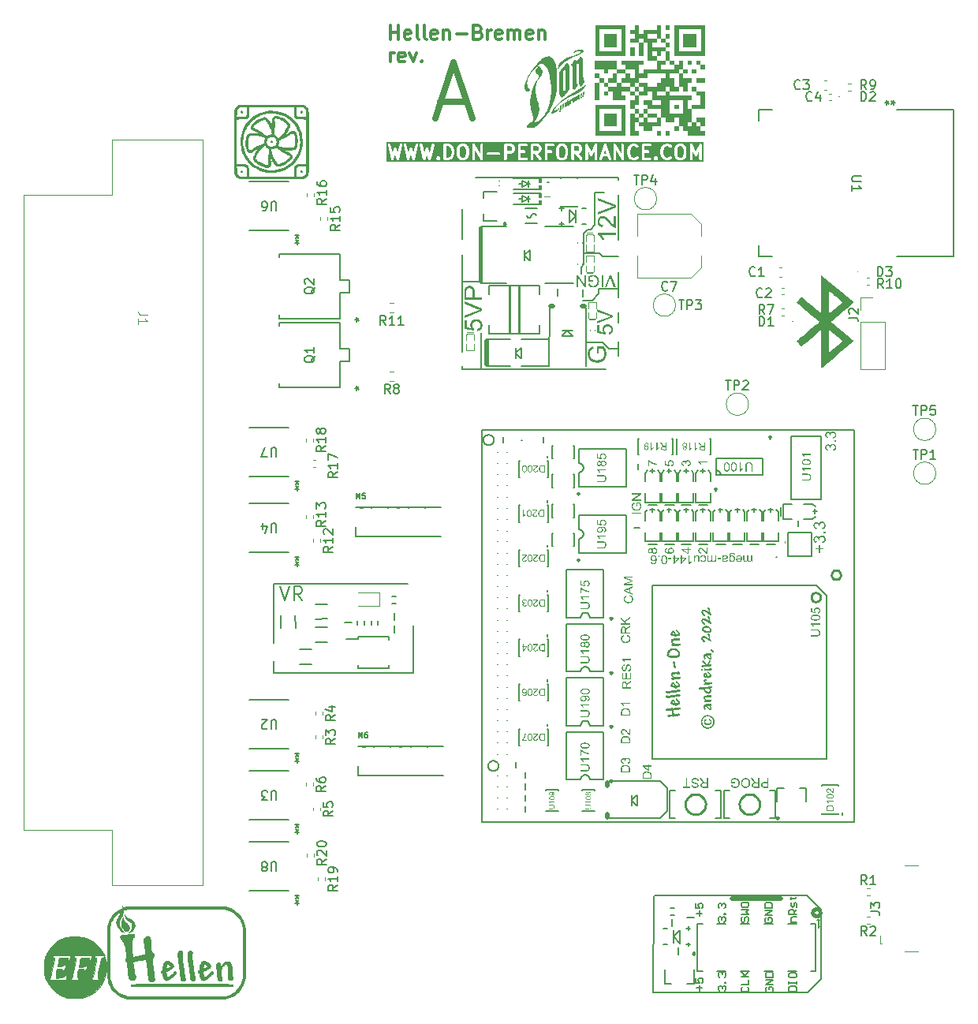
<source format=gto>
G75*
G70*
%OFA0B0*%
%FSLAX25Y25*%
%IPPOS*%
%LPD*%
%AMOC8*
5,1,8,0,0,1.08239X$1,22.5*
%
%ADD10C,0.00787*%
%ADD11C,0.01181*%
%ADD204C,0.00300*%
%ADD55C,0.01575*%
%ADD60C,0.02756*%
%ADD61C,0.00591*%
%ADD62C,0.00394*%
%ADD63C,0.00000*%
%ADD64C,0.00472*%
%ADD65C,0.00600*%
%ADD66C,0.00010*%
%ADD70C,0.01000*%
%ADD73C,0.00984*%
%ADD95C,0.00800*%
%ADD96C,0.01968*%
%ADD97C,0.00669*%
X0000000Y0000000D02*
%LPD*%
G01*
D11*
G36*
X0188173Y0361892D02*
G01*
X0188570Y0361496D01*
X0188779Y0361077D01*
X0189027Y0360086D01*
X0189027Y0359388D01*
X0188779Y0358396D01*
X0188570Y0357978D01*
X0188173Y0357582D01*
X0187553Y0357375D01*
X0186833Y0357375D01*
X0186833Y0362099D01*
X0187553Y0362099D01*
X0188173Y0361892D01*
G37*
G36*
X0194611Y0361923D02*
G01*
X0194990Y0361544D01*
X0195213Y0360648D01*
X0195213Y0358825D01*
X0194990Y0357930D01*
X0194611Y0357551D01*
X0194259Y0357375D01*
X0193413Y0357375D01*
X0193060Y0357551D01*
X0192681Y0357930D01*
X0192458Y0358825D01*
X0192458Y0360648D01*
X0192681Y0361544D01*
X0193060Y0361923D01*
X0193413Y0362099D01*
X0194259Y0362099D01*
X0194611Y0361923D01*
G37*
G36*
X0236512Y0361923D02*
G01*
X0236891Y0361544D01*
X0237115Y0360648D01*
X0237115Y0358825D01*
X0236891Y0357930D01*
X0236512Y0357551D01*
X0236160Y0357375D01*
X0235314Y0357375D01*
X0234962Y0357551D01*
X0234583Y0357930D01*
X0234359Y0358825D01*
X0234359Y0360648D01*
X0234583Y0361544D01*
X0234962Y0361923D01*
X0235314Y0362099D01*
X0236160Y0362099D01*
X0236512Y0361923D01*
G37*
G36*
X0286568Y0361923D02*
G01*
X0286947Y0361544D01*
X0287171Y0360648D01*
X0287171Y0358825D01*
X0286947Y0357930D01*
X0286568Y0357551D01*
X0286216Y0357375D01*
X0285370Y0357375D01*
X0285018Y0357551D01*
X0284639Y0357930D01*
X0284415Y0358825D01*
X0284415Y0360648D01*
X0284639Y0361544D01*
X0285018Y0361923D01*
X0285370Y0362099D01*
X0286216Y0362099D01*
X0286568Y0361923D01*
G37*
G36*
X0225544Y0361923D02*
G01*
X0225690Y0361777D01*
X0225866Y0361425D01*
X0225866Y0360861D01*
X0225690Y0360509D01*
X0225544Y0360363D01*
X0225192Y0360187D01*
X0223672Y0360187D01*
X0223672Y0362099D01*
X0225192Y0362099D01*
X0225544Y0361923D01*
G37*
G36*
X0242698Y0361923D02*
G01*
X0242844Y0361777D01*
X0243020Y0361425D01*
X0243020Y0360861D01*
X0242844Y0360509D01*
X0242698Y0360363D01*
X0242346Y0360187D01*
X0240827Y0360187D01*
X0240827Y0362099D01*
X0242346Y0362099D01*
X0242698Y0361923D01*
G37*
G36*
X0254602Y0359062D02*
G01*
X0253429Y0359062D01*
X0254016Y0360822D01*
X0254602Y0359062D01*
G37*
G36*
X0214296Y0361923D02*
G01*
X0214441Y0361777D01*
X0214617Y0361425D01*
X0214617Y0360861D01*
X0214441Y0360509D01*
X0214296Y0360363D01*
X0213944Y0360187D01*
X0212424Y0360187D01*
X0212424Y0362099D01*
X0213944Y0362099D01*
X0214296Y0361923D01*
G37*
G36*
X0295476Y0355537D02*
G01*
X0161374Y0355537D01*
X0161374Y0362668D01*
X0162031Y0362668D01*
X0162046Y0362553D01*
X0163452Y0356647D01*
X0163466Y0356608D01*
X0163468Y0356594D01*
X0163475Y0356581D01*
X0163490Y0356538D01*
X0163540Y0356468D01*
X0163583Y0356394D01*
X0163607Y0356376D01*
X0163625Y0356351D01*
X0163698Y0356306D01*
X0163766Y0356254D01*
X0163795Y0356246D01*
X0163821Y0356230D01*
X0163906Y0356217D01*
X0163989Y0356195D01*
X0164019Y0356199D01*
X0164049Y0356194D01*
X0164132Y0356214D01*
X0164217Y0356225D01*
X0164243Y0356240D01*
X0164273Y0356247D01*
X0164342Y0356298D01*
X0164417Y0356341D01*
X0164435Y0356365D01*
X0164460Y0356382D01*
X0164505Y0356456D01*
X0164557Y0356524D01*
X0164573Y0356566D01*
X0164580Y0356579D01*
X0164583Y0356593D01*
X0164597Y0356632D01*
X0165152Y0358710D01*
X0165706Y0356632D01*
X0165721Y0356593D01*
X0165723Y0356579D01*
X0165731Y0356566D01*
X0165747Y0356524D01*
X0165799Y0356456D01*
X0165844Y0356382D01*
X0165868Y0356365D01*
X0165887Y0356341D01*
X0165961Y0356298D01*
X0166030Y0356247D01*
X0166060Y0356240D01*
X0166086Y0356225D01*
X0166171Y0356214D01*
X0166254Y0356194D01*
X0166284Y0356199D01*
X0166314Y0356195D01*
X0166397Y0356217D01*
X0166482Y0356230D01*
X0166508Y0356246D01*
X0166537Y0356254D01*
X0166605Y0356306D01*
X0166678Y0356351D01*
X0166696Y0356376D01*
X0166720Y0356394D01*
X0166763Y0356468D01*
X0166813Y0356538D01*
X0166828Y0356581D01*
X0166835Y0356594D01*
X0166837Y0356608D01*
X0166851Y0356647D01*
X0168257Y0362553D01*
X0168273Y0362668D01*
X0168780Y0362668D01*
X0168795Y0362553D01*
X0170201Y0356647D01*
X0170215Y0356608D01*
X0170217Y0356594D01*
X0170224Y0356581D01*
X0170239Y0356538D01*
X0170289Y0356468D01*
X0170332Y0356394D01*
X0170356Y0356376D01*
X0170374Y0356351D01*
X0170447Y0356306D01*
X0170515Y0356254D01*
X0170545Y0356246D01*
X0170570Y0356230D01*
X0170655Y0356217D01*
X0170738Y0356195D01*
X0170768Y0356199D01*
X0170798Y0356194D01*
X0170881Y0356214D01*
X0170966Y0356225D01*
X0170993Y0356240D01*
X0171022Y0356247D01*
X0171092Y0356298D01*
X0171166Y0356341D01*
X0171184Y0356365D01*
X0171209Y0356382D01*
X0171254Y0356456D01*
X0171306Y0356524D01*
X0171322Y0356566D01*
X0171330Y0356579D01*
X0171332Y0356593D01*
X0171347Y0356632D01*
X0171901Y0358710D01*
X0172455Y0356632D01*
X0172470Y0356593D01*
X0172472Y0356579D01*
X0172480Y0356566D01*
X0172496Y0356524D01*
X0172548Y0356456D01*
X0172593Y0356382D01*
X0172617Y0356365D01*
X0172636Y0356341D01*
X0172710Y0356298D01*
X0172779Y0356247D01*
X0172809Y0356240D01*
X0172835Y0356225D01*
X0172920Y0356214D01*
X0173004Y0356194D01*
X0173033Y0356199D01*
X0173064Y0356195D01*
X0173146Y0356217D01*
X0173231Y0356230D01*
X0173257Y0356246D01*
X0173286Y0356254D01*
X0173354Y0356306D01*
X0173427Y0356351D01*
X0173445Y0356376D01*
X0173469Y0356394D01*
X0173512Y0356468D01*
X0173562Y0356538D01*
X0173577Y0356581D01*
X0173585Y0356594D01*
X0173586Y0356608D01*
X0173600Y0356647D01*
X0175006Y0362553D01*
X0175022Y0362668D01*
X0175529Y0362668D01*
X0175545Y0362553D01*
X0176951Y0356647D01*
X0176964Y0356608D01*
X0176966Y0356594D01*
X0176974Y0356581D01*
X0176988Y0356538D01*
X0177039Y0356468D01*
X0177082Y0356394D01*
X0177106Y0356376D01*
X0177123Y0356351D01*
X0177196Y0356306D01*
X0177265Y0356254D01*
X0177294Y0356246D01*
X0177320Y0356230D01*
X0177404Y0356217D01*
X0177487Y0356195D01*
X0177517Y0356199D01*
X0177547Y0356194D01*
X0177631Y0356214D01*
X0177716Y0356225D01*
X0177742Y0356240D01*
X0177771Y0356247D01*
X0177841Y0356298D01*
X0177915Y0356341D01*
X0177933Y0356365D01*
X0177958Y0356382D01*
X0178003Y0356456D01*
X0178055Y0356524D01*
X0178071Y0356566D01*
X0178079Y0356579D01*
X0178081Y0356593D01*
X0178096Y0356632D01*
X0178650Y0358710D01*
X0179204Y0356632D01*
X0179219Y0356593D01*
X0179221Y0356579D01*
X0179229Y0356566D01*
X0179245Y0356524D01*
X0179297Y0356456D01*
X0179342Y0356382D01*
X0179366Y0356365D01*
X0179385Y0356341D01*
X0179459Y0356298D01*
X0179529Y0356247D01*
X0179558Y0356240D01*
X0179584Y0356225D01*
X0179669Y0356214D01*
X0179753Y0356194D01*
X0179783Y0356199D01*
X0179813Y0356195D01*
X0179896Y0356217D01*
X0179980Y0356230D01*
X0180006Y0356246D01*
X0180035Y0356254D01*
X0180103Y0356306D01*
X0180176Y0356351D01*
X0180194Y0356376D01*
X0180218Y0356394D01*
X0180261Y0356468D01*
X0180312Y0356538D01*
X0180326Y0356581D01*
X0180334Y0356594D01*
X0180336Y0356608D01*
X0180349Y0356647D01*
X0180476Y0357181D01*
X0182570Y0357181D01*
X0182570Y0356950D01*
X0182579Y0356929D01*
X0182658Y0356737D01*
X0182732Y0356648D01*
X0183013Y0356367D01*
X0183102Y0356293D01*
X0183191Y0356257D01*
X0183315Y0356205D01*
X0183546Y0356205D01*
X0183706Y0356271D01*
X0183759Y0356293D01*
X0183759Y0356293D01*
X0183848Y0356367D01*
X0184129Y0356648D01*
X0184203Y0356737D01*
X0184203Y0356737D01*
X0184291Y0356950D01*
X0184291Y0357181D01*
X0184203Y0357393D01*
X0184129Y0357483D01*
X0183848Y0357764D01*
X0183759Y0357838D01*
X0183634Y0357889D01*
X0183546Y0357926D01*
X0183315Y0357926D01*
X0183227Y0357889D01*
X0183102Y0357838D01*
X0183102Y0357838D01*
X0183013Y0357764D01*
X0182732Y0357483D01*
X0182658Y0357393D01*
X0182658Y0357393D01*
X0182579Y0357202D01*
X0182570Y0357181D01*
X0180476Y0357181D01*
X0181755Y0362553D01*
X0181771Y0362668D01*
X0181767Y0362690D01*
X0185652Y0362690D01*
X0185652Y0356784D01*
X0185664Y0356669D01*
X0185664Y0356669D01*
X0185752Y0356456D01*
X0185915Y0356293D01*
X0186128Y0356205D01*
X0186243Y0356194D01*
X0187649Y0356194D01*
X0187707Y0356199D01*
X0187723Y0356198D01*
X0187743Y0356203D01*
X0187764Y0356205D01*
X0187778Y0356211D01*
X0187836Y0356224D01*
X0188679Y0356505D01*
X0188785Y0356552D01*
X0188801Y0356566D01*
X0188821Y0356574D01*
X0188910Y0356648D01*
X0189472Y0357210D01*
X0189510Y0357255D01*
X0189521Y0357266D01*
X0189533Y0357283D01*
X0189546Y0357300D01*
X0189552Y0357314D01*
X0189583Y0357364D01*
X0189864Y0357926D01*
X0189868Y0357935D01*
X0189870Y0357938D01*
X0189887Y0357986D01*
X0189906Y0358034D01*
X0189906Y0358038D01*
X0189909Y0358047D01*
X0190190Y0359172D01*
X0190193Y0359192D01*
X0190197Y0359200D01*
X0190201Y0359243D01*
X0190207Y0359286D01*
X0190206Y0359295D01*
X0190208Y0359315D01*
X0190208Y0360159D01*
X0190206Y0360179D01*
X0190207Y0360187D01*
X0190201Y0360231D01*
X0190197Y0360274D01*
X0190193Y0360282D01*
X0190190Y0360302D01*
X0190085Y0360721D01*
X0191276Y0360721D01*
X0191276Y0358753D01*
X0191278Y0358733D01*
X0191277Y0358724D01*
X0191284Y0358681D01*
X0191288Y0358637D01*
X0191291Y0358629D01*
X0191294Y0358609D01*
X0191575Y0357485D01*
X0191614Y0357376D01*
X0191640Y0357340D01*
X0191657Y0357300D01*
X0191731Y0357210D01*
X0192293Y0356648D01*
X0192338Y0356611D01*
X0192349Y0356599D01*
X0192366Y0356588D01*
X0192383Y0356574D01*
X0192397Y0356568D01*
X0192447Y0356537D01*
X0193009Y0356256D01*
X0193117Y0356215D01*
X0193138Y0356213D01*
X0193158Y0356205D01*
X0193273Y0356194D01*
X0194398Y0356194D01*
X0194513Y0356205D01*
X0194533Y0356213D01*
X0194554Y0356215D01*
X0194662Y0356256D01*
X0195224Y0356537D01*
X0195274Y0356568D01*
X0195288Y0356574D01*
X0195305Y0356588D01*
X0195322Y0356599D01*
X0195333Y0356611D01*
X0195378Y0356648D01*
X0195940Y0357210D01*
X0196014Y0357300D01*
X0196031Y0357340D01*
X0196057Y0357376D01*
X0196096Y0357485D01*
X0196377Y0358609D01*
X0196380Y0358629D01*
X0196383Y0358637D01*
X0196388Y0358681D01*
X0196394Y0358724D01*
X0196393Y0358733D01*
X0196395Y0358753D01*
X0196395Y0360721D01*
X0196393Y0360741D01*
X0196394Y0360750D01*
X0196388Y0360793D01*
X0196383Y0360836D01*
X0196380Y0360844D01*
X0196377Y0360864D01*
X0196096Y0361989D01*
X0196057Y0362098D01*
X0196031Y0362134D01*
X0196014Y0362174D01*
X0195940Y0362264D01*
X0195514Y0362690D01*
X0197744Y0362690D01*
X0197744Y0356784D01*
X0197756Y0356669D01*
X0197844Y0356456D01*
X0198007Y0356293D01*
X0198220Y0356205D01*
X0198450Y0356205D01*
X0198663Y0356293D01*
X0198826Y0356456D01*
X0198914Y0356669D01*
X0198926Y0356784D01*
X0198926Y0360466D01*
X0201197Y0356491D01*
X0201214Y0356467D01*
X0201219Y0356456D01*
X0201230Y0356445D01*
X0201264Y0356397D01*
X0201326Y0356349D01*
X0201381Y0356293D01*
X0201416Y0356279D01*
X0201446Y0356256D01*
X0201522Y0356235D01*
X0201594Y0356205D01*
X0201632Y0356205D01*
X0201668Y0356195D01*
X0201746Y0356205D01*
X0201825Y0356205D01*
X0201860Y0356219D01*
X0201897Y0356224D01*
X0201965Y0356263D01*
X0202038Y0356293D01*
X0202064Y0356320D01*
X0202097Y0356338D01*
X0202145Y0356401D01*
X0202201Y0356456D01*
X0202215Y0356491D01*
X0202238Y0356521D01*
X0202259Y0356596D01*
X0202289Y0356669D01*
X0202295Y0356728D01*
X0202299Y0356743D01*
X0202297Y0356755D01*
X0202300Y0356784D01*
X0202300Y0359149D01*
X0203942Y0359149D01*
X0203942Y0358919D01*
X0204031Y0358706D01*
X0204194Y0358543D01*
X0204406Y0358455D01*
X0204522Y0358443D01*
X0209021Y0358443D01*
X0209136Y0358455D01*
X0209349Y0358543D01*
X0209512Y0358706D01*
X0209600Y0358919D01*
X0209600Y0359149D01*
X0209512Y0359362D01*
X0209349Y0359525D01*
X0209136Y0359613D01*
X0209021Y0359624D01*
X0204522Y0359624D01*
X0204406Y0359613D01*
X0204194Y0359525D01*
X0204031Y0359362D01*
X0203942Y0359149D01*
X0202300Y0359149D01*
X0202300Y0362690D01*
X0211243Y0362690D01*
X0211243Y0356784D01*
X0211254Y0356669D01*
X0211342Y0356456D01*
X0211505Y0356293D01*
X0211718Y0356205D01*
X0211948Y0356205D01*
X0212161Y0356293D01*
X0212324Y0356456D01*
X0212412Y0356669D01*
X0212424Y0356784D01*
X0212424Y0359006D01*
X0214083Y0359006D01*
X0214198Y0359017D01*
X0214218Y0359025D01*
X0214239Y0359027D01*
X0214347Y0359068D01*
X0214910Y0359349D01*
X0214959Y0359381D01*
X0214974Y0359386D01*
X0214990Y0359400D01*
X0215008Y0359411D01*
X0215018Y0359423D01*
X0215063Y0359460D01*
X0215344Y0359741D01*
X0215381Y0359786D01*
X0215393Y0359797D01*
X0215404Y0359814D01*
X0215418Y0359831D01*
X0215424Y0359845D01*
X0215455Y0359895D01*
X0215736Y0360457D01*
X0215777Y0360565D01*
X0215779Y0360586D01*
X0215787Y0360606D01*
X0215798Y0360721D01*
X0215798Y0361565D01*
X0215787Y0361680D01*
X0215779Y0361700D01*
X0215777Y0361721D01*
X0215736Y0361829D01*
X0215455Y0362391D01*
X0215424Y0362441D01*
X0215418Y0362455D01*
X0215404Y0362472D01*
X0215393Y0362489D01*
X0215381Y0362500D01*
X0215344Y0362545D01*
X0215199Y0362690D01*
X0217148Y0362690D01*
X0217148Y0356784D01*
X0217160Y0356669D01*
X0217160Y0356669D01*
X0217248Y0356456D01*
X0217411Y0356293D01*
X0217624Y0356205D01*
X0217739Y0356194D01*
X0220551Y0356194D01*
X0220666Y0356205D01*
X0220879Y0356293D01*
X0221042Y0356456D01*
X0221130Y0356669D01*
X0221130Y0356899D01*
X0221042Y0357112D01*
X0220879Y0357275D01*
X0220666Y0357363D01*
X0220551Y0357375D01*
X0218329Y0357375D01*
X0218329Y0359287D01*
X0219707Y0359287D01*
X0219823Y0359298D01*
X0220035Y0359386D01*
X0220198Y0359549D01*
X0220287Y0359762D01*
X0220287Y0359993D01*
X0220198Y0360206D01*
X0220035Y0360369D01*
X0219823Y0360457D01*
X0219707Y0360468D01*
X0218329Y0360468D01*
X0218329Y0362099D01*
X0220551Y0362099D01*
X0220666Y0362110D01*
X0220879Y0362199D01*
X0221042Y0362362D01*
X0221130Y0362574D01*
X0221130Y0362690D01*
X0222491Y0362690D01*
X0222491Y0356784D01*
X0222503Y0356669D01*
X0222591Y0356456D01*
X0222754Y0356293D01*
X0222967Y0356205D01*
X0223197Y0356205D01*
X0223410Y0356293D01*
X0223573Y0356456D01*
X0223661Y0356669D01*
X0223672Y0356784D01*
X0223672Y0359006D01*
X0224180Y0359006D01*
X0225973Y0356445D01*
X0226048Y0356358D01*
X0226242Y0356234D01*
X0226469Y0356194D01*
X0226694Y0356244D01*
X0226883Y0356376D01*
X0227007Y0356570D01*
X0227047Y0356797D01*
X0226997Y0357022D01*
X0226940Y0357123D01*
X0225582Y0359063D01*
X0225596Y0359068D01*
X0226158Y0359349D01*
X0226208Y0359381D01*
X0226222Y0359386D01*
X0226238Y0359400D01*
X0226256Y0359411D01*
X0226266Y0359423D01*
X0226312Y0359460D01*
X0226593Y0359741D01*
X0226630Y0359786D01*
X0226642Y0359797D01*
X0226653Y0359814D01*
X0226666Y0359831D01*
X0226672Y0359845D01*
X0226703Y0359895D01*
X0226985Y0360457D01*
X0227026Y0360565D01*
X0227028Y0360586D01*
X0227036Y0360606D01*
X0227047Y0360721D01*
X0227047Y0361565D01*
X0227036Y0361680D01*
X0227028Y0361700D01*
X0227026Y0361721D01*
X0226985Y0361829D01*
X0226703Y0362391D01*
X0226672Y0362441D01*
X0226666Y0362455D01*
X0226653Y0362472D01*
X0226642Y0362489D01*
X0226630Y0362500D01*
X0226593Y0362545D01*
X0226448Y0362690D01*
X0228397Y0362690D01*
X0228397Y0356784D01*
X0228408Y0356669D01*
X0228496Y0356456D01*
X0228659Y0356293D01*
X0228872Y0356205D01*
X0229103Y0356205D01*
X0229315Y0356293D01*
X0229478Y0356456D01*
X0229567Y0356669D01*
X0229578Y0356784D01*
X0229578Y0359287D01*
X0230956Y0359287D01*
X0231071Y0359298D01*
X0231284Y0359386D01*
X0231447Y0359549D01*
X0231535Y0359762D01*
X0231535Y0359993D01*
X0231447Y0360206D01*
X0231284Y0360369D01*
X0231071Y0360457D01*
X0230956Y0360468D01*
X0229578Y0360468D01*
X0229578Y0360721D01*
X0233177Y0360721D01*
X0233177Y0358753D01*
X0233179Y0358733D01*
X0233178Y0358724D01*
X0233185Y0358681D01*
X0233189Y0358637D01*
X0233192Y0358629D01*
X0233195Y0358609D01*
X0233476Y0357485D01*
X0233515Y0357376D01*
X0233541Y0357340D01*
X0233558Y0357300D01*
X0233632Y0357210D01*
X0234194Y0356648D01*
X0234239Y0356611D01*
X0234250Y0356599D01*
X0234267Y0356588D01*
X0234284Y0356574D01*
X0234298Y0356568D01*
X0234348Y0356537D01*
X0234910Y0356256D01*
X0235018Y0356215D01*
X0235039Y0356213D01*
X0235059Y0356205D01*
X0235174Y0356194D01*
X0236299Y0356194D01*
X0236414Y0356205D01*
X0236434Y0356213D01*
X0236455Y0356215D01*
X0236563Y0356256D01*
X0237126Y0356537D01*
X0237175Y0356568D01*
X0237190Y0356574D01*
X0237206Y0356588D01*
X0237223Y0356599D01*
X0237234Y0356611D01*
X0237279Y0356648D01*
X0237841Y0357210D01*
X0237915Y0357300D01*
X0237932Y0357340D01*
X0237958Y0357376D01*
X0237997Y0357485D01*
X0238278Y0358609D01*
X0238281Y0358629D01*
X0238284Y0358637D01*
X0238289Y0358681D01*
X0238295Y0358724D01*
X0238294Y0358733D01*
X0238296Y0358753D01*
X0238296Y0360721D01*
X0238294Y0360741D01*
X0238295Y0360750D01*
X0238289Y0360793D01*
X0238284Y0360836D01*
X0238281Y0360844D01*
X0238278Y0360864D01*
X0237997Y0361989D01*
X0237958Y0362098D01*
X0237932Y0362134D01*
X0237915Y0362174D01*
X0237841Y0362264D01*
X0237415Y0362690D01*
X0239645Y0362690D01*
X0239645Y0356784D01*
X0239657Y0356669D01*
X0239745Y0356456D01*
X0239908Y0356293D01*
X0240121Y0356205D01*
X0240351Y0356205D01*
X0240564Y0356293D01*
X0240727Y0356456D01*
X0240815Y0356669D01*
X0240827Y0356784D01*
X0240827Y0359006D01*
X0241335Y0359006D01*
X0243127Y0356445D01*
X0243202Y0356358D01*
X0243396Y0356234D01*
X0243623Y0356194D01*
X0243848Y0356244D01*
X0244037Y0356376D01*
X0244161Y0356570D01*
X0244201Y0356797D01*
X0244151Y0357022D01*
X0244094Y0357123D01*
X0242736Y0359063D01*
X0242750Y0359068D01*
X0243312Y0359349D01*
X0243362Y0359381D01*
X0243376Y0359386D01*
X0243392Y0359400D01*
X0243410Y0359411D01*
X0243420Y0359423D01*
X0243466Y0359460D01*
X0243747Y0359741D01*
X0243784Y0359786D01*
X0243796Y0359797D01*
X0243807Y0359814D01*
X0243820Y0359831D01*
X0243826Y0359845D01*
X0243858Y0359895D01*
X0244139Y0360457D01*
X0244180Y0360565D01*
X0244182Y0360586D01*
X0244190Y0360606D01*
X0244201Y0360721D01*
X0244201Y0361565D01*
X0244190Y0361680D01*
X0244182Y0361700D01*
X0244180Y0361721D01*
X0244139Y0361829D01*
X0243858Y0362391D01*
X0243826Y0362441D01*
X0243820Y0362455D01*
X0243807Y0362472D01*
X0243796Y0362489D01*
X0243784Y0362500D01*
X0243747Y0362545D01*
X0243602Y0362690D01*
X0245551Y0362690D01*
X0245551Y0356784D01*
X0245562Y0356669D01*
X0245650Y0356456D01*
X0245813Y0356293D01*
X0246026Y0356205D01*
X0246257Y0356205D01*
X0246470Y0356293D01*
X0246633Y0356456D01*
X0246721Y0356669D01*
X0246732Y0356784D01*
X0246732Y0360028D01*
X0247575Y0358222D01*
X0247600Y0358180D01*
X0247605Y0358165D01*
X0247614Y0358155D01*
X0247634Y0358122D01*
X0247700Y0358061D01*
X0247761Y0357995D01*
X0247784Y0357984D01*
X0247804Y0357966D01*
X0247888Y0357936D01*
X0247969Y0357898D01*
X0247996Y0357897D01*
X0248020Y0357888D01*
X0248110Y0357892D01*
X0248200Y0357888D01*
X0248224Y0357897D01*
X0248251Y0357898D01*
X0248332Y0357936D01*
X0248416Y0357966D01*
X0248436Y0357984D01*
X0248459Y0357995D01*
X0248520Y0358061D01*
X0248586Y0358122D01*
X0248606Y0358155D01*
X0248615Y0358165D01*
X0248620Y0358180D01*
X0248645Y0358222D01*
X0249488Y0360028D01*
X0249488Y0356784D01*
X0249499Y0356669D01*
X0249587Y0356456D01*
X0249750Y0356293D01*
X0249963Y0356205D01*
X0250194Y0356205D01*
X0250407Y0356293D01*
X0250570Y0356456D01*
X0250658Y0356669D01*
X0250669Y0356784D01*
X0250669Y0356858D01*
X0251461Y0356858D01*
X0251477Y0356628D01*
X0251580Y0356422D01*
X0251755Y0356271D01*
X0251973Y0356198D01*
X0252203Y0356215D01*
X0252409Y0356318D01*
X0252560Y0356492D01*
X0252607Y0356597D01*
X0253035Y0357881D01*
X0254996Y0357881D01*
X0255424Y0356597D01*
X0255471Y0356492D01*
X0255622Y0356318D01*
X0255828Y0356215D01*
X0256058Y0356198D01*
X0256276Y0356271D01*
X0256451Y0356422D01*
X0256554Y0356628D01*
X0256570Y0356858D01*
X0256544Y0356971D01*
X0254638Y0362690D01*
X0257362Y0362690D01*
X0257362Y0356784D01*
X0257373Y0356669D01*
X0257462Y0356456D01*
X0257624Y0356293D01*
X0257837Y0356205D01*
X0258068Y0356205D01*
X0258281Y0356293D01*
X0258444Y0356456D01*
X0258532Y0356669D01*
X0258543Y0356784D01*
X0258543Y0360466D01*
X0260814Y0356491D01*
X0260832Y0356467D01*
X0260836Y0356456D01*
X0260847Y0356445D01*
X0260881Y0356397D01*
X0260943Y0356349D01*
X0260999Y0356293D01*
X0261034Y0356279D01*
X0261064Y0356256D01*
X0261139Y0356235D01*
X0261212Y0356205D01*
X0261250Y0356205D01*
X0261286Y0356195D01*
X0261364Y0356205D01*
X0261442Y0356205D01*
X0261477Y0356219D01*
X0261514Y0356224D01*
X0261583Y0356263D01*
X0261655Y0356293D01*
X0261682Y0356320D01*
X0261715Y0356338D01*
X0261763Y0356401D01*
X0261818Y0356456D01*
X0261833Y0356491D01*
X0261856Y0356521D01*
X0261876Y0356596D01*
X0261906Y0356669D01*
X0261912Y0356728D01*
X0261916Y0356743D01*
X0261915Y0356755D01*
X0261918Y0356784D01*
X0261918Y0360159D01*
X0263267Y0360159D01*
X0263267Y0359315D01*
X0263269Y0359295D01*
X0263268Y0359286D01*
X0263275Y0359243D01*
X0263279Y0359200D01*
X0263282Y0359192D01*
X0263285Y0359172D01*
X0263566Y0358047D01*
X0263569Y0358038D01*
X0263570Y0358034D01*
X0263588Y0357986D01*
X0263605Y0357938D01*
X0263608Y0357935D01*
X0263611Y0357926D01*
X0263892Y0357364D01*
X0263923Y0357314D01*
X0263929Y0357300D01*
X0263943Y0357283D01*
X0263954Y0357266D01*
X0263966Y0357255D01*
X0264003Y0357210D01*
X0264565Y0356648D01*
X0264655Y0356574D01*
X0264674Y0356566D01*
X0264690Y0356552D01*
X0264796Y0356505D01*
X0265640Y0356224D01*
X0265697Y0356211D01*
X0265711Y0356205D01*
X0265732Y0356203D01*
X0265753Y0356198D01*
X0265768Y0356199D01*
X0265827Y0356194D01*
X0266389Y0356194D01*
X0266447Y0356199D01*
X0266463Y0356198D01*
X0266483Y0356203D01*
X0266504Y0356205D01*
X0266519Y0356211D01*
X0266576Y0356224D01*
X0267419Y0356505D01*
X0267525Y0356552D01*
X0267541Y0356566D01*
X0267561Y0356574D01*
X0267650Y0356648D01*
X0267931Y0356929D01*
X0268005Y0357018D01*
X0268093Y0357231D01*
X0268093Y0357462D01*
X0268005Y0357675D01*
X0267842Y0357838D01*
X0267629Y0357926D01*
X0267399Y0357926D01*
X0267186Y0357838D01*
X0267096Y0357764D01*
X0266914Y0357582D01*
X0266293Y0357375D01*
X0265922Y0357375D01*
X0265302Y0357582D01*
X0264906Y0357978D01*
X0264696Y0358396D01*
X0264449Y0359388D01*
X0264449Y0360086D01*
X0264696Y0361077D01*
X0264906Y0361496D01*
X0265302Y0361892D01*
X0265922Y0362099D01*
X0266293Y0362099D01*
X0266914Y0361892D01*
X0267096Y0361710D01*
X0267186Y0361636D01*
X0267399Y0361548D01*
X0267629Y0361548D01*
X0267842Y0361636D01*
X0268005Y0361799D01*
X0268093Y0362012D01*
X0268093Y0362242D01*
X0268005Y0362455D01*
X0267931Y0362545D01*
X0267787Y0362690D01*
X0269454Y0362690D01*
X0269454Y0356784D01*
X0269466Y0356669D01*
X0269466Y0356669D01*
X0269554Y0356456D01*
X0269717Y0356293D01*
X0269930Y0356205D01*
X0270045Y0356194D01*
X0272857Y0356194D01*
X0272972Y0356205D01*
X0273185Y0356293D01*
X0273348Y0356456D01*
X0273436Y0356669D01*
X0273436Y0356899D01*
X0273348Y0357112D01*
X0273280Y0357181D01*
X0274527Y0357181D01*
X0274527Y0356950D01*
X0274536Y0356929D01*
X0274616Y0356737D01*
X0274689Y0356648D01*
X0274970Y0356367D01*
X0275060Y0356293D01*
X0275148Y0356257D01*
X0275273Y0356205D01*
X0275503Y0356205D01*
X0275663Y0356271D01*
X0275716Y0356293D01*
X0275716Y0356293D01*
X0275805Y0356367D01*
X0276087Y0356648D01*
X0276160Y0356737D01*
X0276160Y0356737D01*
X0276248Y0356950D01*
X0276248Y0357181D01*
X0276160Y0357393D01*
X0276087Y0357483D01*
X0275805Y0357764D01*
X0275716Y0357838D01*
X0275591Y0357889D01*
X0275503Y0357926D01*
X0275273Y0357926D01*
X0275184Y0357889D01*
X0275060Y0357838D01*
X0275060Y0357838D01*
X0274970Y0357764D01*
X0274689Y0357483D01*
X0274616Y0357393D01*
X0274616Y0357393D01*
X0274536Y0357202D01*
X0274527Y0357181D01*
X0273280Y0357181D01*
X0273185Y0357275D01*
X0272972Y0357363D01*
X0272857Y0357375D01*
X0270635Y0357375D01*
X0270635Y0359287D01*
X0272013Y0359287D01*
X0272128Y0359298D01*
X0272341Y0359386D01*
X0272504Y0359549D01*
X0272592Y0359762D01*
X0272592Y0359993D01*
X0272524Y0360159D01*
X0277328Y0360159D01*
X0277328Y0359315D01*
X0277330Y0359295D01*
X0277329Y0359286D01*
X0277335Y0359243D01*
X0277340Y0359200D01*
X0277343Y0359192D01*
X0277346Y0359172D01*
X0277627Y0358047D01*
X0277630Y0358038D01*
X0277630Y0358034D01*
X0277649Y0357986D01*
X0277666Y0357938D01*
X0277669Y0357935D01*
X0277672Y0357926D01*
X0277953Y0357364D01*
X0277984Y0357314D01*
X0277990Y0357300D01*
X0278003Y0357283D01*
X0278015Y0357266D01*
X0278026Y0357255D01*
X0278064Y0357210D01*
X0278626Y0356648D01*
X0278716Y0356574D01*
X0278735Y0356566D01*
X0278751Y0356552D01*
X0278857Y0356505D01*
X0279701Y0356224D01*
X0279758Y0356211D01*
X0279772Y0356205D01*
X0279793Y0356203D01*
X0279813Y0356198D01*
X0279829Y0356199D01*
X0279887Y0356194D01*
X0280450Y0356194D01*
X0280508Y0356199D01*
X0280524Y0356198D01*
X0280544Y0356203D01*
X0280565Y0356205D01*
X0280579Y0356211D01*
X0280636Y0356224D01*
X0281480Y0356505D01*
X0281586Y0356552D01*
X0281602Y0356566D01*
X0281621Y0356574D01*
X0281711Y0356648D01*
X0281992Y0356929D01*
X0282066Y0357018D01*
X0282154Y0357231D01*
X0282154Y0357462D01*
X0282066Y0357675D01*
X0281903Y0357838D01*
X0281690Y0357926D01*
X0281459Y0357926D01*
X0281246Y0357838D01*
X0281157Y0357764D01*
X0280974Y0357582D01*
X0280354Y0357375D01*
X0279983Y0357375D01*
X0279363Y0357582D01*
X0278967Y0357978D01*
X0278757Y0358396D01*
X0278509Y0359388D01*
X0278509Y0360086D01*
X0278668Y0360721D01*
X0283234Y0360721D01*
X0283234Y0358753D01*
X0283236Y0358733D01*
X0283234Y0358724D01*
X0283241Y0358681D01*
X0283245Y0358637D01*
X0283248Y0358629D01*
X0283251Y0358609D01*
X0283533Y0357485D01*
X0283572Y0357376D01*
X0283598Y0357340D01*
X0283614Y0357300D01*
X0283688Y0357210D01*
X0284250Y0356648D01*
X0284296Y0356611D01*
X0284306Y0356599D01*
X0284324Y0356588D01*
X0284340Y0356574D01*
X0284354Y0356568D01*
X0284404Y0356537D01*
X0284966Y0356256D01*
X0285074Y0356215D01*
X0285096Y0356213D01*
X0285115Y0356205D01*
X0285230Y0356194D01*
X0286355Y0356194D01*
X0286470Y0356205D01*
X0286490Y0356213D01*
X0286511Y0356215D01*
X0286619Y0356256D01*
X0287182Y0356537D01*
X0287231Y0356568D01*
X0287246Y0356574D01*
X0287262Y0356588D01*
X0287280Y0356599D01*
X0287290Y0356611D01*
X0287335Y0356648D01*
X0287898Y0357210D01*
X0287971Y0357300D01*
X0287988Y0357340D01*
X0288014Y0357376D01*
X0288053Y0357485D01*
X0288334Y0358609D01*
X0288337Y0358629D01*
X0288341Y0358637D01*
X0288345Y0358681D01*
X0288351Y0358724D01*
X0288350Y0358733D01*
X0288352Y0358753D01*
X0288352Y0360721D01*
X0288350Y0360741D01*
X0288351Y0360750D01*
X0288345Y0360793D01*
X0288341Y0360836D01*
X0288337Y0360844D01*
X0288334Y0360864D01*
X0288053Y0361989D01*
X0288014Y0362098D01*
X0287988Y0362134D01*
X0287971Y0362174D01*
X0287898Y0362264D01*
X0287472Y0362690D01*
X0289702Y0362690D01*
X0289702Y0356784D01*
X0289713Y0356669D01*
X0289801Y0356456D01*
X0289964Y0356293D01*
X0290177Y0356205D01*
X0290407Y0356205D01*
X0290620Y0356293D01*
X0290783Y0356456D01*
X0290871Y0356669D01*
X0290883Y0356784D01*
X0290883Y0360028D01*
X0291726Y0358222D01*
X0291751Y0358180D01*
X0291756Y0358165D01*
X0291765Y0358155D01*
X0291785Y0358122D01*
X0291851Y0358061D01*
X0291911Y0357995D01*
X0291935Y0357984D01*
X0291955Y0357966D01*
X0292039Y0357936D01*
X0292120Y0357898D01*
X0292146Y0357897D01*
X0292171Y0357888D01*
X0292261Y0357892D01*
X0292350Y0357888D01*
X0292375Y0357897D01*
X0292401Y0357898D01*
X0292483Y0357936D01*
X0292567Y0357966D01*
X0292586Y0357984D01*
X0292610Y0357995D01*
X0292671Y0358061D01*
X0292737Y0358122D01*
X0292756Y0358155D01*
X0292766Y0358165D01*
X0292771Y0358180D01*
X0292796Y0358222D01*
X0293639Y0360028D01*
X0293639Y0356784D01*
X0293650Y0356669D01*
X0293738Y0356456D01*
X0293901Y0356293D01*
X0294114Y0356205D01*
X0294344Y0356205D01*
X0294557Y0356293D01*
X0294720Y0356456D01*
X0294808Y0356669D01*
X0294820Y0356784D01*
X0294820Y0362690D01*
X0294812Y0362765D01*
X0294813Y0362779D01*
X0294810Y0362787D01*
X0294808Y0362805D01*
X0294769Y0362900D01*
X0294734Y0362996D01*
X0294725Y0363006D01*
X0294720Y0363018D01*
X0294648Y0363090D01*
X0294579Y0363166D01*
X0294567Y0363171D01*
X0294557Y0363181D01*
X0294463Y0363220D01*
X0294370Y0363263D01*
X0294357Y0363264D01*
X0294344Y0363269D01*
X0294242Y0363269D01*
X0294140Y0363273D01*
X0294127Y0363269D01*
X0294114Y0363269D01*
X0294019Y0363230D01*
X0293923Y0363195D01*
X0293913Y0363186D01*
X0293901Y0363181D01*
X0293829Y0363108D01*
X0293753Y0363039D01*
X0293744Y0363023D01*
X0293738Y0363018D01*
X0293733Y0363005D01*
X0293694Y0362939D01*
X0292261Y0359868D01*
X0290827Y0362939D01*
X0290789Y0363005D01*
X0290783Y0363018D01*
X0290778Y0363023D01*
X0290768Y0363039D01*
X0290693Y0363108D01*
X0290620Y0363181D01*
X0290608Y0363186D01*
X0290598Y0363195D01*
X0290502Y0363230D01*
X0290407Y0363269D01*
X0290394Y0363269D01*
X0290382Y0363273D01*
X0290280Y0363269D01*
X0290177Y0363269D01*
X0290165Y0363264D01*
X0290152Y0363263D01*
X0290059Y0363220D01*
X0289964Y0363181D01*
X0289955Y0363171D01*
X0289943Y0363166D01*
X0289874Y0363090D01*
X0289801Y0363018D01*
X0289796Y0363006D01*
X0289787Y0362996D01*
X0289752Y0362900D01*
X0289713Y0362805D01*
X0289711Y0362787D01*
X0289709Y0362779D01*
X0289709Y0362765D01*
X0289702Y0362690D01*
X0287472Y0362690D01*
X0287335Y0362826D01*
X0287290Y0362863D01*
X0287280Y0362875D01*
X0287262Y0362886D01*
X0287246Y0362899D01*
X0287231Y0362905D01*
X0287182Y0362937D01*
X0286619Y0363218D01*
X0286511Y0363259D01*
X0286490Y0363261D01*
X0286470Y0363269D01*
X0286355Y0363280D01*
X0285230Y0363280D01*
X0285115Y0363269D01*
X0285096Y0363261D01*
X0285074Y0363259D01*
X0284966Y0363218D01*
X0284404Y0362937D01*
X0284354Y0362905D01*
X0284340Y0362899D01*
X0284324Y0362886D01*
X0284306Y0362875D01*
X0284296Y0362863D01*
X0284250Y0362826D01*
X0283688Y0362264D01*
X0283614Y0362174D01*
X0283598Y0362134D01*
X0283572Y0362098D01*
X0283533Y0361989D01*
X0283251Y0360864D01*
X0283248Y0360844D01*
X0283245Y0360836D01*
X0283241Y0360793D01*
X0283234Y0360750D01*
X0283236Y0360741D01*
X0283234Y0360721D01*
X0278668Y0360721D01*
X0278757Y0361077D01*
X0278967Y0361496D01*
X0279363Y0361892D01*
X0279983Y0362099D01*
X0280354Y0362099D01*
X0280974Y0361892D01*
X0281157Y0361710D01*
X0281246Y0361636D01*
X0281459Y0361548D01*
X0281690Y0361548D01*
X0281903Y0361636D01*
X0282066Y0361799D01*
X0282154Y0362012D01*
X0282154Y0362242D01*
X0282066Y0362455D01*
X0281992Y0362545D01*
X0281711Y0362826D01*
X0281621Y0362899D01*
X0281602Y0362908D01*
X0281586Y0362921D01*
X0281480Y0362969D01*
X0280636Y0363250D01*
X0280579Y0363263D01*
X0280565Y0363269D01*
X0280544Y0363271D01*
X0280524Y0363276D01*
X0280508Y0363274D01*
X0280450Y0363280D01*
X0279887Y0363280D01*
X0279829Y0363274D01*
X0279813Y0363276D01*
X0279793Y0363271D01*
X0279772Y0363269D01*
X0279758Y0363263D01*
X0279701Y0363250D01*
X0278857Y0362969D01*
X0278751Y0362921D01*
X0278735Y0362908D01*
X0278716Y0362899D01*
X0278626Y0362826D01*
X0278064Y0362264D01*
X0278026Y0362218D01*
X0278015Y0362208D01*
X0278003Y0362190D01*
X0277990Y0362174D01*
X0277984Y0362160D01*
X0277953Y0362110D01*
X0277672Y0361548D01*
X0277669Y0361539D01*
X0277666Y0361536D01*
X0277649Y0361487D01*
X0277630Y0361440D01*
X0277630Y0361435D01*
X0277627Y0361427D01*
X0277346Y0360302D01*
X0277343Y0360282D01*
X0277340Y0360274D01*
X0277335Y0360231D01*
X0277329Y0360187D01*
X0277330Y0360179D01*
X0277328Y0360159D01*
X0272524Y0360159D01*
X0272504Y0360206D01*
X0272341Y0360369D01*
X0272128Y0360457D01*
X0272013Y0360468D01*
X0270635Y0360468D01*
X0270635Y0362099D01*
X0272857Y0362099D01*
X0272972Y0362110D01*
X0273185Y0362199D01*
X0273348Y0362362D01*
X0273436Y0362574D01*
X0273436Y0362805D01*
X0273348Y0363018D01*
X0273185Y0363181D01*
X0272972Y0363269D01*
X0272857Y0363280D01*
X0270045Y0363280D01*
X0269930Y0363269D01*
X0269717Y0363181D01*
X0269554Y0363018D01*
X0269466Y0362805D01*
X0269454Y0362690D01*
X0267787Y0362690D01*
X0267650Y0362826D01*
X0267561Y0362899D01*
X0267541Y0362908D01*
X0267525Y0362921D01*
X0267419Y0362969D01*
X0266576Y0363250D01*
X0266519Y0363263D01*
X0266504Y0363269D01*
X0266483Y0363271D01*
X0266463Y0363276D01*
X0266447Y0363274D01*
X0266389Y0363280D01*
X0265827Y0363280D01*
X0265768Y0363274D01*
X0265753Y0363276D01*
X0265732Y0363271D01*
X0265711Y0363269D01*
X0265697Y0363263D01*
X0265640Y0363250D01*
X0264796Y0362969D01*
X0264690Y0362921D01*
X0264674Y0362908D01*
X0264655Y0362899D01*
X0264565Y0362826D01*
X0264003Y0362264D01*
X0263966Y0362218D01*
X0263954Y0362208D01*
X0263943Y0362190D01*
X0263929Y0362174D01*
X0263923Y0362160D01*
X0263892Y0362110D01*
X0263611Y0361548D01*
X0263608Y0361539D01*
X0263605Y0361536D01*
X0263588Y0361487D01*
X0263570Y0361440D01*
X0263569Y0361435D01*
X0263566Y0361427D01*
X0263285Y0360302D01*
X0263282Y0360282D01*
X0263279Y0360274D01*
X0263275Y0360231D01*
X0263268Y0360187D01*
X0263269Y0360179D01*
X0263267Y0360159D01*
X0261918Y0360159D01*
X0261918Y0362690D01*
X0261906Y0362805D01*
X0261818Y0363018D01*
X0261655Y0363181D01*
X0261442Y0363269D01*
X0261212Y0363269D01*
X0260999Y0363181D01*
X0260836Y0363018D01*
X0260748Y0362805D01*
X0260737Y0362690D01*
X0260737Y0359008D01*
X0258465Y0362983D01*
X0258448Y0363007D01*
X0258444Y0363018D01*
X0258433Y0363029D01*
X0258398Y0363077D01*
X0258336Y0363125D01*
X0258281Y0363181D01*
X0258246Y0363195D01*
X0258216Y0363218D01*
X0258140Y0363239D01*
X0258068Y0363269D01*
X0258030Y0363269D01*
X0257994Y0363279D01*
X0257916Y0363269D01*
X0257837Y0363269D01*
X0257803Y0363254D01*
X0257765Y0363250D01*
X0257697Y0363211D01*
X0257624Y0363181D01*
X0257598Y0363154D01*
X0257565Y0363135D01*
X0257517Y0363073D01*
X0257462Y0363018D01*
X0257447Y0362983D01*
X0257424Y0362953D01*
X0257403Y0362877D01*
X0257373Y0362805D01*
X0257368Y0362746D01*
X0257363Y0362731D01*
X0257365Y0362719D01*
X0257362Y0362690D01*
X0254638Y0362690D01*
X0254576Y0362876D01*
X0254529Y0362982D01*
X0254501Y0363014D01*
X0254482Y0363052D01*
X0254426Y0363100D01*
X0254378Y0363156D01*
X0254340Y0363175D01*
X0254308Y0363203D01*
X0254238Y0363226D01*
X0254172Y0363259D01*
X0254129Y0363262D01*
X0254089Y0363276D01*
X0254016Y0363270D01*
X0253942Y0363276D01*
X0253902Y0363262D01*
X0253860Y0363259D01*
X0253793Y0363226D01*
X0253723Y0363203D01*
X0253691Y0363175D01*
X0253653Y0363156D01*
X0253605Y0363100D01*
X0253549Y0363052D01*
X0253530Y0363014D01*
X0253502Y0362982D01*
X0253455Y0362876D01*
X0251487Y0356971D01*
X0251461Y0356858D01*
X0250669Y0356858D01*
X0250669Y0362690D01*
X0250662Y0362765D01*
X0250662Y0362779D01*
X0250659Y0362787D01*
X0250658Y0362805D01*
X0250618Y0362900D01*
X0250583Y0362996D01*
X0250575Y0363006D01*
X0250570Y0363018D01*
X0250497Y0363090D01*
X0250428Y0363166D01*
X0250416Y0363171D01*
X0250407Y0363181D01*
X0250312Y0363220D01*
X0250219Y0363263D01*
X0250206Y0363264D01*
X0250194Y0363269D01*
X0250091Y0363269D01*
X0249989Y0363273D01*
X0249976Y0363269D01*
X0249963Y0363269D01*
X0249869Y0363230D01*
X0249772Y0363195D01*
X0249763Y0363186D01*
X0249750Y0363181D01*
X0249678Y0363108D01*
X0249602Y0363039D01*
X0249593Y0363023D01*
X0249587Y0363018D01*
X0249582Y0363005D01*
X0249543Y0362939D01*
X0248110Y0359868D01*
X0246677Y0362939D01*
X0246638Y0363005D01*
X0246633Y0363018D01*
X0246627Y0363023D01*
X0246618Y0363039D01*
X0246542Y0363108D01*
X0246470Y0363181D01*
X0246457Y0363186D01*
X0246448Y0363195D01*
X0246351Y0363230D01*
X0246257Y0363269D01*
X0246244Y0363269D01*
X0246231Y0363273D01*
X0246129Y0363269D01*
X0246026Y0363269D01*
X0246014Y0363264D01*
X0246001Y0363263D01*
X0245908Y0363220D01*
X0245813Y0363181D01*
X0245804Y0363171D01*
X0245792Y0363166D01*
X0245723Y0363090D01*
X0245650Y0363018D01*
X0245645Y0363006D01*
X0245637Y0362996D01*
X0245602Y0362900D01*
X0245562Y0362805D01*
X0245561Y0362787D01*
X0245558Y0362779D01*
X0245558Y0362765D01*
X0245551Y0362690D01*
X0243602Y0362690D01*
X0243466Y0362826D01*
X0243420Y0362863D01*
X0243410Y0362875D01*
X0243392Y0362886D01*
X0243376Y0362899D01*
X0243362Y0362905D01*
X0243312Y0362937D01*
X0242750Y0363218D01*
X0242642Y0363259D01*
X0242621Y0363261D01*
X0242601Y0363269D01*
X0242486Y0363280D01*
X0240236Y0363280D01*
X0240121Y0363269D01*
X0239908Y0363181D01*
X0239745Y0363018D01*
X0239657Y0362805D01*
X0239645Y0362690D01*
X0237415Y0362690D01*
X0237279Y0362826D01*
X0237234Y0362863D01*
X0237223Y0362875D01*
X0237206Y0362886D01*
X0237190Y0362899D01*
X0237175Y0362905D01*
X0237126Y0362937D01*
X0236563Y0363218D01*
X0236455Y0363259D01*
X0236434Y0363261D01*
X0236414Y0363269D01*
X0236299Y0363280D01*
X0235174Y0363280D01*
X0235059Y0363269D01*
X0235039Y0363261D01*
X0235018Y0363259D01*
X0234910Y0363218D01*
X0234348Y0362937D01*
X0234298Y0362905D01*
X0234284Y0362899D01*
X0234267Y0362886D01*
X0234250Y0362875D01*
X0234239Y0362863D01*
X0234194Y0362826D01*
X0233632Y0362264D01*
X0233558Y0362174D01*
X0233541Y0362134D01*
X0233515Y0362098D01*
X0233476Y0361989D01*
X0233195Y0360864D01*
X0233192Y0360844D01*
X0233189Y0360836D01*
X0233185Y0360793D01*
X0233178Y0360750D01*
X0233179Y0360741D01*
X0233177Y0360721D01*
X0229578Y0360721D01*
X0229578Y0362099D01*
X0231800Y0362099D01*
X0231915Y0362110D01*
X0232128Y0362199D01*
X0232291Y0362362D01*
X0232379Y0362574D01*
X0232379Y0362805D01*
X0232291Y0363018D01*
X0232128Y0363181D01*
X0231915Y0363269D01*
X0231800Y0363280D01*
X0228987Y0363280D01*
X0228872Y0363269D01*
X0228659Y0363181D01*
X0228496Y0363018D01*
X0228408Y0362805D01*
X0228397Y0362690D01*
X0226448Y0362690D01*
X0226312Y0362826D01*
X0226266Y0362863D01*
X0226256Y0362875D01*
X0226238Y0362886D01*
X0226222Y0362899D01*
X0226208Y0362905D01*
X0226158Y0362937D01*
X0225596Y0363218D01*
X0225488Y0363259D01*
X0225466Y0363261D01*
X0225447Y0363269D01*
X0225332Y0363280D01*
X0223082Y0363280D01*
X0222967Y0363269D01*
X0222754Y0363181D01*
X0222591Y0363018D01*
X0222503Y0362805D01*
X0222491Y0362690D01*
X0221130Y0362690D01*
X0221130Y0362805D01*
X0221042Y0363018D01*
X0220879Y0363181D01*
X0220666Y0363269D01*
X0220551Y0363280D01*
X0217739Y0363280D01*
X0217624Y0363269D01*
X0217411Y0363181D01*
X0217248Y0363018D01*
X0217160Y0362805D01*
X0217148Y0362690D01*
X0215199Y0362690D01*
X0215063Y0362826D01*
X0215018Y0362863D01*
X0215008Y0362875D01*
X0214990Y0362886D01*
X0214974Y0362899D01*
X0214959Y0362905D01*
X0214910Y0362937D01*
X0214347Y0363218D01*
X0214239Y0363259D01*
X0214218Y0363261D01*
X0214198Y0363269D01*
X0214083Y0363280D01*
X0211833Y0363280D01*
X0211718Y0363269D01*
X0211505Y0363181D01*
X0211342Y0363018D01*
X0211254Y0362805D01*
X0211243Y0362690D01*
X0202300Y0362690D01*
X0202289Y0362805D01*
X0202201Y0363018D01*
X0202038Y0363181D01*
X0201825Y0363269D01*
X0201594Y0363269D01*
X0201381Y0363181D01*
X0201219Y0363018D01*
X0201130Y0362805D01*
X0201119Y0362690D01*
X0201119Y0359008D01*
X0198848Y0362983D01*
X0198830Y0363007D01*
X0198826Y0363018D01*
X0198815Y0363029D01*
X0198781Y0363077D01*
X0198719Y0363125D01*
X0198663Y0363181D01*
X0198628Y0363195D01*
X0198599Y0363218D01*
X0198523Y0363239D01*
X0198450Y0363269D01*
X0198413Y0363269D01*
X0198376Y0363279D01*
X0198298Y0363269D01*
X0198220Y0363269D01*
X0198185Y0363254D01*
X0198148Y0363250D01*
X0198079Y0363211D01*
X0198007Y0363181D01*
X0197980Y0363154D01*
X0197948Y0363135D01*
X0197899Y0363073D01*
X0197844Y0363018D01*
X0197830Y0362983D01*
X0197806Y0362953D01*
X0197786Y0362877D01*
X0197756Y0362805D01*
X0197750Y0362746D01*
X0197746Y0362731D01*
X0197747Y0362719D01*
X0197744Y0362690D01*
X0195514Y0362690D01*
X0195378Y0362826D01*
X0195333Y0362863D01*
X0195322Y0362875D01*
X0195305Y0362886D01*
X0195288Y0362899D01*
X0195274Y0362905D01*
X0195224Y0362937D01*
X0194662Y0363218D01*
X0194554Y0363259D01*
X0194533Y0363261D01*
X0194513Y0363269D01*
X0194398Y0363280D01*
X0193273Y0363280D01*
X0193158Y0363269D01*
X0193138Y0363261D01*
X0193117Y0363259D01*
X0193009Y0363218D01*
X0192447Y0362937D01*
X0192397Y0362905D01*
X0192383Y0362899D01*
X0192366Y0362886D01*
X0192349Y0362875D01*
X0192338Y0362863D01*
X0192293Y0362826D01*
X0191731Y0362264D01*
X0191657Y0362174D01*
X0191640Y0362134D01*
X0191614Y0362098D01*
X0191575Y0361989D01*
X0191294Y0360864D01*
X0191291Y0360844D01*
X0191288Y0360836D01*
X0191284Y0360793D01*
X0191277Y0360750D01*
X0191278Y0360741D01*
X0191276Y0360721D01*
X0190085Y0360721D01*
X0189909Y0361427D01*
X0189906Y0361435D01*
X0189906Y0361440D01*
X0189887Y0361488D01*
X0189870Y0361536D01*
X0189868Y0361539D01*
X0189864Y0361548D01*
X0189583Y0362110D01*
X0189552Y0362160D01*
X0189546Y0362174D01*
X0189533Y0362190D01*
X0189521Y0362208D01*
X0189510Y0362218D01*
X0189472Y0362264D01*
X0188910Y0362826D01*
X0188821Y0362899D01*
X0188801Y0362908D01*
X0188785Y0362921D01*
X0188679Y0362969D01*
X0187836Y0363250D01*
X0187778Y0363263D01*
X0187764Y0363269D01*
X0187743Y0363271D01*
X0187723Y0363276D01*
X0187707Y0363274D01*
X0187649Y0363280D01*
X0186243Y0363280D01*
X0186128Y0363269D01*
X0185915Y0363181D01*
X0185752Y0363018D01*
X0185664Y0362805D01*
X0185652Y0362690D01*
X0181767Y0362690D01*
X0181735Y0362895D01*
X0181614Y0363091D01*
X0181427Y0363226D01*
X0181203Y0363280D01*
X0180975Y0363243D01*
X0180779Y0363123D01*
X0180644Y0362936D01*
X0180606Y0362826D01*
X0179742Y0359198D01*
X0179221Y0361155D01*
X0179210Y0361182D01*
X0179209Y0361193D01*
X0179201Y0361206D01*
X0179180Y0361263D01*
X0179133Y0361325D01*
X0179093Y0361392D01*
X0179063Y0361416D01*
X0179040Y0361446D01*
X0178972Y0361485D01*
X0178910Y0361532D01*
X0178874Y0361542D01*
X0178840Y0361561D01*
X0178763Y0361572D01*
X0178688Y0361592D01*
X0178650Y0361587D01*
X0178612Y0361592D01*
X0178537Y0361572D01*
X0178459Y0361561D01*
X0178426Y0361542D01*
X0178389Y0361532D01*
X0178327Y0361485D01*
X0178260Y0361446D01*
X0178237Y0361416D01*
X0178206Y0361392D01*
X0178167Y0361325D01*
X0178120Y0361263D01*
X0178099Y0361206D01*
X0178091Y0361193D01*
X0178089Y0361182D01*
X0178079Y0361155D01*
X0177557Y0359198D01*
X0176693Y0362826D01*
X0176656Y0362936D01*
X0176521Y0363123D01*
X0176324Y0363243D01*
X0176097Y0363280D01*
X0175873Y0363226D01*
X0175686Y0363091D01*
X0175565Y0362895D01*
X0175529Y0362668D01*
X0175022Y0362668D01*
X0174985Y0362895D01*
X0174865Y0363091D01*
X0174678Y0363226D01*
X0174454Y0363280D01*
X0174226Y0363243D01*
X0174030Y0363123D01*
X0173895Y0362936D01*
X0173857Y0362826D01*
X0172993Y0359198D01*
X0172471Y0361155D01*
X0172461Y0361182D01*
X0172460Y0361193D01*
X0172452Y0361206D01*
X0172431Y0361263D01*
X0172383Y0361325D01*
X0172344Y0361392D01*
X0172314Y0361416D01*
X0172291Y0361446D01*
X0172223Y0361485D01*
X0172161Y0361532D01*
X0172124Y0361542D01*
X0172091Y0361561D01*
X0172014Y0361572D01*
X0171939Y0361592D01*
X0171901Y0361587D01*
X0171863Y0361592D01*
X0171788Y0361572D01*
X0171710Y0361561D01*
X0171677Y0361542D01*
X0171640Y0361532D01*
X0171578Y0361485D01*
X0171511Y0361446D01*
X0171488Y0361416D01*
X0171457Y0361392D01*
X0171418Y0361325D01*
X0171371Y0361263D01*
X0171350Y0361206D01*
X0171342Y0361193D01*
X0171340Y0361182D01*
X0171330Y0361155D01*
X0170808Y0359198D01*
X0169944Y0362826D01*
X0169907Y0362936D01*
X0169772Y0363123D01*
X0169575Y0363243D01*
X0169348Y0363280D01*
X0169124Y0363226D01*
X0168937Y0363091D01*
X0168816Y0362895D01*
X0168780Y0362668D01*
X0168273Y0362668D01*
X0168236Y0362895D01*
X0168115Y0363091D01*
X0167929Y0363226D01*
X0167705Y0363280D01*
X0167477Y0363243D01*
X0167281Y0363123D01*
X0167146Y0362936D01*
X0167108Y0362826D01*
X0166244Y0359198D01*
X0165722Y0361155D01*
X0165712Y0361182D01*
X0165711Y0361193D01*
X0165703Y0361206D01*
X0165682Y0361263D01*
X0165634Y0361325D01*
X0165595Y0361392D01*
X0165565Y0361416D01*
X0165542Y0361446D01*
X0165474Y0361485D01*
X0165412Y0361532D01*
X0165375Y0361542D01*
X0165342Y0361561D01*
X0165265Y0361572D01*
X0165190Y0361592D01*
X0165152Y0361587D01*
X0165114Y0361592D01*
X0165038Y0361572D01*
X0164961Y0361561D01*
X0164928Y0361542D01*
X0164891Y0361532D01*
X0164829Y0361485D01*
X0164762Y0361446D01*
X0164738Y0361416D01*
X0164708Y0361392D01*
X0164669Y0361325D01*
X0164622Y0361263D01*
X0164600Y0361206D01*
X0164593Y0361193D01*
X0164591Y0361182D01*
X0164581Y0361155D01*
X0164059Y0359198D01*
X0163195Y0362826D01*
X0163157Y0362936D01*
X0163022Y0363123D01*
X0162826Y0363243D01*
X0162599Y0363280D01*
X0162374Y0363226D01*
X0162188Y0363091D01*
X0162067Y0362895D01*
X0162031Y0362668D01*
X0161374Y0362668D01*
X0161374Y0363936D01*
X0295476Y0363936D01*
X0295476Y0355537D01*
G37*
D60*
X0184313Y0380783D02*
X0195561Y0380783D01*
X0182063Y0374034D02*
X0189937Y0397656D01*
X0189937Y0397656D02*
X0197811Y0374034D01*
D11*
X0163183Y0407292D02*
X0163183Y0413197D01*
X0163183Y0410385D02*
X0166558Y0410385D01*
X0166558Y0407292D02*
X0166558Y0413197D01*
X0171620Y0407573D02*
X0171057Y0407292D01*
X0171057Y0407292D02*
X0169932Y0407292D01*
X0169932Y0407292D02*
X0169370Y0407573D01*
X0169370Y0407573D02*
X0169089Y0408135D01*
X0169089Y0408135D02*
X0169089Y0410385D01*
X0169089Y0410385D02*
X0169370Y0410947D01*
X0169370Y0410947D02*
X0169932Y0411229D01*
X0169932Y0411229D02*
X0171057Y0411229D01*
X0171057Y0411229D02*
X0171620Y0410947D01*
X0171620Y0410947D02*
X0171901Y0410385D01*
X0171901Y0410385D02*
X0171901Y0409823D01*
X0171901Y0409823D02*
X0169089Y0409260D01*
X0175275Y0407292D02*
X0174713Y0407573D01*
X0174713Y0407573D02*
X0174432Y0408135D01*
X0174432Y0408135D02*
X0174432Y0413197D01*
X0178369Y0407292D02*
X0177806Y0407573D01*
X0177806Y0407573D02*
X0177525Y0408135D01*
X0177525Y0408135D02*
X0177525Y0413197D01*
X0182868Y0407573D02*
X0182306Y0407292D01*
X0182306Y0407292D02*
X0181181Y0407292D01*
X0181181Y0407292D02*
X0180618Y0407573D01*
X0180618Y0407573D02*
X0180337Y0408135D01*
X0180337Y0408135D02*
X0180337Y0410385D01*
X0180337Y0410385D02*
X0180618Y0410947D01*
X0180618Y0410947D02*
X0181181Y0411229D01*
X0181181Y0411229D02*
X0182306Y0411229D01*
X0182306Y0411229D02*
X0182868Y0410947D01*
X0182868Y0410947D02*
X0183149Y0410385D01*
X0183149Y0410385D02*
X0183149Y0409823D01*
X0183149Y0409823D02*
X0180337Y0409260D01*
X0185680Y0411229D02*
X0185680Y0407292D01*
X0185680Y0410666D02*
X0185962Y0410947D01*
X0185962Y0410947D02*
X0186524Y0411229D01*
X0186524Y0411229D02*
X0187368Y0411229D01*
X0187368Y0411229D02*
X0187930Y0410947D01*
X0187930Y0410947D02*
X0188211Y0410385D01*
X0188211Y0410385D02*
X0188211Y0407292D01*
X0191023Y0409541D02*
X0195523Y0409541D01*
X0200303Y0410385D02*
X0201147Y0410104D01*
X0201147Y0410104D02*
X0201428Y0409823D01*
X0201428Y0409823D02*
X0201710Y0409260D01*
X0201710Y0409260D02*
X0201710Y0408417D01*
X0201710Y0408417D02*
X0201428Y0407854D01*
X0201428Y0407854D02*
X0201147Y0407573D01*
X0201147Y0407573D02*
X0200585Y0407292D01*
X0200585Y0407292D02*
X0198335Y0407292D01*
X0198335Y0407292D02*
X0198335Y0413197D01*
X0198335Y0413197D02*
X0200303Y0413197D01*
X0200303Y0413197D02*
X0200866Y0412916D01*
X0200866Y0412916D02*
X0201147Y0412635D01*
X0201147Y0412635D02*
X0201428Y0412072D01*
X0201428Y0412072D02*
X0201428Y0411510D01*
X0201428Y0411510D02*
X0201147Y0410947D01*
X0201147Y0410947D02*
X0200866Y0410666D01*
X0200866Y0410666D02*
X0200303Y0410385D01*
X0200303Y0410385D02*
X0198335Y0410385D01*
X0204240Y0407292D02*
X0204240Y0411229D01*
X0204240Y0410104D02*
X0204522Y0410666D01*
X0204522Y0410666D02*
X0204803Y0410947D01*
X0204803Y0410947D02*
X0205365Y0411229D01*
X0205365Y0411229D02*
X0205928Y0411229D01*
X0210146Y0407573D02*
X0209584Y0407292D01*
X0209584Y0407292D02*
X0208459Y0407292D01*
X0208459Y0407292D02*
X0207896Y0407573D01*
X0207896Y0407573D02*
X0207615Y0408135D01*
X0207615Y0408135D02*
X0207615Y0410385D01*
X0207615Y0410385D02*
X0207896Y0410947D01*
X0207896Y0410947D02*
X0208459Y0411229D01*
X0208459Y0411229D02*
X0209584Y0411229D01*
X0209584Y0411229D02*
X0210146Y0410947D01*
X0210146Y0410947D02*
X0210427Y0410385D01*
X0210427Y0410385D02*
X0210427Y0409823D01*
X0210427Y0409823D02*
X0207615Y0409260D01*
X0212958Y0407292D02*
X0212958Y0411229D01*
X0212958Y0410666D02*
X0213239Y0410947D01*
X0213239Y0410947D02*
X0213802Y0411229D01*
X0213802Y0411229D02*
X0214645Y0411229D01*
X0214645Y0411229D02*
X0215208Y0410947D01*
X0215208Y0410947D02*
X0215489Y0410385D01*
X0215489Y0410385D02*
X0215489Y0407292D01*
X0215489Y0410385D02*
X0215770Y0410947D01*
X0215770Y0410947D02*
X0216333Y0411229D01*
X0216333Y0411229D02*
X0217176Y0411229D01*
X0217176Y0411229D02*
X0217739Y0410947D01*
X0217739Y0410947D02*
X0218020Y0410385D01*
X0218020Y0410385D02*
X0218020Y0407292D01*
X0223082Y0407573D02*
X0222519Y0407292D01*
X0222519Y0407292D02*
X0221395Y0407292D01*
X0221395Y0407292D02*
X0220832Y0407573D01*
X0220832Y0407573D02*
X0220551Y0408135D01*
X0220551Y0408135D02*
X0220551Y0410385D01*
X0220551Y0410385D02*
X0220832Y0410947D01*
X0220832Y0410947D02*
X0221395Y0411229D01*
X0221395Y0411229D02*
X0222519Y0411229D01*
X0222519Y0411229D02*
X0223082Y0410947D01*
X0223082Y0410947D02*
X0223363Y0410385D01*
X0223363Y0410385D02*
X0223363Y0409823D01*
X0223363Y0409823D02*
X0220551Y0409260D01*
X0225894Y0411229D02*
X0225894Y0407292D01*
X0225894Y0410666D02*
X0226175Y0410947D01*
X0226175Y0410947D02*
X0226738Y0411229D01*
X0226738Y0411229D02*
X0227581Y0411229D01*
X0227581Y0411229D02*
X0228144Y0410947D01*
X0228144Y0410947D02*
X0228425Y0410385D01*
X0228425Y0410385D02*
X0228425Y0407292D01*
X0163183Y0397784D02*
X0163183Y0401721D01*
X0163183Y0400596D02*
X0163464Y0401159D01*
X0163464Y0401159D02*
X0163746Y0401440D01*
X0163746Y0401440D02*
X0164308Y0401721D01*
X0164308Y0401721D02*
X0164870Y0401721D01*
X0169089Y0398065D02*
X0168526Y0397784D01*
X0168526Y0397784D02*
X0167401Y0397784D01*
X0167401Y0397784D02*
X0166839Y0398065D01*
X0166839Y0398065D02*
X0166558Y0398628D01*
X0166558Y0398628D02*
X0166558Y0400878D01*
X0166558Y0400878D02*
X0166839Y0401440D01*
X0166839Y0401440D02*
X0167401Y0401721D01*
X0167401Y0401721D02*
X0168526Y0401721D01*
X0168526Y0401721D02*
X0169089Y0401440D01*
X0169089Y0401440D02*
X0169370Y0400878D01*
X0169370Y0400878D02*
X0169370Y0400315D01*
X0169370Y0400315D02*
X0166558Y0399753D01*
X0171338Y0401721D02*
X0172744Y0397784D01*
X0172744Y0397784D02*
X0174150Y0401721D01*
X0176400Y0398347D02*
X0176681Y0398065D01*
X0176681Y0398065D02*
X0176400Y0397784D01*
X0176400Y0397784D02*
X0176119Y0398065D01*
X0176119Y0398065D02*
X0176400Y0398347D01*
X0176400Y0398347D02*
X0176400Y0397784D01*
D61*
X0148743Y0213214D02*
X0148743Y0215576D01*
X0148743Y0215576D02*
X0149530Y0213889D01*
X0149530Y0213889D02*
X0150318Y0215576D01*
X0150318Y0215576D02*
X0150318Y0213214D01*
X0152568Y0215576D02*
X0151443Y0215576D01*
X0151443Y0215576D02*
X0151330Y0214452D01*
X0151330Y0214452D02*
X0151443Y0214564D01*
X0151443Y0214564D02*
X0151668Y0214677D01*
X0151668Y0214677D02*
X0152230Y0214677D01*
X0152230Y0214677D02*
X0152455Y0214564D01*
X0152455Y0214564D02*
X0152568Y0214452D01*
X0152568Y0214452D02*
X0152680Y0214227D01*
X0152680Y0214227D02*
X0152680Y0213664D01*
X0152680Y0213664D02*
X0152568Y0213439D01*
X0152568Y0213439D02*
X0152455Y0213327D01*
X0152455Y0213327D02*
X0152230Y0213214D01*
X0152230Y0213214D02*
X0151668Y0213214D01*
X0151668Y0213214D02*
X0151443Y0213327D01*
X0151443Y0213327D02*
X0151330Y0213439D01*
X0161221Y0286579D02*
X0159909Y0288454D01*
X0158971Y0286579D02*
X0158971Y0290516D01*
X0158971Y0290516D02*
X0160471Y0290516D01*
X0160471Y0290516D02*
X0160846Y0290329D01*
X0160846Y0290329D02*
X0161034Y0290142D01*
X0161034Y0290142D02*
X0161221Y0289767D01*
X0161221Y0289767D02*
X0161221Y0289204D01*
X0161221Y0289204D02*
X0161034Y0288829D01*
X0161034Y0288829D02*
X0160846Y0288642D01*
X0160846Y0288642D02*
X0160471Y0288454D01*
X0160471Y0288454D02*
X0158971Y0288454D01*
X0164971Y0286579D02*
X0162721Y0286579D01*
X0163846Y0286579D02*
X0163846Y0290516D01*
X0163846Y0290516D02*
X0163471Y0289954D01*
X0163471Y0289954D02*
X0163096Y0289579D01*
X0163096Y0289579D02*
X0162721Y0289392D01*
X0168720Y0286579D02*
X0166470Y0286579D01*
X0167595Y0286579D02*
X0167595Y0290516D01*
X0167595Y0290516D02*
X0167220Y0289954D01*
X0167220Y0289954D02*
X0166845Y0289579D01*
X0166845Y0289579D02*
X0166470Y0289392D01*
X0135783Y0091856D02*
X0133909Y0090544D01*
X0135783Y0089606D02*
X0131846Y0089606D01*
X0131846Y0089606D02*
X0131846Y0091106D01*
X0131846Y0091106D02*
X0132034Y0091481D01*
X0132034Y0091481D02*
X0132221Y0091669D01*
X0132221Y0091669D02*
X0132596Y0091856D01*
X0132596Y0091856D02*
X0133159Y0091856D01*
X0133159Y0091856D02*
X0133534Y0091669D01*
X0133534Y0091669D02*
X0133721Y0091481D01*
X0133721Y0091481D02*
X0133909Y0091106D01*
X0133909Y0091106D02*
X0133909Y0089606D01*
X0131846Y0095231D02*
X0131846Y0094481D01*
X0131846Y0094481D02*
X0132034Y0094106D01*
X0132034Y0094106D02*
X0132221Y0093918D01*
X0132221Y0093918D02*
X0132784Y0093543D01*
X0132784Y0093543D02*
X0133534Y0093356D01*
X0133534Y0093356D02*
X0135033Y0093356D01*
X0135033Y0093356D02*
X0135408Y0093543D01*
X0135408Y0093543D02*
X0135596Y0093731D01*
X0135596Y0093731D02*
X0135783Y0094106D01*
X0135783Y0094106D02*
X0135783Y0094856D01*
X0135783Y0094856D02*
X0135596Y0095231D01*
X0135596Y0095231D02*
X0135408Y0095418D01*
X0135408Y0095418D02*
X0135033Y0095606D01*
X0135033Y0095606D02*
X0134096Y0095606D01*
X0134096Y0095606D02*
X0133721Y0095418D01*
X0133721Y0095418D02*
X0133534Y0095231D01*
X0133534Y0095231D02*
X0133346Y0094856D01*
X0133346Y0094856D02*
X0133346Y0094106D01*
X0133346Y0094106D02*
X0133534Y0093731D01*
X0133534Y0093731D02*
X0133721Y0093543D01*
X0133721Y0093543D02*
X0134096Y0093356D01*
X0320344Y0298584D02*
X0320156Y0298397D01*
X0320156Y0298397D02*
X0319594Y0298209D01*
X0319594Y0298209D02*
X0319219Y0298209D01*
X0319219Y0298209D02*
X0318657Y0298397D01*
X0318657Y0298397D02*
X0318282Y0298772D01*
X0318282Y0298772D02*
X0318094Y0299147D01*
X0318094Y0299147D02*
X0317907Y0299897D01*
X0317907Y0299897D02*
X0317907Y0300459D01*
X0317907Y0300459D02*
X0318094Y0301209D01*
X0318094Y0301209D02*
X0318282Y0301584D01*
X0318282Y0301584D02*
X0318657Y0301959D01*
X0318657Y0301959D02*
X0319219Y0302146D01*
X0319219Y0302146D02*
X0319594Y0302146D01*
X0319594Y0302146D02*
X0320156Y0301959D01*
X0320156Y0301959D02*
X0320344Y0301771D01*
X0321844Y0301771D02*
X0322031Y0301959D01*
X0322031Y0301959D02*
X0322406Y0302146D01*
X0322406Y0302146D02*
X0323343Y0302146D01*
X0323343Y0302146D02*
X0323718Y0301959D01*
X0323718Y0301959D02*
X0323906Y0301771D01*
X0323906Y0301771D02*
X0324093Y0301396D01*
X0324093Y0301396D02*
X0324093Y0301022D01*
X0324093Y0301022D02*
X0323906Y0300459D01*
X0323906Y0300459D02*
X0321656Y0298209D01*
X0321656Y0298209D02*
X0324093Y0298209D01*
X0115000Y0230854D02*
X0115000Y0234041D01*
X0115000Y0234041D02*
X0114812Y0234416D01*
X0114812Y0234416D02*
X0114625Y0234603D01*
X0114625Y0234603D02*
X0114250Y0234791D01*
X0114250Y0234791D02*
X0113500Y0234791D01*
X0113500Y0234791D02*
X0113125Y0234603D01*
X0113125Y0234603D02*
X0112937Y0234416D01*
X0112937Y0234416D02*
X0112750Y0234041D01*
X0112750Y0234041D02*
X0112750Y0230854D01*
X0111250Y0230854D02*
X0108625Y0230854D01*
X0108625Y0230854D02*
X0110313Y0234791D01*
X0123725Y0221046D02*
X0123725Y0220109D01*
X0122788Y0220484D02*
X0123725Y0220109D01*
X0123725Y0220109D02*
X0124662Y0220484D01*
X0123163Y0219359D02*
X0123725Y0220109D01*
X0123725Y0220109D02*
X0124287Y0219359D01*
X0123725Y0216754D02*
X0123725Y0217691D01*
X0124662Y0217316D02*
X0123725Y0217691D01*
X0123725Y0217691D02*
X0122788Y0217316D01*
X0124287Y0218441D02*
X0123725Y0217691D01*
X0123725Y0217691D02*
X0123163Y0218441D01*
X0319094Y0286209D02*
X0319094Y0290146D01*
X0319094Y0290146D02*
X0320031Y0290146D01*
X0320031Y0290146D02*
X0320594Y0289959D01*
X0320594Y0289959D02*
X0320969Y0289584D01*
X0320969Y0289584D02*
X0321156Y0289209D01*
X0321156Y0289209D02*
X0321344Y0288459D01*
X0321344Y0288459D02*
X0321344Y0287897D01*
X0321344Y0287897D02*
X0321156Y0287147D01*
X0321156Y0287147D02*
X0320969Y0286772D01*
X0320969Y0286772D02*
X0320594Y0286397D01*
X0320594Y0286397D02*
X0320031Y0286209D01*
X0320031Y0286209D02*
X0319094Y0286209D01*
X0325093Y0286209D02*
X0322844Y0286209D01*
X0323969Y0286209D02*
X0323969Y0290146D01*
X0323969Y0290146D02*
X0323594Y0289584D01*
X0323594Y0289584D02*
X0323219Y0289209D01*
X0323219Y0289209D02*
X0322844Y0289022D01*
X0138791Y0192969D02*
X0136916Y0191657D01*
X0138791Y0190719D02*
X0134854Y0190719D01*
X0134854Y0190719D02*
X0134854Y0192219D01*
X0134854Y0192219D02*
X0135041Y0192594D01*
X0135041Y0192594D02*
X0135229Y0192782D01*
X0135229Y0192782D02*
X0135604Y0192969D01*
X0135604Y0192969D02*
X0136166Y0192969D01*
X0136166Y0192969D02*
X0136541Y0192782D01*
X0136541Y0192782D02*
X0136728Y0192594D01*
X0136728Y0192594D02*
X0136916Y0192219D01*
X0136916Y0192219D02*
X0136916Y0190719D01*
X0138791Y0196719D02*
X0138791Y0194469D01*
X0138791Y0195594D02*
X0134854Y0195594D01*
X0134854Y0195594D02*
X0135416Y0195219D01*
X0135416Y0195219D02*
X0135791Y0194844D01*
X0135791Y0194844D02*
X0135978Y0194469D01*
X0135229Y0198218D02*
X0135041Y0198406D01*
X0135041Y0198406D02*
X0134854Y0198781D01*
X0134854Y0198781D02*
X0134854Y0199718D01*
X0134854Y0199718D02*
X0135041Y0200093D01*
X0135041Y0200093D02*
X0135229Y0200281D01*
X0135229Y0200281D02*
X0135604Y0200468D01*
X0135604Y0200468D02*
X0135978Y0200468D01*
X0135978Y0200468D02*
X0136541Y0200281D01*
X0136541Y0200281D02*
X0138791Y0198031D01*
X0138791Y0198031D02*
X0138791Y0200468D01*
X0266032Y0350013D02*
X0268282Y0350013D01*
X0267157Y0346076D02*
X0267157Y0350013D01*
X0269594Y0346076D02*
X0269594Y0350013D01*
X0269594Y0350013D02*
X0271094Y0350013D01*
X0271094Y0350013D02*
X0271469Y0349825D01*
X0271469Y0349825D02*
X0271656Y0349638D01*
X0271656Y0349638D02*
X0271844Y0349263D01*
X0271844Y0349263D02*
X0271844Y0348700D01*
X0271844Y0348700D02*
X0271656Y0348325D01*
X0271656Y0348325D02*
X0271469Y0348138D01*
X0271469Y0348138D02*
X0271094Y0347950D01*
X0271094Y0347950D02*
X0269594Y0347950D01*
X0275218Y0348700D02*
X0275218Y0346076D01*
X0274281Y0350200D02*
X0273343Y0347388D01*
X0273343Y0347388D02*
X0275781Y0347388D01*
X0131216Y0273625D02*
X0131028Y0273250D01*
X0131028Y0273250D02*
X0130653Y0272875D01*
X0130653Y0272875D02*
X0130091Y0272313D01*
X0130091Y0272313D02*
X0129903Y0271938D01*
X0129903Y0271938D02*
X0129903Y0271563D01*
X0130841Y0271750D02*
X0130653Y0271375D01*
X0130653Y0271375D02*
X0130278Y0271000D01*
X0130278Y0271000D02*
X0129528Y0270813D01*
X0129528Y0270813D02*
X0128216Y0270813D01*
X0128216Y0270813D02*
X0127466Y0271000D01*
X0127466Y0271000D02*
X0127091Y0271375D01*
X0127091Y0271375D02*
X0126904Y0271750D01*
X0126904Y0271750D02*
X0126904Y0272500D01*
X0126904Y0272500D02*
X0127091Y0272875D01*
X0127091Y0272875D02*
X0127466Y0273250D01*
X0127466Y0273250D02*
X0128216Y0273438D01*
X0128216Y0273438D02*
X0129528Y0273438D01*
X0129528Y0273438D02*
X0130278Y0273250D01*
X0130278Y0273250D02*
X0130653Y0272875D01*
X0130653Y0272875D02*
X0130841Y0272500D01*
X0130841Y0272500D02*
X0130841Y0271750D01*
X0130841Y0277187D02*
X0130841Y0274937D01*
X0130841Y0276062D02*
X0126904Y0276062D01*
X0126904Y0276062D02*
X0127466Y0275687D01*
X0127466Y0275687D02*
X0127841Y0275312D01*
X0127841Y0275312D02*
X0128028Y0274937D01*
X0148154Y0259984D02*
X0149091Y0259984D01*
X0148716Y0259047D02*
X0149091Y0259984D01*
X0149091Y0259984D02*
X0148716Y0260922D01*
X0149841Y0259422D02*
X0149091Y0259984D01*
X0149091Y0259984D02*
X0149841Y0260547D01*
X0148154Y0259984D02*
X0149091Y0259984D01*
X0148716Y0259047D02*
X0149091Y0259984D01*
X0149091Y0259984D02*
X0148716Y0260922D01*
X0149841Y0259422D02*
X0149091Y0259984D01*
X0149091Y0259984D02*
X0149841Y0260547D01*
X0131216Y0302625D02*
X0131028Y0302250D01*
X0131028Y0302250D02*
X0130653Y0301875D01*
X0130653Y0301875D02*
X0130091Y0301313D01*
X0130091Y0301313D02*
X0129903Y0300938D01*
X0129903Y0300938D02*
X0129903Y0300563D01*
X0130841Y0300750D02*
X0130653Y0300375D01*
X0130653Y0300375D02*
X0130278Y0300000D01*
X0130278Y0300000D02*
X0129528Y0299813D01*
X0129528Y0299813D02*
X0128216Y0299813D01*
X0128216Y0299813D02*
X0127466Y0300000D01*
X0127466Y0300000D02*
X0127091Y0300375D01*
X0127091Y0300375D02*
X0126904Y0300750D01*
X0126904Y0300750D02*
X0126904Y0301500D01*
X0126904Y0301500D02*
X0127091Y0301875D01*
X0127091Y0301875D02*
X0127466Y0302250D01*
X0127466Y0302250D02*
X0128216Y0302438D01*
X0128216Y0302438D02*
X0129528Y0302438D01*
X0129528Y0302438D02*
X0130278Y0302250D01*
X0130278Y0302250D02*
X0130653Y0301875D01*
X0130653Y0301875D02*
X0130841Y0301500D01*
X0130841Y0301500D02*
X0130841Y0300750D01*
X0127279Y0303937D02*
X0127091Y0304125D01*
X0127091Y0304125D02*
X0126904Y0304500D01*
X0126904Y0304500D02*
X0126904Y0305437D01*
X0126904Y0305437D02*
X0127091Y0305812D01*
X0127091Y0305812D02*
X0127279Y0306000D01*
X0127279Y0306000D02*
X0127654Y0306187D01*
X0127654Y0306187D02*
X0128028Y0306187D01*
X0128028Y0306187D02*
X0128591Y0306000D01*
X0128591Y0306000D02*
X0130841Y0303750D01*
X0130841Y0303750D02*
X0130841Y0306187D01*
X0148154Y0288984D02*
X0149091Y0288984D01*
X0148716Y0288047D02*
X0149091Y0288984D01*
X0149091Y0288984D02*
X0148716Y0289922D01*
X0149841Y0288422D02*
X0149091Y0288984D01*
X0149091Y0288984D02*
X0149841Y0289547D01*
X0148154Y0288984D02*
X0149091Y0288984D01*
X0148716Y0288047D02*
X0149091Y0288984D01*
X0149091Y0288984D02*
X0148716Y0289922D01*
X0149841Y0288422D02*
X0149091Y0288984D01*
X0149091Y0288984D02*
X0149841Y0289547D01*
X0341344Y0381584D02*
X0341156Y0381397D01*
X0341156Y0381397D02*
X0340594Y0381209D01*
X0340594Y0381209D02*
X0340219Y0381209D01*
X0340219Y0381209D02*
X0339657Y0381397D01*
X0339657Y0381397D02*
X0339282Y0381772D01*
X0339282Y0381772D02*
X0339094Y0382147D01*
X0339094Y0382147D02*
X0338907Y0382897D01*
X0338907Y0382897D02*
X0338907Y0383459D01*
X0338907Y0383459D02*
X0339094Y0384209D01*
X0339094Y0384209D02*
X0339282Y0384584D01*
X0339282Y0384584D02*
X0339657Y0384959D01*
X0339657Y0384959D02*
X0340219Y0385146D01*
X0340219Y0385146D02*
X0340594Y0385146D01*
X0340594Y0385146D02*
X0341156Y0384959D01*
X0341156Y0384959D02*
X0341344Y0384771D01*
X0344718Y0383834D02*
X0344718Y0381209D01*
X0343781Y0385334D02*
X0342844Y0382522D01*
X0342844Y0382522D02*
X0345281Y0382522D01*
X0135791Y0235469D02*
X0133916Y0234157D01*
X0135791Y0233219D02*
X0131854Y0233219D01*
X0131854Y0233219D02*
X0131854Y0234719D01*
X0131854Y0234719D02*
X0132041Y0235094D01*
X0132041Y0235094D02*
X0132229Y0235282D01*
X0132229Y0235282D02*
X0132604Y0235469D01*
X0132604Y0235469D02*
X0133166Y0235469D01*
X0133166Y0235469D02*
X0133541Y0235282D01*
X0133541Y0235282D02*
X0133728Y0235094D01*
X0133728Y0235094D02*
X0133916Y0234719D01*
X0133916Y0234719D02*
X0133916Y0233219D01*
X0135791Y0239219D02*
X0135791Y0236969D01*
X0135791Y0238094D02*
X0131854Y0238094D01*
X0131854Y0238094D02*
X0132416Y0237719D01*
X0132416Y0237719D02*
X0132791Y0237344D01*
X0132791Y0237344D02*
X0132978Y0236969D01*
X0133541Y0241468D02*
X0133353Y0241093D01*
X0133353Y0241093D02*
X0133166Y0240906D01*
X0133166Y0240906D02*
X0132791Y0240718D01*
X0132791Y0240718D02*
X0132604Y0240718D01*
X0132604Y0240718D02*
X0132229Y0240906D01*
X0132229Y0240906D02*
X0132041Y0241093D01*
X0132041Y0241093D02*
X0131854Y0241468D01*
X0131854Y0241468D02*
X0131854Y0242218D01*
X0131854Y0242218D02*
X0132041Y0242593D01*
X0132041Y0242593D02*
X0132229Y0242781D01*
X0132229Y0242781D02*
X0132604Y0242968D01*
X0132604Y0242968D02*
X0132791Y0242968D01*
X0132791Y0242968D02*
X0133166Y0242781D01*
X0133166Y0242781D02*
X0133353Y0242593D01*
X0133353Y0242593D02*
X0133541Y0242218D01*
X0133541Y0242218D02*
X0133541Y0241468D01*
X0133541Y0241468D02*
X0133728Y0241093D01*
X0133728Y0241093D02*
X0133916Y0240906D01*
X0133916Y0240906D02*
X0134291Y0240718D01*
X0134291Y0240718D02*
X0135041Y0240718D01*
X0135041Y0240718D02*
X0135416Y0240906D01*
X0135416Y0240906D02*
X0135603Y0241093D01*
X0135603Y0241093D02*
X0135791Y0241468D01*
X0135791Y0241468D02*
X0135791Y0242218D01*
X0135791Y0242218D02*
X0135603Y0242593D01*
X0135603Y0242593D02*
X0135416Y0242781D01*
X0135416Y0242781D02*
X0135041Y0242968D01*
X0135041Y0242968D02*
X0134291Y0242968D01*
X0134291Y0242968D02*
X0133916Y0242781D01*
X0133916Y0242781D02*
X0133728Y0242593D01*
X0133728Y0242593D02*
X0133541Y0242218D01*
X0139791Y0111844D02*
X0137916Y0110532D01*
X0139791Y0109594D02*
X0135854Y0109594D01*
X0135854Y0109594D02*
X0135854Y0111094D01*
X0135854Y0111094D02*
X0136041Y0111469D01*
X0136041Y0111469D02*
X0136229Y0111656D01*
X0136229Y0111656D02*
X0136604Y0111844D01*
X0136604Y0111844D02*
X0137166Y0111844D01*
X0137166Y0111844D02*
X0137541Y0111656D01*
X0137541Y0111656D02*
X0137728Y0111469D01*
X0137728Y0111469D02*
X0137916Y0111094D01*
X0137916Y0111094D02*
X0137916Y0109594D01*
X0135854Y0113156D02*
X0135854Y0115593D01*
X0135854Y0115593D02*
X0137353Y0114281D01*
X0137353Y0114281D02*
X0137353Y0114843D01*
X0137353Y0114843D02*
X0137541Y0115218D01*
X0137541Y0115218D02*
X0137728Y0115406D01*
X0137728Y0115406D02*
X0138103Y0115593D01*
X0138103Y0115593D02*
X0139041Y0115593D01*
X0139041Y0115593D02*
X0139416Y0115406D01*
X0139416Y0115406D02*
X0139603Y0115218D01*
X0139603Y0115218D02*
X0139791Y0114843D01*
X0139791Y0114843D02*
X0139791Y0113719D01*
X0139791Y0113719D02*
X0139603Y0113344D01*
X0139603Y0113344D02*
X0139416Y0113156D01*
X0140791Y0224469D02*
X0138916Y0223157D01*
X0140791Y0222219D02*
X0136854Y0222219D01*
X0136854Y0222219D02*
X0136854Y0223719D01*
X0136854Y0223719D02*
X0137041Y0224094D01*
X0137041Y0224094D02*
X0137229Y0224282D01*
X0137229Y0224282D02*
X0137604Y0224469D01*
X0137604Y0224469D02*
X0138166Y0224469D01*
X0138166Y0224469D02*
X0138541Y0224282D01*
X0138541Y0224282D02*
X0138728Y0224094D01*
X0138728Y0224094D02*
X0138916Y0223719D01*
X0138916Y0223719D02*
X0138916Y0222219D01*
X0140791Y0228219D02*
X0140791Y0225969D01*
X0140791Y0227094D02*
X0136854Y0227094D01*
X0136854Y0227094D02*
X0137416Y0226719D01*
X0137416Y0226719D02*
X0137791Y0226344D01*
X0137791Y0226344D02*
X0137978Y0225969D01*
X0136854Y0229531D02*
X0136854Y0232156D01*
X0136854Y0232156D02*
X0140791Y0230468D01*
X0285032Y0297146D02*
X0287282Y0297146D01*
X0286157Y0293209D02*
X0286157Y0297146D01*
X0288594Y0293209D02*
X0288594Y0297146D01*
X0288594Y0297146D02*
X0290094Y0297146D01*
X0290094Y0297146D02*
X0290469Y0296959D01*
X0290469Y0296959D02*
X0290656Y0296771D01*
X0290656Y0296771D02*
X0290844Y0296396D01*
X0290844Y0296396D02*
X0290844Y0295834D01*
X0290844Y0295834D02*
X0290656Y0295459D01*
X0290656Y0295459D02*
X0290469Y0295272D01*
X0290469Y0295272D02*
X0290094Y0295084D01*
X0290094Y0295084D02*
X0288594Y0295084D01*
X0292156Y0297146D02*
X0294593Y0297146D01*
X0294593Y0297146D02*
X0293281Y0295647D01*
X0293281Y0295647D02*
X0293843Y0295647D01*
X0293843Y0295647D02*
X0294218Y0295459D01*
X0294218Y0295459D02*
X0294406Y0295272D01*
X0294406Y0295272D02*
X0294593Y0294897D01*
X0294593Y0294897D02*
X0294593Y0293959D01*
X0294593Y0293959D02*
X0294406Y0293584D01*
X0294406Y0293584D02*
X0294218Y0293397D01*
X0294218Y0293397D02*
X0293843Y0293209D01*
X0293843Y0293209D02*
X0292718Y0293209D01*
X0292718Y0293209D02*
X0292343Y0293397D01*
X0292343Y0293397D02*
X0292156Y0293584D01*
X0321344Y0291209D02*
X0320031Y0293084D01*
X0319094Y0291209D02*
X0319094Y0295146D01*
X0319094Y0295146D02*
X0320594Y0295146D01*
X0320594Y0295146D02*
X0320969Y0294959D01*
X0320969Y0294959D02*
X0321156Y0294771D01*
X0321156Y0294771D02*
X0321344Y0294396D01*
X0321344Y0294396D02*
X0321344Y0293834D01*
X0321344Y0293834D02*
X0321156Y0293459D01*
X0321156Y0293459D02*
X0320969Y0293272D01*
X0320969Y0293272D02*
X0320594Y0293084D01*
X0320594Y0293084D02*
X0319094Y0293084D01*
X0322656Y0295146D02*
X0325281Y0295146D01*
X0325281Y0295146D02*
X0323594Y0291209D01*
X0115000Y0334854D02*
X0115000Y0338041D01*
X0115000Y0338041D02*
X0114812Y0338416D01*
X0114812Y0338416D02*
X0114625Y0338603D01*
X0114625Y0338603D02*
X0114250Y0338791D01*
X0114250Y0338791D02*
X0113500Y0338791D01*
X0113500Y0338791D02*
X0113125Y0338603D01*
X0113125Y0338603D02*
X0112937Y0338416D01*
X0112937Y0338416D02*
X0112750Y0338041D01*
X0112750Y0338041D02*
X0112750Y0334854D01*
X0109188Y0334854D02*
X0109938Y0334854D01*
X0109938Y0334854D02*
X0110313Y0335041D01*
X0110313Y0335041D02*
X0110500Y0335229D01*
X0110500Y0335229D02*
X0110875Y0335791D01*
X0110875Y0335791D02*
X0111063Y0336541D01*
X0111063Y0336541D02*
X0111063Y0338041D01*
X0111063Y0338041D02*
X0110875Y0338416D01*
X0110875Y0338416D02*
X0110688Y0338603D01*
X0110688Y0338603D02*
X0110313Y0338791D01*
X0110313Y0338791D02*
X0109563Y0338791D01*
X0109563Y0338791D02*
X0109188Y0338603D01*
X0109188Y0338603D02*
X0109000Y0338416D01*
X0109000Y0338416D02*
X0108813Y0338041D01*
X0108813Y0338041D02*
X0108813Y0337103D01*
X0108813Y0337103D02*
X0109000Y0336728D01*
X0109000Y0336728D02*
X0109188Y0336541D01*
X0109188Y0336541D02*
X0109563Y0336353D01*
X0109563Y0336353D02*
X0110313Y0336353D01*
X0110313Y0336353D02*
X0110688Y0336541D01*
X0110688Y0336541D02*
X0110875Y0336728D01*
X0110875Y0336728D02*
X0111063Y0337103D01*
X0123725Y0325046D02*
X0123725Y0324109D01*
X0122788Y0324484D02*
X0123725Y0324109D01*
X0123725Y0324109D02*
X0124662Y0324484D01*
X0123163Y0323359D02*
X0123725Y0324109D01*
X0123725Y0324109D02*
X0124287Y0323359D01*
X0123725Y0320754D02*
X0123725Y0321691D01*
X0124662Y0321316D02*
X0123725Y0321691D01*
X0123725Y0321691D02*
X0122788Y0321316D01*
X0124287Y0322441D02*
X0123725Y0321691D01*
X0123725Y0321691D02*
X0123163Y0322441D01*
X0371469Y0302209D02*
X0370157Y0304084D01*
X0369219Y0302209D02*
X0369219Y0306146D01*
X0369219Y0306146D02*
X0370719Y0306146D01*
X0370719Y0306146D02*
X0371094Y0305959D01*
X0371094Y0305959D02*
X0371282Y0305771D01*
X0371282Y0305771D02*
X0371469Y0305396D01*
X0371469Y0305396D02*
X0371469Y0304834D01*
X0371469Y0304834D02*
X0371282Y0304459D01*
X0371282Y0304459D02*
X0371094Y0304272D01*
X0371094Y0304272D02*
X0370719Y0304084D01*
X0370719Y0304084D02*
X0369219Y0304084D01*
X0375219Y0302209D02*
X0372969Y0302209D01*
X0374094Y0302209D02*
X0374094Y0306146D01*
X0374094Y0306146D02*
X0373719Y0305584D01*
X0373719Y0305584D02*
X0373344Y0305209D01*
X0373344Y0305209D02*
X0372969Y0305022D01*
X0377656Y0306146D02*
X0378031Y0306146D01*
X0378031Y0306146D02*
X0378406Y0305959D01*
X0378406Y0305959D02*
X0378593Y0305771D01*
X0378593Y0305771D02*
X0378781Y0305396D01*
X0378781Y0305396D02*
X0378968Y0304647D01*
X0378968Y0304647D02*
X0378968Y0303709D01*
X0378968Y0303709D02*
X0378781Y0302959D01*
X0378781Y0302959D02*
X0378593Y0302584D01*
X0378593Y0302584D02*
X0378406Y0302397D01*
X0378406Y0302397D02*
X0378031Y0302209D01*
X0378031Y0302209D02*
X0377656Y0302209D01*
X0377656Y0302209D02*
X0377281Y0302397D01*
X0377281Y0302397D02*
X0377093Y0302584D01*
X0377093Y0302584D02*
X0376906Y0302959D01*
X0376906Y0302959D02*
X0376718Y0303709D01*
X0376718Y0303709D02*
X0376718Y0304647D01*
X0376718Y0304647D02*
X0376906Y0305396D01*
X0376906Y0305396D02*
X0377093Y0305771D01*
X0377093Y0305771D02*
X0377281Y0305959D01*
X0377281Y0305959D02*
X0377656Y0306146D01*
X0140791Y0049969D02*
X0138916Y0048657D01*
X0140791Y0047719D02*
X0136854Y0047719D01*
X0136854Y0047719D02*
X0136854Y0049219D01*
X0136854Y0049219D02*
X0137041Y0049594D01*
X0137041Y0049594D02*
X0137229Y0049782D01*
X0137229Y0049782D02*
X0137604Y0049969D01*
X0137604Y0049969D02*
X0138166Y0049969D01*
X0138166Y0049969D02*
X0138541Y0049782D01*
X0138541Y0049782D02*
X0138728Y0049594D01*
X0138728Y0049594D02*
X0138916Y0049219D01*
X0138916Y0049219D02*
X0138916Y0047719D01*
X0140791Y0053719D02*
X0140791Y0051469D01*
X0140791Y0052594D02*
X0136854Y0052594D01*
X0136854Y0052594D02*
X0137416Y0052219D01*
X0137416Y0052219D02*
X0137791Y0051844D01*
X0137791Y0051844D02*
X0137978Y0051469D01*
X0140791Y0055593D02*
X0140791Y0056343D01*
X0140791Y0056343D02*
X0140603Y0056718D01*
X0140603Y0056718D02*
X0140416Y0056906D01*
X0140416Y0056906D02*
X0139853Y0057281D01*
X0139853Y0057281D02*
X0139103Y0057468D01*
X0139103Y0057468D02*
X0137604Y0057468D01*
X0137604Y0057468D02*
X0137229Y0057281D01*
X0137229Y0057281D02*
X0137041Y0057093D01*
X0137041Y0057093D02*
X0136854Y0056718D01*
X0136854Y0056718D02*
X0136854Y0055968D01*
X0136854Y0055968D02*
X0137041Y0055593D01*
X0137041Y0055593D02*
X0137229Y0055406D01*
X0137229Y0055406D02*
X0137604Y0055218D01*
X0137604Y0055218D02*
X0138541Y0055218D01*
X0138541Y0055218D02*
X0138916Y0055406D01*
X0138916Y0055406D02*
X0139103Y0055593D01*
X0139103Y0055593D02*
X0139291Y0055968D01*
X0139291Y0055968D02*
X0139291Y0056718D01*
X0139291Y0056718D02*
X0139103Y0057093D01*
X0139103Y0057093D02*
X0138916Y0057281D01*
X0138916Y0057281D02*
X0138541Y0057468D01*
X0136066Y0060969D02*
X0134191Y0059657D01*
X0136066Y0058719D02*
X0132129Y0058719D01*
X0132129Y0058719D02*
X0132129Y0060219D01*
X0132129Y0060219D02*
X0132316Y0060594D01*
X0132316Y0060594D02*
X0132504Y0060782D01*
X0132504Y0060782D02*
X0132879Y0060969D01*
X0132879Y0060969D02*
X0133441Y0060969D01*
X0133441Y0060969D02*
X0133816Y0060782D01*
X0133816Y0060782D02*
X0134003Y0060594D01*
X0134003Y0060594D02*
X0134191Y0060219D01*
X0134191Y0060219D02*
X0134191Y0058719D01*
X0132504Y0062469D02*
X0132316Y0062656D01*
X0132316Y0062656D02*
X0132129Y0063031D01*
X0132129Y0063031D02*
X0132129Y0063969D01*
X0132129Y0063969D02*
X0132316Y0064344D01*
X0132316Y0064344D02*
X0132504Y0064531D01*
X0132504Y0064531D02*
X0132879Y0064719D01*
X0132879Y0064719D02*
X0133253Y0064719D01*
X0133253Y0064719D02*
X0133816Y0064531D01*
X0133816Y0064531D02*
X0136066Y0062281D01*
X0136066Y0062281D02*
X0136066Y0064719D01*
X0132129Y0067156D02*
X0132129Y0067531D01*
X0132129Y0067531D02*
X0132316Y0067906D01*
X0132316Y0067906D02*
X0132504Y0068093D01*
X0132504Y0068093D02*
X0132879Y0068281D01*
X0132879Y0068281D02*
X0133628Y0068468D01*
X0133628Y0068468D02*
X0134566Y0068468D01*
X0134566Y0068468D02*
X0135316Y0068281D01*
X0135316Y0068281D02*
X0135691Y0068093D01*
X0135691Y0068093D02*
X0135878Y0067906D01*
X0135878Y0067906D02*
X0136066Y0067531D01*
X0136066Y0067531D02*
X0136066Y0067156D01*
X0136066Y0067156D02*
X0135878Y0066781D01*
X0135878Y0066781D02*
X0135691Y0066593D01*
X0135691Y0066593D02*
X0135316Y0066406D01*
X0135316Y0066406D02*
X0134566Y0066218D01*
X0134566Y0066218D02*
X0133628Y0066218D01*
X0133628Y0066218D02*
X0132879Y0066406D01*
X0132879Y0066406D02*
X0132504Y0066593D01*
X0132504Y0066593D02*
X0132316Y0066781D01*
X0132316Y0066781D02*
X0132129Y0067156D01*
X0280334Y0301458D02*
X0280147Y0301271D01*
X0280147Y0301271D02*
X0279584Y0301083D01*
X0279584Y0301083D02*
X0279209Y0301083D01*
X0279209Y0301083D02*
X0278647Y0301271D01*
X0278647Y0301271D02*
X0278272Y0301646D01*
X0278272Y0301646D02*
X0278084Y0302021D01*
X0278084Y0302021D02*
X0277897Y0302771D01*
X0277897Y0302771D02*
X0277897Y0303333D01*
X0277897Y0303333D02*
X0278084Y0304083D01*
X0278084Y0304083D02*
X0278272Y0304458D01*
X0278272Y0304458D02*
X0278647Y0304833D01*
X0278647Y0304833D02*
X0279209Y0305020D01*
X0279209Y0305020D02*
X0279584Y0305020D01*
X0279584Y0305020D02*
X0280147Y0304833D01*
X0280147Y0304833D02*
X0280334Y0304645D01*
X0281646Y0305020D02*
X0284271Y0305020D01*
X0284271Y0305020D02*
X0282584Y0301083D01*
X0364344Y0386209D02*
X0363031Y0388084D01*
X0362094Y0386209D02*
X0362094Y0390146D01*
X0362094Y0390146D02*
X0363594Y0390146D01*
X0363594Y0390146D02*
X0363969Y0389959D01*
X0363969Y0389959D02*
X0364156Y0389771D01*
X0364156Y0389771D02*
X0364344Y0389396D01*
X0364344Y0389396D02*
X0364344Y0388834D01*
X0364344Y0388834D02*
X0364156Y0388459D01*
X0364156Y0388459D02*
X0363969Y0388272D01*
X0363969Y0388272D02*
X0363594Y0388084D01*
X0363594Y0388084D02*
X0362094Y0388084D01*
X0366219Y0386209D02*
X0366969Y0386209D01*
X0366969Y0386209D02*
X0367343Y0386397D01*
X0367343Y0386397D02*
X0367531Y0386584D01*
X0367531Y0386584D02*
X0367906Y0387147D01*
X0367906Y0387147D02*
X0368093Y0387897D01*
X0368093Y0387897D02*
X0368093Y0389396D01*
X0368093Y0389396D02*
X0367906Y0389771D01*
X0367906Y0389771D02*
X0367718Y0389959D01*
X0367718Y0389959D02*
X0367343Y0390146D01*
X0367343Y0390146D02*
X0366594Y0390146D01*
X0366594Y0390146D02*
X0366219Y0389959D01*
X0366219Y0389959D02*
X0366031Y0389771D01*
X0366031Y0389771D02*
X0365844Y0389396D01*
X0365844Y0389396D02*
X0365844Y0388459D01*
X0365844Y0388459D02*
X0366031Y0388084D01*
X0366031Y0388084D02*
X0366219Y0387897D01*
X0366219Y0387897D02*
X0366594Y0387709D01*
X0366594Y0387709D02*
X0367343Y0387709D01*
X0367343Y0387709D02*
X0367718Y0387897D01*
X0367718Y0387897D02*
X0367906Y0388084D01*
X0367906Y0388084D02*
X0368093Y0388459D01*
X0304874Y0263162D02*
X0307124Y0263162D01*
X0305999Y0259225D02*
X0305999Y0263162D01*
X0308436Y0259225D02*
X0308436Y0263162D01*
X0308436Y0263162D02*
X0309936Y0263162D01*
X0309936Y0263162D02*
X0310311Y0262975D01*
X0310311Y0262975D02*
X0310499Y0262787D01*
X0310499Y0262787D02*
X0310686Y0262412D01*
X0310686Y0262412D02*
X0310686Y0261850D01*
X0310686Y0261850D02*
X0310499Y0261475D01*
X0310499Y0261475D02*
X0310311Y0261287D01*
X0310311Y0261287D02*
X0309936Y0261100D01*
X0309936Y0261100D02*
X0308436Y0261100D01*
X0312186Y0262787D02*
X0312373Y0262975D01*
X0312373Y0262975D02*
X0312748Y0263162D01*
X0312748Y0263162D02*
X0313686Y0263162D01*
X0313686Y0263162D02*
X0314061Y0262975D01*
X0314061Y0262975D02*
X0314248Y0262787D01*
X0314248Y0262787D02*
X0314436Y0262412D01*
X0314436Y0262412D02*
X0314436Y0262037D01*
X0314436Y0262037D02*
X0314248Y0261475D01*
X0314248Y0261475D02*
X0311998Y0259225D01*
X0311998Y0259225D02*
X0314436Y0259225D01*
X0317344Y0307584D02*
X0317156Y0307397D01*
X0317156Y0307397D02*
X0316594Y0307209D01*
X0316594Y0307209D02*
X0316219Y0307209D01*
X0316219Y0307209D02*
X0315657Y0307397D01*
X0315657Y0307397D02*
X0315282Y0307772D01*
X0315282Y0307772D02*
X0315094Y0308147D01*
X0315094Y0308147D02*
X0314907Y0308897D01*
X0314907Y0308897D02*
X0314907Y0309459D01*
X0314907Y0309459D02*
X0315094Y0310209D01*
X0315094Y0310209D02*
X0315282Y0310584D01*
X0315282Y0310584D02*
X0315657Y0310959D01*
X0315657Y0310959D02*
X0316219Y0311146D01*
X0316219Y0311146D02*
X0316594Y0311146D01*
X0316594Y0311146D02*
X0317156Y0310959D01*
X0317156Y0310959D02*
X0317344Y0310771D01*
X0321093Y0307209D02*
X0318844Y0307209D01*
X0319969Y0307209D02*
X0319969Y0311146D01*
X0319969Y0311146D02*
X0319594Y0310584D01*
X0319594Y0310584D02*
X0319219Y0310209D01*
X0319219Y0310209D02*
X0318844Y0310022D01*
X0336344Y0386584D02*
X0336156Y0386397D01*
X0336156Y0386397D02*
X0335594Y0386209D01*
X0335594Y0386209D02*
X0335219Y0386209D01*
X0335219Y0386209D02*
X0334657Y0386397D01*
X0334657Y0386397D02*
X0334282Y0386772D01*
X0334282Y0386772D02*
X0334094Y0387147D01*
X0334094Y0387147D02*
X0333907Y0387897D01*
X0333907Y0387897D02*
X0333907Y0388459D01*
X0333907Y0388459D02*
X0334094Y0389209D01*
X0334094Y0389209D02*
X0334282Y0389584D01*
X0334282Y0389584D02*
X0334657Y0389959D01*
X0334657Y0389959D02*
X0335219Y0390146D01*
X0335219Y0390146D02*
X0335594Y0390146D01*
X0335594Y0390146D02*
X0336156Y0389959D01*
X0336156Y0389959D02*
X0336344Y0389771D01*
X0337656Y0390146D02*
X0340093Y0390146D01*
X0340093Y0390146D02*
X0338781Y0388647D01*
X0338781Y0388647D02*
X0339343Y0388647D01*
X0339343Y0388647D02*
X0339718Y0388459D01*
X0339718Y0388459D02*
X0339906Y0388272D01*
X0339906Y0388272D02*
X0340093Y0387897D01*
X0340093Y0387897D02*
X0340093Y0386959D01*
X0340093Y0386959D02*
X0339906Y0386584D01*
X0339906Y0386584D02*
X0339718Y0386397D01*
X0339718Y0386397D02*
X0339343Y0386209D01*
X0339343Y0386209D02*
X0338219Y0386209D01*
X0338219Y0386209D02*
X0337844Y0386397D01*
X0337844Y0386397D02*
X0337656Y0386584D01*
X0362094Y0381209D02*
X0362094Y0385146D01*
X0362094Y0385146D02*
X0363031Y0385146D01*
X0363031Y0385146D02*
X0363594Y0384959D01*
X0363594Y0384959D02*
X0363969Y0384584D01*
X0363969Y0384584D02*
X0364156Y0384209D01*
X0364156Y0384209D02*
X0364344Y0383459D01*
X0364344Y0383459D02*
X0364344Y0382897D01*
X0364344Y0382897D02*
X0364156Y0382147D01*
X0364156Y0382147D02*
X0363969Y0381772D01*
X0363969Y0381772D02*
X0363594Y0381397D01*
X0363594Y0381397D02*
X0363031Y0381209D01*
X0363031Y0381209D02*
X0362094Y0381209D01*
X0365844Y0384771D02*
X0366031Y0384959D01*
X0366031Y0384959D02*
X0366406Y0385146D01*
X0366406Y0385146D02*
X0367343Y0385146D01*
X0367343Y0385146D02*
X0367718Y0384959D01*
X0367718Y0384959D02*
X0367906Y0384771D01*
X0367906Y0384771D02*
X0368093Y0384396D01*
X0368093Y0384396D02*
X0368093Y0384022D01*
X0368093Y0384022D02*
X0367906Y0383459D01*
X0367906Y0383459D02*
X0365656Y0381209D01*
X0365656Y0381209D02*
X0368093Y0381209D01*
X0115000Y0085854D02*
X0115000Y0089041D01*
X0115000Y0089041D02*
X0114812Y0089416D01*
X0114812Y0089416D02*
X0114625Y0089603D01*
X0114625Y0089603D02*
X0114250Y0089791D01*
X0114250Y0089791D02*
X0113500Y0089791D01*
X0113500Y0089791D02*
X0113125Y0089603D01*
X0113125Y0089603D02*
X0112937Y0089416D01*
X0112937Y0089416D02*
X0112750Y0089041D01*
X0112750Y0089041D02*
X0112750Y0085854D01*
X0111250Y0085854D02*
X0108813Y0085854D01*
X0108813Y0085854D02*
X0110125Y0087353D01*
X0110125Y0087353D02*
X0109563Y0087353D01*
X0109563Y0087353D02*
X0109188Y0087541D01*
X0109188Y0087541D02*
X0109000Y0087728D01*
X0109000Y0087728D02*
X0108813Y0088103D01*
X0108813Y0088103D02*
X0108813Y0089041D01*
X0108813Y0089041D02*
X0109000Y0089416D01*
X0109000Y0089416D02*
X0109188Y0089603D01*
X0109188Y0089603D02*
X0109563Y0089791D01*
X0109563Y0089791D02*
X0110688Y0089791D01*
X0110688Y0089791D02*
X0111063Y0089603D01*
X0111063Y0089603D02*
X0111250Y0089416D01*
X0123725Y0076046D02*
X0123725Y0075109D01*
X0122788Y0075484D02*
X0123725Y0075109D01*
X0123725Y0075109D02*
X0124662Y0075484D01*
X0123163Y0074359D02*
X0123725Y0075109D01*
X0123725Y0075109D02*
X0124287Y0074359D01*
X0123725Y0071754D02*
X0123725Y0072691D01*
X0124662Y0072316D02*
X0123725Y0072691D01*
X0123725Y0072691D02*
X0122788Y0072316D01*
X0124287Y0073441D02*
X0123725Y0072691D01*
X0123725Y0072691D02*
X0123163Y0073441D01*
X0136066Y0339969D02*
X0134191Y0338657D01*
X0136066Y0337719D02*
X0132129Y0337719D01*
X0132129Y0337719D02*
X0132129Y0339219D01*
X0132129Y0339219D02*
X0132316Y0339594D01*
X0132316Y0339594D02*
X0132504Y0339782D01*
X0132504Y0339782D02*
X0132879Y0339969D01*
X0132879Y0339969D02*
X0133441Y0339969D01*
X0133441Y0339969D02*
X0133816Y0339782D01*
X0133816Y0339782D02*
X0134003Y0339594D01*
X0134003Y0339594D02*
X0134191Y0339219D01*
X0134191Y0339219D02*
X0134191Y0337719D01*
X0136066Y0343719D02*
X0136066Y0341469D01*
X0136066Y0342594D02*
X0132129Y0342594D01*
X0132129Y0342594D02*
X0132691Y0342219D01*
X0132691Y0342219D02*
X0133066Y0341844D01*
X0133066Y0341844D02*
X0133253Y0341469D01*
X0132129Y0347093D02*
X0132129Y0346343D01*
X0132129Y0346343D02*
X0132316Y0345968D01*
X0132316Y0345968D02*
X0132504Y0345781D01*
X0132504Y0345781D02*
X0133066Y0345406D01*
X0133066Y0345406D02*
X0133816Y0345218D01*
X0133816Y0345218D02*
X0135316Y0345218D01*
X0135316Y0345218D02*
X0135691Y0345406D01*
X0135691Y0345406D02*
X0135878Y0345593D01*
X0135878Y0345593D02*
X0136066Y0345968D01*
X0136066Y0345968D02*
X0136066Y0346718D01*
X0136066Y0346718D02*
X0135878Y0347093D01*
X0135878Y0347093D02*
X0135691Y0347281D01*
X0135691Y0347281D02*
X0135316Y0347468D01*
X0135316Y0347468D02*
X0134378Y0347468D01*
X0134378Y0347468D02*
X0134003Y0347281D01*
X0134003Y0347281D02*
X0133816Y0347093D01*
X0133816Y0347093D02*
X0133628Y0346718D01*
X0133628Y0346718D02*
X0133628Y0345968D01*
X0133628Y0345968D02*
X0133816Y0345593D01*
X0133816Y0345593D02*
X0134003Y0345406D01*
X0134003Y0345406D02*
X0134378Y0345218D01*
X0115000Y0198854D02*
X0115000Y0202041D01*
X0115000Y0202041D02*
X0114812Y0202416D01*
X0114812Y0202416D02*
X0114625Y0202603D01*
X0114625Y0202603D02*
X0114250Y0202791D01*
X0114250Y0202791D02*
X0113500Y0202791D01*
X0113500Y0202791D02*
X0113125Y0202603D01*
X0113125Y0202603D02*
X0112937Y0202416D01*
X0112937Y0202416D02*
X0112750Y0202041D01*
X0112750Y0202041D02*
X0112750Y0198854D01*
X0109188Y0200166D02*
X0109188Y0202791D01*
X0110125Y0198666D02*
X0111063Y0201478D01*
X0111063Y0201478D02*
X0108625Y0201478D01*
X0123725Y0184754D02*
X0123725Y0185691D01*
X0124662Y0185316D02*
X0123725Y0185691D01*
X0123725Y0185691D02*
X0122788Y0185316D01*
X0124287Y0186441D02*
X0123725Y0185691D01*
X0123725Y0185691D02*
X0123163Y0186441D01*
X0123725Y0189046D02*
X0123725Y0188109D01*
X0122788Y0188484D02*
X0123725Y0188109D01*
X0123725Y0188109D02*
X0124662Y0188484D01*
X0123163Y0187359D02*
X0123725Y0188109D01*
X0123725Y0188109D02*
X0124287Y0187359D01*
X0115000Y0115854D02*
X0115000Y0119041D01*
X0115000Y0119041D02*
X0114812Y0119416D01*
X0114812Y0119416D02*
X0114625Y0119603D01*
X0114625Y0119603D02*
X0114250Y0119791D01*
X0114250Y0119791D02*
X0113500Y0119791D01*
X0113500Y0119791D02*
X0113125Y0119603D01*
X0113125Y0119603D02*
X0112937Y0119416D01*
X0112937Y0119416D02*
X0112750Y0119041D01*
X0112750Y0119041D02*
X0112750Y0115854D01*
X0111063Y0116229D02*
X0110875Y0116041D01*
X0110875Y0116041D02*
X0110500Y0115854D01*
X0110500Y0115854D02*
X0109563Y0115854D01*
X0109563Y0115854D02*
X0109188Y0116041D01*
X0109188Y0116041D02*
X0109000Y0116229D01*
X0109000Y0116229D02*
X0108813Y0116604D01*
X0108813Y0116604D02*
X0108813Y0116978D01*
X0108813Y0116978D02*
X0109000Y0117541D01*
X0109000Y0117541D02*
X0111250Y0119791D01*
X0111250Y0119791D02*
X0108813Y0119791D01*
X0123725Y0106046D02*
X0123725Y0105109D01*
X0122788Y0105484D02*
X0123725Y0105109D01*
X0123725Y0105109D02*
X0124662Y0105484D01*
X0123163Y0104359D02*
X0123725Y0105109D01*
X0123725Y0105109D02*
X0124287Y0104359D01*
X0123725Y0101754D02*
X0123725Y0102691D01*
X0124662Y0102316D02*
X0123725Y0102691D01*
X0123725Y0102691D02*
X0122788Y0102316D01*
X0124287Y0103441D02*
X0123725Y0102691D01*
X0123725Y0102691D02*
X0123163Y0103441D01*
X0366053Y0038789D02*
X0368865Y0038789D01*
X0368865Y0038789D02*
X0369427Y0038602D01*
X0369427Y0038602D02*
X0369802Y0038227D01*
X0369802Y0038227D02*
X0369990Y0037664D01*
X0369990Y0037664D02*
X0369990Y0037290D01*
X0366053Y0040289D02*
X0366053Y0042726D01*
X0366053Y0042726D02*
X0367552Y0041414D01*
X0367552Y0041414D02*
X0367552Y0041976D01*
X0367552Y0041976D02*
X0367740Y0042351D01*
X0367740Y0042351D02*
X0367927Y0042539D01*
X0367927Y0042539D02*
X0368302Y0042726D01*
X0368302Y0042726D02*
X0369240Y0042726D01*
X0369240Y0042726D02*
X0369615Y0042539D01*
X0369615Y0042539D02*
X0369802Y0042351D01*
X0369802Y0042351D02*
X0369990Y0041976D01*
X0369990Y0041976D02*
X0369990Y0040852D01*
X0369990Y0040852D02*
X0369802Y0040477D01*
X0369802Y0040477D02*
X0369615Y0040289D01*
D62*
X0060569Y0290903D02*
X0057756Y0290903D01*
X0057756Y0290903D02*
X0057194Y0291090D01*
X0057194Y0291090D02*
X0056819Y0291465D01*
X0056819Y0291465D02*
X0056632Y0292028D01*
X0056632Y0292028D02*
X0056632Y0292403D01*
X0056632Y0286966D02*
X0056632Y0289216D01*
X0056632Y0288091D02*
X0060569Y0288091D01*
X0060569Y0288091D02*
X0060006Y0288466D01*
X0060006Y0288466D02*
X0059631Y0288841D01*
X0059631Y0288841D02*
X0059444Y0289216D01*
D61*
X0115000Y0055854D02*
X0115000Y0059041D01*
X0115000Y0059041D02*
X0114812Y0059416D01*
X0114812Y0059416D02*
X0114625Y0059603D01*
X0114625Y0059603D02*
X0114250Y0059791D01*
X0114250Y0059791D02*
X0113500Y0059791D01*
X0113500Y0059791D02*
X0113125Y0059603D01*
X0113125Y0059603D02*
X0112937Y0059416D01*
X0112937Y0059416D02*
X0112750Y0059041D01*
X0112750Y0059041D02*
X0112750Y0055854D01*
X0110313Y0057541D02*
X0110688Y0057353D01*
X0110688Y0057353D02*
X0110875Y0057166D01*
X0110875Y0057166D02*
X0111063Y0056791D01*
X0111063Y0056791D02*
X0111063Y0056604D01*
X0111063Y0056604D02*
X0110875Y0056229D01*
X0110875Y0056229D02*
X0110688Y0056041D01*
X0110688Y0056041D02*
X0110313Y0055854D01*
X0110313Y0055854D02*
X0109563Y0055854D01*
X0109563Y0055854D02*
X0109188Y0056041D01*
X0109188Y0056041D02*
X0109000Y0056229D01*
X0109000Y0056229D02*
X0108813Y0056604D01*
X0108813Y0056604D02*
X0108813Y0056791D01*
X0108813Y0056791D02*
X0109000Y0057166D01*
X0109000Y0057166D02*
X0109188Y0057353D01*
X0109188Y0057353D02*
X0109563Y0057541D01*
X0109563Y0057541D02*
X0110313Y0057541D01*
X0110313Y0057541D02*
X0110688Y0057728D01*
X0110688Y0057728D02*
X0110875Y0057916D01*
X0110875Y0057916D02*
X0111063Y0058291D01*
X0111063Y0058291D02*
X0111063Y0059041D01*
X0111063Y0059041D02*
X0110875Y0059416D01*
X0110875Y0059416D02*
X0110688Y0059603D01*
X0110688Y0059603D02*
X0110313Y0059791D01*
X0110313Y0059791D02*
X0109563Y0059791D01*
X0109563Y0059791D02*
X0109188Y0059603D01*
X0109188Y0059603D02*
X0109000Y0059416D01*
X0109000Y0059416D02*
X0108813Y0059041D01*
X0108813Y0059041D02*
X0108813Y0058291D01*
X0108813Y0058291D02*
X0109000Y0057916D01*
X0109000Y0057916D02*
X0109188Y0057728D01*
X0109188Y0057728D02*
X0109563Y0057541D01*
X0123725Y0046046D02*
X0123725Y0045109D01*
X0122788Y0045484D02*
X0123725Y0045109D01*
X0123725Y0045109D02*
X0124662Y0045484D01*
X0123163Y0044359D02*
X0123725Y0045109D01*
X0123725Y0045109D02*
X0124287Y0044359D01*
X0123725Y0041754D02*
X0123725Y0042691D01*
X0124662Y0042316D02*
X0123725Y0042691D01*
X0123725Y0042691D02*
X0122788Y0042316D01*
X0124287Y0043441D02*
X0123725Y0042691D01*
X0123725Y0042691D02*
X0123163Y0043441D01*
X0364484Y0028587D02*
X0363171Y0030461D01*
X0362234Y0028587D02*
X0362234Y0032524D01*
X0362234Y0032524D02*
X0363734Y0032524D01*
X0363734Y0032524D02*
X0364109Y0032336D01*
X0364109Y0032336D02*
X0364296Y0032149D01*
X0364296Y0032149D02*
X0364484Y0031774D01*
X0364484Y0031774D02*
X0364484Y0031211D01*
X0364484Y0031211D02*
X0364296Y0030836D01*
X0364296Y0030836D02*
X0364109Y0030649D01*
X0364109Y0030649D02*
X0363734Y0030461D01*
X0363734Y0030461D02*
X0362234Y0030461D01*
X0365984Y0032149D02*
X0366171Y0032336D01*
X0366171Y0032336D02*
X0366546Y0032524D01*
X0366546Y0032524D02*
X0367483Y0032524D01*
X0367483Y0032524D02*
X0367858Y0032336D01*
X0367858Y0032336D02*
X0368046Y0032149D01*
X0368046Y0032149D02*
X0368233Y0031774D01*
X0368233Y0031774D02*
X0368233Y0031399D01*
X0368233Y0031399D02*
X0368046Y0030836D01*
X0368046Y0030836D02*
X0365796Y0028587D01*
X0365796Y0028587D02*
X0368233Y0028587D01*
X0369094Y0307209D02*
X0369094Y0311146D01*
X0369094Y0311146D02*
X0370031Y0311146D01*
X0370031Y0311146D02*
X0370594Y0310959D01*
X0370594Y0310959D02*
X0370969Y0310584D01*
X0370969Y0310584D02*
X0371156Y0310209D01*
X0371156Y0310209D02*
X0371344Y0309459D01*
X0371344Y0309459D02*
X0371344Y0308897D01*
X0371344Y0308897D02*
X0371156Y0308147D01*
X0371156Y0308147D02*
X0370969Y0307772D01*
X0370969Y0307772D02*
X0370594Y0307397D01*
X0370594Y0307397D02*
X0370031Y0307209D01*
X0370031Y0307209D02*
X0369094Y0307209D01*
X0372656Y0311146D02*
X0375093Y0311146D01*
X0375093Y0311146D02*
X0373781Y0309647D01*
X0373781Y0309647D02*
X0374343Y0309647D01*
X0374343Y0309647D02*
X0374718Y0309459D01*
X0374718Y0309459D02*
X0374906Y0309272D01*
X0374906Y0309272D02*
X0375093Y0308897D01*
X0375093Y0308897D02*
X0375093Y0307959D01*
X0375093Y0307959D02*
X0374906Y0307584D01*
X0374906Y0307584D02*
X0374718Y0307397D01*
X0374718Y0307397D02*
X0374343Y0307209D01*
X0374343Y0307209D02*
X0373219Y0307209D01*
X0373219Y0307209D02*
X0372844Y0307397D01*
X0372844Y0307397D02*
X0372656Y0307584D01*
X0384008Y0252532D02*
X0386258Y0252532D01*
X0385133Y0248595D02*
X0385133Y0252532D01*
X0387570Y0248595D02*
X0387570Y0252532D01*
X0387570Y0252532D02*
X0389070Y0252532D01*
X0389070Y0252532D02*
X0389445Y0252345D01*
X0389445Y0252345D02*
X0389633Y0252157D01*
X0389633Y0252157D02*
X0389820Y0251782D01*
X0389820Y0251782D02*
X0389820Y0251220D01*
X0389820Y0251220D02*
X0389633Y0250845D01*
X0389633Y0250845D02*
X0389445Y0250657D01*
X0389445Y0250657D02*
X0389070Y0250470D01*
X0389070Y0250470D02*
X0387570Y0250470D01*
X0393382Y0252532D02*
X0391507Y0252532D01*
X0391507Y0252532D02*
X0391320Y0250657D01*
X0391320Y0250657D02*
X0391507Y0250845D01*
X0391507Y0250845D02*
X0391882Y0251032D01*
X0391882Y0251032D02*
X0392820Y0251032D01*
X0392820Y0251032D02*
X0393195Y0250845D01*
X0393195Y0250845D02*
X0393382Y0250657D01*
X0393382Y0250657D02*
X0393570Y0250282D01*
X0393570Y0250282D02*
X0393570Y0249345D01*
X0393570Y0249345D02*
X0393382Y0248970D01*
X0393382Y0248970D02*
X0393195Y0248783D01*
X0393195Y0248783D02*
X0392820Y0248595D01*
X0392820Y0248595D02*
X0391882Y0248595D01*
X0391882Y0248595D02*
X0391507Y0248783D01*
X0391507Y0248783D02*
X0391320Y0248970D01*
X0384032Y0234013D02*
X0386282Y0234013D01*
X0385157Y0230076D02*
X0385157Y0234013D01*
X0387594Y0230076D02*
X0387594Y0234013D01*
X0387594Y0234013D02*
X0389094Y0234013D01*
X0389094Y0234013D02*
X0389469Y0233825D01*
X0389469Y0233825D02*
X0389656Y0233638D01*
X0389656Y0233638D02*
X0389844Y0233263D01*
X0389844Y0233263D02*
X0389844Y0232700D01*
X0389844Y0232700D02*
X0389656Y0232325D01*
X0389656Y0232325D02*
X0389469Y0232138D01*
X0389469Y0232138D02*
X0389094Y0231950D01*
X0389094Y0231950D02*
X0387594Y0231950D01*
X0393593Y0230076D02*
X0391343Y0230076D01*
X0392468Y0230076D02*
X0392468Y0234013D01*
X0392468Y0234013D02*
X0392093Y0233450D01*
X0392093Y0233450D02*
X0391718Y0233075D01*
X0391718Y0233075D02*
X0391343Y0232888D01*
X0163096Y0257579D02*
X0161783Y0259454D01*
X0160846Y0257579D02*
X0160846Y0261516D01*
X0160846Y0261516D02*
X0162346Y0261516D01*
X0162346Y0261516D02*
X0162721Y0261329D01*
X0162721Y0261329D02*
X0162908Y0261142D01*
X0162908Y0261142D02*
X0163096Y0260767D01*
X0163096Y0260767D02*
X0163096Y0260204D01*
X0163096Y0260204D02*
X0162908Y0259829D01*
X0162908Y0259829D02*
X0162721Y0259642D01*
X0162721Y0259642D02*
X0162346Y0259454D01*
X0162346Y0259454D02*
X0160846Y0259454D01*
X0165346Y0259829D02*
X0164971Y0260017D01*
X0164971Y0260017D02*
X0164783Y0260204D01*
X0164783Y0260204D02*
X0164596Y0260579D01*
X0164596Y0260579D02*
X0164596Y0260767D01*
X0164596Y0260767D02*
X0164783Y0261142D01*
X0164783Y0261142D02*
X0164971Y0261329D01*
X0164971Y0261329D02*
X0165346Y0261516D01*
X0165346Y0261516D02*
X0166095Y0261516D01*
X0166095Y0261516D02*
X0166470Y0261329D01*
X0166470Y0261329D02*
X0166658Y0261142D01*
X0166658Y0261142D02*
X0166845Y0260767D01*
X0166845Y0260767D02*
X0166845Y0260579D01*
X0166845Y0260579D02*
X0166658Y0260204D01*
X0166658Y0260204D02*
X0166470Y0260017D01*
X0166470Y0260017D02*
X0166095Y0259829D01*
X0166095Y0259829D02*
X0165346Y0259829D01*
X0165346Y0259829D02*
X0164971Y0259642D01*
X0164971Y0259642D02*
X0164783Y0259454D01*
X0164783Y0259454D02*
X0164596Y0259079D01*
X0164596Y0259079D02*
X0164596Y0258329D01*
X0164596Y0258329D02*
X0164783Y0257954D01*
X0164783Y0257954D02*
X0164971Y0257767D01*
X0164971Y0257767D02*
X0165346Y0257579D01*
X0165346Y0257579D02*
X0166095Y0257579D01*
X0166095Y0257579D02*
X0166470Y0257767D01*
X0166470Y0257767D02*
X0166658Y0257954D01*
X0166658Y0257954D02*
X0166845Y0258329D01*
X0166845Y0258329D02*
X0166845Y0259079D01*
X0166845Y0259079D02*
X0166658Y0259454D01*
X0166658Y0259454D02*
X0166470Y0259642D01*
X0166470Y0259642D02*
X0166095Y0259829D01*
X0141791Y0328969D02*
X0139916Y0327657D01*
X0141791Y0326719D02*
X0137854Y0326719D01*
X0137854Y0326719D02*
X0137854Y0328219D01*
X0137854Y0328219D02*
X0138041Y0328594D01*
X0138041Y0328594D02*
X0138229Y0328782D01*
X0138229Y0328782D02*
X0138604Y0328969D01*
X0138604Y0328969D02*
X0139166Y0328969D01*
X0139166Y0328969D02*
X0139541Y0328782D01*
X0139541Y0328782D02*
X0139728Y0328594D01*
X0139728Y0328594D02*
X0139916Y0328219D01*
X0139916Y0328219D02*
X0139916Y0326719D01*
X0141791Y0332719D02*
X0141791Y0330469D01*
X0141791Y0331594D02*
X0137854Y0331594D01*
X0137854Y0331594D02*
X0138416Y0331219D01*
X0138416Y0331219D02*
X0138791Y0330844D01*
X0138791Y0330844D02*
X0138978Y0330469D01*
X0137854Y0336281D02*
X0137854Y0334406D01*
X0137854Y0334406D02*
X0139728Y0334218D01*
X0139728Y0334218D02*
X0139541Y0334406D01*
X0139541Y0334406D02*
X0139353Y0334781D01*
X0139353Y0334781D02*
X0139353Y0335718D01*
X0139353Y0335718D02*
X0139541Y0336093D01*
X0139541Y0336093D02*
X0139728Y0336281D01*
X0139728Y0336281D02*
X0140103Y0336468D01*
X0140103Y0336468D02*
X0141041Y0336468D01*
X0141041Y0336468D02*
X0141416Y0336281D01*
X0141416Y0336281D02*
X0141603Y0336093D01*
X0141603Y0336093D02*
X0141791Y0335718D01*
X0141791Y0335718D02*
X0141791Y0334781D01*
X0141791Y0334781D02*
X0141603Y0334406D01*
X0141603Y0334406D02*
X0141416Y0334218D01*
X0139791Y0121844D02*
X0137916Y0120532D01*
X0139791Y0119594D02*
X0135854Y0119594D01*
X0135854Y0119594D02*
X0135854Y0121094D01*
X0135854Y0121094D02*
X0136041Y0121469D01*
X0136041Y0121469D02*
X0136229Y0121656D01*
X0136229Y0121656D02*
X0136604Y0121844D01*
X0136604Y0121844D02*
X0137166Y0121844D01*
X0137166Y0121844D02*
X0137541Y0121656D01*
X0137541Y0121656D02*
X0137728Y0121469D01*
X0137728Y0121469D02*
X0137916Y0121094D01*
X0137916Y0121094D02*
X0137916Y0119594D01*
X0137166Y0125218D02*
X0139791Y0125218D01*
X0135666Y0124281D02*
X0138478Y0123344D01*
X0138478Y0123344D02*
X0138478Y0125781D01*
X0364492Y0050193D02*
X0363179Y0052068D01*
X0362242Y0050193D02*
X0362242Y0054130D01*
X0362242Y0054130D02*
X0363742Y0054130D01*
X0363742Y0054130D02*
X0364117Y0053942D01*
X0364117Y0053942D02*
X0364304Y0053755D01*
X0364304Y0053755D02*
X0364492Y0053380D01*
X0364492Y0053380D02*
X0364492Y0052818D01*
X0364492Y0052818D02*
X0364304Y0052443D01*
X0364304Y0052443D02*
X0364117Y0052255D01*
X0364117Y0052255D02*
X0363742Y0052068D01*
X0363742Y0052068D02*
X0362242Y0052068D01*
X0368241Y0050193D02*
X0365991Y0050193D01*
X0367116Y0050193D02*
X0367116Y0054130D01*
X0367116Y0054130D02*
X0366741Y0053567D01*
X0366741Y0053567D02*
X0366366Y0053193D01*
X0366366Y0053193D02*
X0365991Y0053005D01*
X0356854Y0289688D02*
X0359666Y0289688D01*
X0359666Y0289688D02*
X0360228Y0289500D01*
X0360228Y0289500D02*
X0360603Y0289125D01*
X0360603Y0289125D02*
X0360791Y0288563D01*
X0360791Y0288563D02*
X0360791Y0288188D01*
X0357229Y0291375D02*
X0357041Y0291562D01*
X0357041Y0291562D02*
X0356854Y0291937D01*
X0356854Y0291937D02*
X0356854Y0292875D01*
X0356854Y0292875D02*
X0357041Y0293250D01*
X0357041Y0293250D02*
X0357229Y0293437D01*
X0357229Y0293437D02*
X0357604Y0293625D01*
X0357604Y0293625D02*
X0357978Y0293625D01*
X0357978Y0293625D02*
X0358541Y0293437D01*
X0358541Y0293437D02*
X0360791Y0291187D01*
X0360791Y0291187D02*
X0360791Y0293625D01*
X0362186Y0349456D02*
X0358999Y0349456D01*
X0358999Y0349456D02*
X0358624Y0349269D01*
X0358624Y0349269D02*
X0358436Y0349081D01*
X0358436Y0349081D02*
X0358249Y0348706D01*
X0358249Y0348706D02*
X0358249Y0347957D01*
X0358249Y0347957D02*
X0358436Y0347582D01*
X0358436Y0347582D02*
X0358624Y0347394D01*
X0358624Y0347394D02*
X0358999Y0347207D01*
X0358999Y0347207D02*
X0362186Y0347207D01*
X0358249Y0343270D02*
X0358249Y0345519D01*
X0358249Y0344394D02*
X0362186Y0344394D01*
X0362186Y0344394D02*
X0361623Y0344769D01*
X0361623Y0344769D02*
X0361248Y0345144D01*
X0361248Y0345144D02*
X0361061Y0345519D01*
X0376556Y0380641D02*
X0375618Y0380641D01*
X0375993Y0381578D02*
X0375618Y0380641D01*
X0375618Y0380641D02*
X0375993Y0379703D01*
X0374869Y0381203D02*
X0375618Y0380641D01*
X0375618Y0380641D02*
X0374869Y0380078D01*
X0372263Y0380641D02*
X0373200Y0380641D01*
X0372825Y0379703D02*
X0373200Y0380641D01*
X0373200Y0380641D02*
X0372825Y0381578D01*
X0373950Y0380078D02*
X0373200Y0380641D01*
X0373200Y0380641D02*
X0373950Y0381203D01*
X0135791Y0203969D02*
X0133916Y0202657D01*
X0135791Y0201719D02*
X0131854Y0201719D01*
X0131854Y0201719D02*
X0131854Y0203219D01*
X0131854Y0203219D02*
X0132041Y0203594D01*
X0132041Y0203594D02*
X0132229Y0203782D01*
X0132229Y0203782D02*
X0132604Y0203969D01*
X0132604Y0203969D02*
X0133166Y0203969D01*
X0133166Y0203969D02*
X0133541Y0203782D01*
X0133541Y0203782D02*
X0133728Y0203594D01*
X0133728Y0203594D02*
X0133916Y0203219D01*
X0133916Y0203219D02*
X0133916Y0201719D01*
X0135791Y0207719D02*
X0135791Y0205469D01*
X0135791Y0206594D02*
X0131854Y0206594D01*
X0131854Y0206594D02*
X0132416Y0206219D01*
X0132416Y0206219D02*
X0132791Y0205844D01*
X0132791Y0205844D02*
X0132978Y0205469D01*
X0131854Y0209031D02*
X0131854Y0211468D01*
X0131854Y0211468D02*
X0133353Y0210156D01*
X0133353Y0210156D02*
X0133353Y0210718D01*
X0133353Y0210718D02*
X0133541Y0211093D01*
X0133541Y0211093D02*
X0133728Y0211281D01*
X0133728Y0211281D02*
X0134103Y0211468D01*
X0134103Y0211468D02*
X0135041Y0211468D01*
X0135041Y0211468D02*
X0135416Y0211281D01*
X0135416Y0211281D02*
X0135603Y0211093D01*
X0135603Y0211093D02*
X0135791Y0210718D01*
X0135791Y0210718D02*
X0135791Y0209593D01*
X0135791Y0209593D02*
X0135603Y0209218D01*
X0135603Y0209218D02*
X0135416Y0209031D01*
X0138791Y0081375D02*
X0136916Y0080063D01*
X0138791Y0079125D02*
X0134854Y0079125D01*
X0134854Y0079125D02*
X0134854Y0080625D01*
X0134854Y0080625D02*
X0135041Y0081000D01*
X0135041Y0081000D02*
X0135229Y0081188D01*
X0135229Y0081188D02*
X0135604Y0081375D01*
X0135604Y0081375D02*
X0136166Y0081375D01*
X0136166Y0081375D02*
X0136541Y0081188D01*
X0136541Y0081188D02*
X0136728Y0081000D01*
X0136728Y0081000D02*
X0136916Y0080625D01*
X0136916Y0080625D02*
X0136916Y0079125D01*
X0134854Y0084937D02*
X0134854Y0083062D01*
X0134854Y0083062D02*
X0136728Y0082875D01*
X0136728Y0082875D02*
X0136541Y0083062D01*
X0136541Y0083062D02*
X0136353Y0083437D01*
X0136353Y0083437D02*
X0136353Y0084375D01*
X0136353Y0084375D02*
X0136541Y0084750D01*
X0136541Y0084750D02*
X0136728Y0084937D01*
X0136728Y0084937D02*
X0137103Y0085125D01*
X0137103Y0085125D02*
X0138041Y0085125D01*
X0138041Y0085125D02*
X0138416Y0084937D01*
X0138416Y0084937D02*
X0138603Y0084750D01*
X0138603Y0084750D02*
X0138791Y0084375D01*
X0138791Y0084375D02*
X0138791Y0083437D01*
X0138791Y0083437D02*
X0138603Y0083062D01*
X0138603Y0083062D02*
X0138416Y0082875D01*
X0149743Y0112214D02*
X0149743Y0114576D01*
X0149743Y0114576D02*
X0150530Y0112889D01*
X0150530Y0112889D02*
X0151318Y0114576D01*
X0151318Y0114576D02*
X0151318Y0112214D01*
X0153455Y0114576D02*
X0153005Y0114576D01*
X0153005Y0114576D02*
X0152780Y0114464D01*
X0152780Y0114464D02*
X0152668Y0114352D01*
X0152668Y0114352D02*
X0152443Y0114014D01*
X0152443Y0114014D02*
X0152330Y0113564D01*
X0152330Y0113564D02*
X0152330Y0112664D01*
X0152330Y0112664D02*
X0152443Y0112439D01*
X0152443Y0112439D02*
X0152555Y0112327D01*
X0152555Y0112327D02*
X0152780Y0112214D01*
X0152780Y0112214D02*
X0153230Y0112214D01*
X0153230Y0112214D02*
X0153455Y0112327D01*
X0153455Y0112327D02*
X0153568Y0112439D01*
X0153568Y0112439D02*
X0153680Y0112664D01*
X0153680Y0112664D02*
X0153680Y0113227D01*
X0153680Y0113227D02*
X0153568Y0113452D01*
X0153568Y0113452D02*
X0153455Y0113564D01*
X0153455Y0113564D02*
X0153230Y0113677D01*
X0153230Y0113677D02*
X0152780Y0113677D01*
X0152780Y0113677D02*
X0152555Y0113564D01*
X0152555Y0113564D02*
X0152443Y0113452D01*
X0152443Y0113452D02*
X0152330Y0113227D01*
D10*
X0148579Y0209594D02*
X0184406Y0209594D01*
X0148579Y0197390D02*
X0148579Y0201327D01*
X0148579Y0197390D02*
X0184406Y0197390D01*
D63*
G36*
X0100561Y0377132D02*
G01*
X0100748Y0377025D01*
X0100879Y0376853D01*
X0100941Y0376644D01*
X0100919Y0376426D01*
X0100800Y0376225D01*
X0100787Y0376213D01*
X0100578Y0376080D01*
X0100345Y0376056D01*
X0100120Y0376138D01*
X0099984Y0376258D01*
X0099863Y0376482D01*
X0099851Y0376709D01*
X0099937Y0376915D01*
X0100111Y0377071D01*
X0100330Y0377147D01*
X0100561Y0377132D01*
G37*
G36*
X0113280Y0364455D02*
G01*
X0113374Y0364374D01*
X0113520Y0364169D01*
X0113554Y0364000D01*
X0113499Y0363788D01*
X0113374Y0363626D01*
X0113169Y0363480D01*
X0113000Y0363446D01*
X0112788Y0363501D01*
X0112626Y0363626D01*
X0112480Y0363831D01*
X0112446Y0364000D01*
X0112501Y0364212D01*
X0112626Y0364374D01*
X0112841Y0364524D01*
X0113062Y0364551D01*
X0113280Y0364455D01*
G37*
G36*
X0125915Y0377063D02*
G01*
X0126071Y0376889D01*
X0126147Y0376670D01*
X0126132Y0376439D01*
X0126025Y0376252D01*
X0125853Y0376121D01*
X0125644Y0376059D01*
X0125426Y0376081D01*
X0125225Y0376200D01*
X0125213Y0376213D01*
X0125080Y0376422D01*
X0125056Y0376655D01*
X0125138Y0376880D01*
X0125258Y0377016D01*
X0125482Y0377137D01*
X0125709Y0377149D01*
X0125915Y0377063D01*
G37*
G36*
X0100637Y0351888D02*
G01*
X0100817Y0351756D01*
X0100925Y0351568D01*
X0100948Y0351354D01*
X0100878Y0351140D01*
X0100749Y0350990D01*
X0100534Y0350860D01*
X0100322Y0350844D01*
X0100140Y0350910D01*
X0099947Y0351067D01*
X0099853Y0351276D01*
X0099862Y0351508D01*
X0099979Y0351736D01*
X0099990Y0351749D01*
X0100132Y0351882D01*
X0100290Y0351934D01*
X0100393Y0351938D01*
X0100637Y0351888D01*
G37*
G36*
X0125793Y0351917D02*
G01*
X0125932Y0351832D01*
X0126016Y0351742D01*
X0126126Y0351582D01*
X0126157Y0351434D01*
X0126147Y0351330D01*
X0126090Y0351149D01*
X0126002Y0351006D01*
X0125998Y0351002D01*
X0125859Y0350913D01*
X0125677Y0350855D01*
X0125670Y0350853D01*
X0125500Y0350848D01*
X0125354Y0350910D01*
X0125258Y0350984D01*
X0125103Y0351181D01*
X0125050Y0351399D01*
X0125090Y0351611D01*
X0125214Y0351789D01*
X0125409Y0351907D01*
X0125607Y0351938D01*
X0125793Y0351917D01*
G37*
G36*
X0114285Y0377089D02*
G01*
X0115450Y0376920D01*
X0116594Y0376648D01*
X0117708Y0376277D01*
X0118785Y0375808D01*
X0119818Y0375244D01*
X0120801Y0374588D01*
X0121725Y0373843D01*
X0122583Y0373010D01*
X0123368Y0372092D01*
X0124073Y0371092D01*
X0124691Y0370012D01*
X0124789Y0369815D01*
X0125161Y0369005D01*
X0125458Y0368236D01*
X0125694Y0367464D01*
X0125882Y0366645D01*
X0125986Y0366068D01*
X0126127Y0364831D01*
X0126148Y0363596D01*
X0126052Y0362370D01*
X0125843Y0361163D01*
X0125523Y0359982D01*
X0125096Y0358835D01*
X0124564Y0357732D01*
X0123931Y0356680D01*
X0123200Y0355688D01*
X0122374Y0354763D01*
X0121462Y0353919D01*
X0120509Y0353197D01*
X0119479Y0352556D01*
X0118388Y0352006D01*
X0117258Y0351557D01*
X0116107Y0351217D01*
X0115626Y0351110D01*
X0114753Y0350966D01*
X0113858Y0350875D01*
X0112982Y0350840D01*
X0112165Y0350863D01*
X0112046Y0350872D01*
X0110755Y0351038D01*
X0109508Y0351318D01*
X0108307Y0351712D01*
X0107153Y0352220D01*
X0107074Y0352260D01*
X0106169Y0352757D01*
X0105351Y0353291D01*
X0104585Y0353888D01*
X0103835Y0354573D01*
X0103703Y0354703D01*
X0103009Y0355443D01*
X0102408Y0356189D01*
X0101873Y0356977D01*
X0101383Y0357838D01*
X0101181Y0358236D01*
X0100684Y0359385D01*
X0100303Y0360563D01*
X0100038Y0361762D01*
X0099887Y0362974D01*
X0099852Y0364099D01*
X0100962Y0364099D01*
X0101011Y0362922D01*
X0101174Y0361762D01*
X0101448Y0360627D01*
X0101831Y0359523D01*
X0102320Y0358461D01*
X0102912Y0357447D01*
X0103604Y0356490D01*
X0104393Y0355598D01*
X0105277Y0354780D01*
X0106226Y0354063D01*
X0107236Y0353444D01*
X0108299Y0352928D01*
X0109402Y0352518D01*
X0110536Y0352217D01*
X0111690Y0352028D01*
X0112853Y0351955D01*
X0114015Y0352001D01*
X0114015Y0352001D01*
X0115209Y0352171D01*
X0116367Y0352454D01*
X0117481Y0352844D01*
X0118546Y0353337D01*
X0119553Y0353926D01*
X0120498Y0354607D01*
X0121372Y0355375D01*
X0122168Y0356223D01*
X0122881Y0357146D01*
X0123504Y0358140D01*
X0124029Y0359198D01*
X0124407Y0360185D01*
X0124741Y0361374D01*
X0124952Y0362563D01*
X0125041Y0363750D01*
X0125006Y0364937D01*
X0124848Y0366123D01*
X0124567Y0367308D01*
X0124412Y0367807D01*
X0123977Y0368924D01*
X0123436Y0369984D01*
X0122796Y0370981D01*
X0122064Y0371907D01*
X0121246Y0372757D01*
X0120349Y0373523D01*
X0119379Y0374199D01*
X0118343Y0374779D01*
X0117248Y0375256D01*
X0116810Y0375411D01*
X0115632Y0375740D01*
X0114446Y0375948D01*
X0113259Y0376036D01*
X0112078Y0376006D01*
X0110910Y0375859D01*
X0109762Y0375595D01*
X0108641Y0375217D01*
X0107554Y0374726D01*
X0106507Y0374122D01*
X0105507Y0373408D01*
X0105390Y0373315D01*
X0104513Y0372527D01*
X0103718Y0371652D01*
X0103011Y0370700D01*
X0102399Y0369683D01*
X0101887Y0368609D01*
X0101483Y0367488D01*
X0101219Y0366467D01*
X0101031Y0365283D01*
X0100962Y0364099D01*
X0099852Y0364099D01*
X0099849Y0364192D01*
X0099924Y0365406D01*
X0100110Y0366608D01*
X0100406Y0367791D01*
X0100812Y0368946D01*
X0101327Y0370065D01*
X0101949Y0371141D01*
X0102678Y0372164D01*
X0102851Y0372379D01*
X0103687Y0373302D01*
X0104612Y0374139D01*
X0105622Y0374889D01*
X0106717Y0375551D01*
X0107236Y0375819D01*
X0108382Y0376315D01*
X0109548Y0376695D01*
X0110729Y0376959D01*
X0111917Y0377111D01*
X0113105Y0377154D01*
X0114285Y0377089D01*
G37*
G36*
X0109486Y0379754D02*
G01*
X0110830Y0379754D01*
X0112289Y0379754D01*
X0113000Y0379754D01*
X0114515Y0379754D01*
X0115911Y0379754D01*
X0117195Y0379754D01*
X0118370Y0379754D01*
X0119443Y0379754D01*
X0120417Y0379753D01*
X0121298Y0379752D01*
X0122091Y0379750D01*
X0122801Y0379747D01*
X0123434Y0379743D01*
X0123993Y0379739D01*
X0124484Y0379733D01*
X0124912Y0379726D01*
X0125282Y0379717D01*
X0125599Y0379707D01*
X0125867Y0379695D01*
X0126093Y0379681D01*
X0126281Y0379666D01*
X0126436Y0379648D01*
X0126563Y0379628D01*
X0126667Y0379606D01*
X0126752Y0379582D01*
X0126825Y0379555D01*
X0126890Y0379525D01*
X0126952Y0379493D01*
X0127016Y0379457D01*
X0127086Y0379419D01*
X0127123Y0379400D01*
X0127375Y0379238D01*
X0127659Y0379002D01*
X0127941Y0378725D01*
X0128189Y0378439D01*
X0128371Y0378176D01*
X0128400Y0378123D01*
X0128440Y0378047D01*
X0128477Y0377981D01*
X0128511Y0377918D01*
X0128542Y0377856D01*
X0128570Y0377787D01*
X0128595Y0377708D01*
X0128619Y0377613D01*
X0128639Y0377497D01*
X0128658Y0377356D01*
X0128674Y0377184D01*
X0128689Y0376976D01*
X0128702Y0376728D01*
X0128713Y0376433D01*
X0128722Y0376088D01*
X0128730Y0375688D01*
X0128736Y0375226D01*
X0128741Y0374699D01*
X0128746Y0374101D01*
X0128749Y0373427D01*
X0128751Y0372673D01*
X0128753Y0371833D01*
X0128754Y0370902D01*
X0128754Y0369875D01*
X0128754Y0368748D01*
X0128754Y0367514D01*
X0128754Y0366170D01*
X0128754Y0364711D01*
X0128754Y0364000D01*
X0128754Y0362485D01*
X0128754Y0361089D01*
X0128754Y0359805D01*
X0128754Y0358630D01*
X0128754Y0357557D01*
X0128753Y0356583D01*
X0128752Y0355702D01*
X0128750Y0354909D01*
X0128747Y0354199D01*
X0128743Y0353566D01*
X0128739Y0353007D01*
X0128733Y0352516D01*
X0128726Y0352088D01*
X0128717Y0351718D01*
X0128707Y0351401D01*
X0128695Y0351133D01*
X0128681Y0350907D01*
X0128666Y0350719D01*
X0128648Y0350564D01*
X0128628Y0350437D01*
X0128606Y0350333D01*
X0128582Y0350248D01*
X0128555Y0350175D01*
X0128525Y0350110D01*
X0128493Y0350048D01*
X0128457Y0349984D01*
X0128419Y0349914D01*
X0128400Y0349877D01*
X0128238Y0349625D01*
X0128002Y0349341D01*
X0127725Y0349059D01*
X0127439Y0348811D01*
X0127176Y0348629D01*
X0127123Y0348600D01*
X0127047Y0348560D01*
X0126981Y0348523D01*
X0126919Y0348490D01*
X0126856Y0348459D01*
X0126788Y0348430D01*
X0126709Y0348405D01*
X0126614Y0348382D01*
X0126498Y0348361D01*
X0126357Y0348342D01*
X0126186Y0348326D01*
X0125978Y0348311D01*
X0125730Y0348299D01*
X0125436Y0348288D01*
X0125092Y0348278D01*
X0124692Y0348271D01*
X0124231Y0348264D01*
X0123705Y0348259D01*
X0123108Y0348255D01*
X0122435Y0348252D01*
X0121682Y0348250D01*
X0120843Y0348248D01*
X0119913Y0348247D01*
X0118888Y0348247D01*
X0117762Y0348247D01*
X0116530Y0348247D01*
X0115188Y0348247D01*
X0113730Y0348248D01*
X0112973Y0348248D01*
X0099800Y0348249D01*
X0099399Y0348386D01*
X0098825Y0348644D01*
X0098322Y0348998D01*
X0097991Y0349345D01*
X0123523Y0349345D01*
X0124862Y0349365D01*
X0125301Y0349372D01*
X0125637Y0349379D01*
X0125887Y0349389D01*
X0126071Y0349404D01*
X0126207Y0349426D01*
X0126314Y0349457D01*
X0126412Y0349499D01*
X0126508Y0349549D01*
X0126861Y0349791D01*
X0127186Y0350112D01*
X0127441Y0350469D01*
X0127470Y0350523D01*
X0127518Y0350621D01*
X0127555Y0350719D01*
X0127582Y0350836D01*
X0127601Y0350991D01*
X0127614Y0351202D01*
X0127623Y0351488D01*
X0127631Y0351868D01*
X0127635Y0352138D01*
X0127655Y0353477D01*
X0126065Y0353477D01*
X0125624Y0353475D01*
X0125212Y0353468D01*
X0124850Y0353458D01*
X0124558Y0353445D01*
X0124353Y0353430D01*
X0124265Y0353416D01*
X0124024Y0353297D01*
X0123800Y0353100D01*
X0123635Y0352867D01*
X0123584Y0352741D01*
X0123568Y0352621D01*
X0123553Y0352397D01*
X0123540Y0352089D01*
X0123531Y0351715D01*
X0123525Y0351296D01*
X0123523Y0350934D01*
X0123523Y0349345D01*
X0097991Y0349345D01*
X0097901Y0349439D01*
X0097570Y0349956D01*
X0097345Y0350519D01*
X0097334Y0350565D01*
X0097323Y0350627D01*
X0097314Y0350711D01*
X0097305Y0350820D01*
X0097297Y0350960D01*
X0097290Y0351136D01*
X0097283Y0351352D01*
X0097277Y0351614D01*
X0097272Y0351926D01*
X0097268Y0352294D01*
X0097263Y0352722D01*
X0097260Y0353215D01*
X0097259Y0353484D01*
X0098345Y0353484D01*
X0098365Y0352142D01*
X0098372Y0351699D01*
X0098380Y0351360D01*
X0098391Y0351107D01*
X0098406Y0350921D01*
X0098428Y0350784D01*
X0098459Y0350677D01*
X0098500Y0350582D01*
X0098530Y0350523D01*
X0098793Y0350133D01*
X0099134Y0349796D01*
X0099525Y0349537D01*
X0099831Y0349411D01*
X0099938Y0349397D01*
X0100147Y0349383D01*
X0100436Y0349372D01*
X0100784Y0349364D01*
X0101169Y0349359D01*
X0101234Y0349359D01*
X0102484Y0349354D01*
X0102465Y0351062D01*
X0102459Y0351565D01*
X0102453Y0351960D01*
X0102446Y0352263D01*
X0102436Y0352488D01*
X0102421Y0352650D01*
X0102402Y0352765D01*
X0102376Y0352847D01*
X0102343Y0352912D01*
X0102305Y0352967D01*
X0102153Y0353143D01*
X0101976Y0353299D01*
X0101967Y0353305D01*
X0101905Y0353347D01*
X0101839Y0353379D01*
X0101754Y0353404D01*
X0101635Y0353423D01*
X0101467Y0353437D01*
X0101234Y0353447D01*
X0100922Y0353454D01*
X0100516Y0353460D01*
X0100057Y0353465D01*
X0098345Y0353484D01*
X0097259Y0353484D01*
X0097257Y0353779D01*
X0097254Y0354417D01*
X0097252Y0355135D01*
X0097251Y0355938D01*
X0097249Y0356831D01*
X0097248Y0357819D01*
X0097247Y0358906D01*
X0097247Y0360098D01*
X0097246Y0361399D01*
X0097246Y0362814D01*
X0097246Y0364000D01*
X0098354Y0364000D01*
X0098354Y0354593D01*
X0100154Y0354573D01*
X0100671Y0354568D01*
X0101082Y0354562D01*
X0101400Y0354555D01*
X0101643Y0354545D01*
X0101825Y0354531D01*
X0101962Y0354512D01*
X0102070Y0354486D01*
X0102165Y0354452D01*
X0102262Y0354409D01*
X0102300Y0354392D01*
X0102741Y0354126D01*
X0103090Y0353783D01*
X0103353Y0353364D01*
X0103554Y0352957D01*
X0103573Y0351155D01*
X0103593Y0349354D01*
X0113000Y0349354D01*
X0122407Y0349354D01*
X0122427Y0351155D01*
X0122446Y0352957D01*
X0122647Y0353364D01*
X0122919Y0353794D01*
X0123271Y0354135D01*
X0123700Y0354392D01*
X0123802Y0354438D01*
X0123896Y0354475D01*
X0123998Y0354504D01*
X0124123Y0354525D01*
X0124287Y0354540D01*
X0124507Y0354551D01*
X0124797Y0354559D01*
X0125173Y0354566D01*
X0125651Y0354571D01*
X0125846Y0354573D01*
X0127646Y0354593D01*
X0127646Y0364000D01*
X0127646Y0373407D01*
X0125845Y0373427D01*
X0124043Y0373446D01*
X0123636Y0373647D01*
X0123206Y0373919D01*
X0122865Y0374271D01*
X0122608Y0374700D01*
X0122562Y0374802D01*
X0122525Y0374896D01*
X0122496Y0374998D01*
X0122475Y0375123D01*
X0122460Y0375287D01*
X0122449Y0375507D01*
X0122441Y0375797D01*
X0122434Y0376173D01*
X0122429Y0376651D01*
X0122427Y0376846D01*
X0122424Y0377089D01*
X0122407Y0378646D01*
X0113000Y0378646D01*
X0103593Y0378646D01*
X0103573Y0376846D01*
X0103568Y0376329D01*
X0103562Y0375918D01*
X0103555Y0375600D01*
X0103545Y0375357D01*
X0103531Y0375175D01*
X0103512Y0375038D01*
X0103486Y0374930D01*
X0103452Y0374835D01*
X0103409Y0374738D01*
X0103392Y0374700D01*
X0103126Y0374259D01*
X0102783Y0373910D01*
X0102364Y0373647D01*
X0101957Y0373446D01*
X0100155Y0373427D01*
X0098354Y0373407D01*
X0098354Y0364000D01*
X0097246Y0364000D01*
X0097246Y0365515D01*
X0097246Y0366911D01*
X0097246Y0368195D01*
X0097246Y0369370D01*
X0097246Y0370443D01*
X0097247Y0371417D01*
X0097248Y0372298D01*
X0097250Y0373091D01*
X0097251Y0373407D01*
X0097253Y0373801D01*
X0097257Y0374434D01*
X0097257Y0374516D01*
X0098345Y0374516D01*
X0100057Y0374535D01*
X0100561Y0374541D01*
X0100958Y0374547D01*
X0101261Y0374554D01*
X0101486Y0374564D01*
X0101649Y0374579D01*
X0101764Y0374598D01*
X0101846Y0374624D01*
X0101911Y0374657D01*
X0101967Y0374695D01*
X0102143Y0374847D01*
X0102299Y0375024D01*
X0102305Y0375033D01*
X0102347Y0375095D01*
X0102379Y0375161D01*
X0102404Y0375246D01*
X0102423Y0375365D01*
X0102437Y0375533D01*
X0102447Y0375766D01*
X0102454Y0376078D01*
X0102460Y0376484D01*
X0102465Y0376943D01*
X0102484Y0378655D01*
X0123523Y0378655D01*
X0123523Y0377089D01*
X0123525Y0376651D01*
X0123529Y0376243D01*
X0123536Y0375886D01*
X0123545Y0375599D01*
X0123555Y0375400D01*
X0123564Y0375319D01*
X0123638Y0375148D01*
X0123779Y0374953D01*
X0123956Y0374768D01*
X0124136Y0374627D01*
X0124270Y0374567D01*
X0124369Y0374560D01*
X0124573Y0374552D01*
X0124865Y0374545D01*
X0125225Y0374539D01*
X0125636Y0374534D01*
X0126035Y0374531D01*
X0127655Y0374523D01*
X0127635Y0375862D01*
X0127628Y0376301D01*
X0127621Y0376637D01*
X0127611Y0376887D01*
X0127596Y0377071D01*
X0127574Y0377207D01*
X0127543Y0377314D01*
X0127501Y0377412D01*
X0127451Y0377508D01*
X0127209Y0377861D01*
X0126888Y0378186D01*
X0126531Y0378441D01*
X0126477Y0378470D01*
X0126379Y0378518D01*
X0126281Y0378555D01*
X0126164Y0378582D01*
X0126009Y0378601D01*
X0125798Y0378614D01*
X0125512Y0378623D01*
X0125132Y0378631D01*
X0124862Y0378635D01*
X0123523Y0378655D01*
X0102484Y0378655D01*
X0102484Y0378655D01*
X0101142Y0378635D01*
X0100699Y0378628D01*
X0100360Y0378620D01*
X0100107Y0378609D01*
X0099921Y0378594D01*
X0099784Y0378572D01*
X0099677Y0378541D01*
X0099582Y0378500D01*
X0099523Y0378470D01*
X0099164Y0378230D01*
X0098835Y0377913D01*
X0098579Y0377561D01*
X0098549Y0377508D01*
X0098495Y0377403D01*
X0098454Y0377306D01*
X0098424Y0377197D01*
X0098403Y0377058D01*
X0098389Y0376869D01*
X0098379Y0376613D01*
X0098371Y0376269D01*
X0098365Y0375858D01*
X0098345Y0374516D01*
X0097257Y0374516D01*
X0097261Y0374993D01*
X0097267Y0375484D01*
X0097274Y0375912D01*
X0097283Y0376282D01*
X0097293Y0376599D01*
X0097305Y0376867D01*
X0097319Y0377093D01*
X0097334Y0377281D01*
X0097352Y0377436D01*
X0097372Y0377563D01*
X0097394Y0377667D01*
X0097418Y0377752D01*
X0097445Y0377825D01*
X0097475Y0377890D01*
X0097507Y0377952D01*
X0097543Y0378016D01*
X0097581Y0378086D01*
X0097600Y0378123D01*
X0097762Y0378375D01*
X0097998Y0378659D01*
X0098275Y0378941D01*
X0098561Y0379189D01*
X0098824Y0379371D01*
X0098877Y0379400D01*
X0098953Y0379440D01*
X0099019Y0379477D01*
X0099082Y0379511D01*
X0099144Y0379542D01*
X0099213Y0379570D01*
X0099292Y0379595D01*
X0099387Y0379619D01*
X0099503Y0379639D01*
X0099644Y0379658D01*
X0099816Y0379674D01*
X0100024Y0379689D01*
X0100272Y0379702D01*
X0100567Y0379713D01*
X0100912Y0379722D01*
X0101312Y0379730D01*
X0101774Y0379736D01*
X0102301Y0379741D01*
X0102899Y0379746D01*
X0103573Y0379749D01*
X0104327Y0379751D01*
X0105167Y0379753D01*
X0106098Y0379754D01*
X0107125Y0379754D01*
X0108252Y0379754D01*
X0109486Y0379754D01*
G37*
G36*
X0115229Y0374935D02*
G01*
X0115746Y0374821D01*
X0116314Y0374644D01*
X0116914Y0374411D01*
X0117524Y0374132D01*
X0118124Y0373815D01*
X0118694Y0373469D01*
X0119132Y0373163D01*
X0119454Y0372907D01*
X0119782Y0372623D01*
X0120090Y0372332D01*
X0120356Y0372058D01*
X0120556Y0371824D01*
X0120616Y0371741D01*
X0120755Y0371426D01*
X0120808Y0371047D01*
X0120775Y0370626D01*
X0120692Y0370301D01*
X0120524Y0369851D01*
X0120300Y0369343D01*
X0120038Y0368816D01*
X0119758Y0368308D01*
X0119480Y0367860D01*
X0119314Y0367609D01*
X0119169Y0367391D01*
X0119061Y0367227D01*
X0119006Y0367143D01*
X0119006Y0367143D01*
X0119018Y0367118D01*
X0119117Y0367156D01*
X0119290Y0367248D01*
X0119524Y0367386D01*
X0119804Y0367562D01*
X0120117Y0367769D01*
X0120310Y0367901D01*
X0120678Y0368155D01*
X0120962Y0368347D01*
X0121179Y0368488D01*
X0121346Y0368585D01*
X0121480Y0368648D01*
X0121598Y0368686D01*
X0121717Y0368707D01*
X0121853Y0368721D01*
X0121854Y0368721D01*
X0122267Y0368723D01*
X0122615Y0368638D01*
X0122929Y0368456D01*
X0123130Y0368281D01*
X0123282Y0368123D01*
X0123393Y0367979D01*
X0123482Y0367812D01*
X0123567Y0367589D01*
X0123643Y0367358D01*
X0123804Y0366786D01*
X0123919Y0366210D01*
X0123993Y0365598D01*
X0124031Y0364917D01*
X0124038Y0364462D01*
X0124033Y0363916D01*
X0124011Y0363452D01*
X0123967Y0363030D01*
X0123897Y0362611D01*
X0123796Y0362153D01*
X0123760Y0362005D01*
X0123647Y0361618D01*
X0123511Y0361294D01*
X0123340Y0361028D01*
X0123124Y0360815D01*
X0122851Y0360649D01*
X0122511Y0360524D01*
X0122092Y0360437D01*
X0121583Y0360380D01*
X0120975Y0360350D01*
X0120292Y0360341D01*
X0119891Y0360342D01*
X0119520Y0360348D01*
X0119200Y0360356D01*
X0118953Y0360367D01*
X0118803Y0360381D01*
X0118785Y0360384D01*
X0118681Y0360393D01*
X0118687Y0360355D01*
X0118798Y0360271D01*
X0119011Y0360144D01*
X0119322Y0359976D01*
X0119727Y0359769D01*
X0120223Y0359524D01*
X0120805Y0359245D01*
X0120896Y0359202D01*
X0121258Y0358986D01*
X0121521Y0358718D01*
X0121707Y0358373D01*
X0121777Y0358167D01*
X0121843Y0357841D01*
X0121839Y0357537D01*
X0121757Y0357238D01*
X0121590Y0356928D01*
X0121331Y0356590D01*
X0120974Y0356208D01*
X0120946Y0356180D01*
X0120190Y0355508D01*
X0119349Y0354906D01*
X0118444Y0354387D01*
X0117501Y0353964D01*
X0116680Y0353689D01*
X0116207Y0353579D01*
X0115812Y0353544D01*
X0115473Y0353587D01*
X0115170Y0353712D01*
X0114880Y0353920D01*
X0114846Y0353951D01*
X0114559Y0354244D01*
X0114244Y0354628D01*
X0113917Y0355078D01*
X0113596Y0355567D01*
X0113297Y0356073D01*
X0113037Y0356570D01*
X0112936Y0356786D01*
X0112709Y0357295D01*
X0112671Y0357063D01*
X0112657Y0356947D01*
X0112652Y0356802D01*
X0112655Y0356612D01*
X0112668Y0356361D01*
X0112692Y0356033D01*
X0112727Y0355611D01*
X0112764Y0355196D01*
X0112791Y0354860D01*
X0112804Y0354616D01*
X0112800Y0354436D01*
X0112779Y0354288D01*
X0112740Y0354144D01*
X0112730Y0354113D01*
X0112539Y0353711D01*
X0112266Y0353397D01*
X0111920Y0353176D01*
X0111510Y0353050D01*
X0111046Y0353025D01*
X0110631Y0353083D01*
X0109866Y0353295D01*
X0109069Y0353594D01*
X0108275Y0353967D01*
X0107516Y0354395D01*
X0106826Y0354864D01*
X0106747Y0354924D01*
X0106481Y0355142D01*
X0106201Y0355394D01*
X0105928Y0355658D01*
X0105682Y0355914D01*
X0105484Y0356141D01*
X0105354Y0356318D01*
X0105330Y0356363D01*
X0105217Y0356731D01*
X0105202Y0357096D01*
X0106309Y0357096D01*
X0106310Y0356959D01*
X0106350Y0356842D01*
X0106414Y0356740D01*
X0106530Y0356609D01*
X0106722Y0356426D01*
X0106967Y0356209D01*
X0107242Y0355979D01*
X0107524Y0355755D01*
X0107789Y0355557D01*
X0107923Y0355464D01*
X0108477Y0355129D01*
X0109106Y0354809D01*
X0109765Y0354526D01*
X0110406Y0354300D01*
X0110590Y0354246D01*
X0110918Y0354165D01*
X0111158Y0354133D01*
X0111335Y0354153D01*
X0111475Y0354225D01*
X0111576Y0354321D01*
X0111666Y0354445D01*
X0111697Y0354575D01*
X0111682Y0354765D01*
X0111580Y0355800D01*
X0111554Y0356869D01*
X0111603Y0357935D01*
X0111726Y0358962D01*
X0111854Y0359631D01*
X0111888Y0359824D01*
X0111899Y0360022D01*
X0111885Y0360256D01*
X0111846Y0360557D01*
X0111808Y0360785D01*
X0112933Y0360785D01*
X0112973Y0360500D01*
X0113183Y0359423D01*
X0113508Y0358355D01*
X0113940Y0357312D01*
X0114472Y0356315D01*
X0115095Y0355380D01*
X0115199Y0355243D01*
X0115411Y0354977D01*
X0115574Y0354799D01*
X0115703Y0354696D01*
X0115817Y0354651D01*
X0115872Y0354646D01*
X0115990Y0354664D01*
X0116191Y0354713D01*
X0116444Y0354785D01*
X0116615Y0354838D01*
X0117501Y0355178D01*
X0118369Y0355625D01*
X0119190Y0356160D01*
X0119934Y0356766D01*
X0120086Y0356908D01*
X0120366Y0357187D01*
X0120560Y0357405D01*
X0120675Y0357579D01*
X0120722Y0357724D01*
X0120709Y0357858D01*
X0120670Y0357953D01*
X0120602Y0358047D01*
X0120486Y0358140D01*
X0120303Y0358243D01*
X0120030Y0358371D01*
X0119925Y0358417D01*
X0119142Y0358793D01*
X0118351Y0359237D01*
X0117587Y0359729D01*
X0116880Y0360248D01*
X0116313Y0360728D01*
X0115996Y0360978D01*
X0115628Y0361179D01*
X0115455Y0361253D01*
X0114945Y0361459D01*
X0114665Y0361281D01*
X0114313Y0361102D01*
X0113884Y0360953D01*
X0113426Y0360850D01*
X0113287Y0360829D01*
X0112933Y0360785D01*
X0111808Y0360785D01*
X0111798Y0360846D01*
X0111726Y0361024D01*
X0111566Y0361145D01*
X0111197Y0361375D01*
X0110831Y0361675D01*
X0110519Y0362004D01*
X0110453Y0362090D01*
X0110189Y0362448D01*
X0109752Y0362087D01*
X0108925Y0361330D01*
X0108172Y0360490D01*
X0107507Y0359584D01*
X0106941Y0358628D01*
X0106576Y0357856D01*
X0106439Y0357522D01*
X0106351Y0357276D01*
X0106309Y0357096D01*
X0105202Y0357096D01*
X0105199Y0357151D01*
X0105277Y0357598D01*
X0105308Y0357702D01*
X0105476Y0358149D01*
X0105699Y0358654D01*
X0105960Y0359180D01*
X0106239Y0359686D01*
X0106516Y0360135D01*
X0106520Y0360140D01*
X0106686Y0360391D01*
X0106831Y0360609D01*
X0106939Y0360773D01*
X0106994Y0360857D01*
X0106994Y0360857D01*
X0106982Y0360882D01*
X0106883Y0360844D01*
X0106710Y0360752D01*
X0106476Y0360614D01*
X0106196Y0360438D01*
X0105884Y0360231D01*
X0105690Y0360099D01*
X0105322Y0359845D01*
X0105038Y0359653D01*
X0104821Y0359512D01*
X0104654Y0359415D01*
X0104520Y0359352D01*
X0104402Y0359314D01*
X0104283Y0359293D01*
X0104147Y0359279D01*
X0104146Y0359279D01*
X0103733Y0359277D01*
X0103385Y0359362D01*
X0103071Y0359544D01*
X0102870Y0359719D01*
X0102718Y0359877D01*
X0102607Y0360021D01*
X0102518Y0360188D01*
X0102433Y0360411D01*
X0102357Y0360642D01*
X0102196Y0361214D01*
X0102081Y0361790D01*
X0102007Y0362402D01*
X0101969Y0363083D01*
X0101962Y0363525D01*
X0103042Y0363525D01*
X0103049Y0363212D01*
X0103077Y0362864D01*
X0103110Y0362554D01*
X0103202Y0361897D01*
X0103310Y0361361D01*
X0103438Y0360942D01*
X0103584Y0360639D01*
X0103751Y0360449D01*
X0103938Y0360372D01*
X0103980Y0360369D01*
X0104085Y0360404D01*
X0104262Y0360500D01*
X0104485Y0360640D01*
X0104700Y0360789D01*
X0105775Y0361503D01*
X0106876Y0362100D01*
X0108013Y0362584D01*
X0108294Y0362685D01*
X0108663Y0362822D01*
X0108954Y0362957D01*
X0109208Y0363110D01*
X0109394Y0363246D01*
X0109818Y0363574D01*
X0109833Y0364079D01*
X0109841Y0364167D01*
X0110941Y0364167D01*
X0110956Y0363705D01*
X0111081Y0363255D01*
X0111315Y0362832D01*
X0111551Y0362553D01*
X0111949Y0362234D01*
X0112383Y0362032D01*
X0112850Y0361947D01*
X0113345Y0361981D01*
X0113785Y0362104D01*
X0114077Y0362255D01*
X0114289Y0362418D01*
X0115763Y0362418D01*
X0115768Y0362368D01*
X0115833Y0362318D01*
X0115974Y0362256D01*
X0116211Y0362168D01*
X0116248Y0362154D01*
X0116662Y0362008D01*
X0117032Y0361889D01*
X0117384Y0361789D01*
X0117748Y0361702D01*
X0118151Y0361621D01*
X0118622Y0361539D01*
X0119154Y0361456D01*
X0119352Y0361438D01*
X0119642Y0361428D01*
X0119993Y0361424D01*
X0120375Y0361428D01*
X0120755Y0361438D01*
X0121103Y0361454D01*
X0121388Y0361476D01*
X0121461Y0361484D01*
X0121835Y0361535D01*
X0122107Y0361589D01*
X0122297Y0361654D01*
X0122428Y0361737D01*
X0122519Y0361849D01*
X0122556Y0361917D01*
X0122638Y0362137D01*
X0122719Y0362452D01*
X0122796Y0362833D01*
X0122863Y0363253D01*
X0122915Y0363684D01*
X0122943Y0364041D01*
X0122952Y0364493D01*
X0122932Y0364976D01*
X0122888Y0365471D01*
X0122822Y0365957D01*
X0122738Y0366412D01*
X0122640Y0366818D01*
X0122531Y0367152D01*
X0122415Y0367395D01*
X0122352Y0367479D01*
X0122228Y0367583D01*
X0122096Y0367624D01*
X0121937Y0367598D01*
X0121732Y0367501D01*
X0121464Y0367328D01*
X0121300Y0367211D01*
X0120254Y0366514D01*
X0119183Y0365931D01*
X0118069Y0365450D01*
X0117708Y0365319D01*
X0117340Y0365182D01*
X0117050Y0365048D01*
X0116797Y0364895D01*
X0116606Y0364755D01*
X0116181Y0364426D01*
X0116164Y0363916D01*
X0116128Y0363537D01*
X0116052Y0363150D01*
X0115945Y0362797D01*
X0115819Y0362518D01*
X0115797Y0362482D01*
X0115763Y0362418D01*
X0114289Y0362418D01*
X0114369Y0362479D01*
X0114419Y0362527D01*
X0114739Y0362917D01*
X0114950Y0363347D01*
X0115053Y0363801D01*
X0115047Y0364262D01*
X0114931Y0364713D01*
X0114706Y0365138D01*
X0114448Y0365448D01*
X0114059Y0365758D01*
X0113627Y0365964D01*
X0113169Y0366059D01*
X0112703Y0366039D01*
X0112646Y0366028D01*
X0112220Y0365904D01*
X0111865Y0365713D01*
X0111552Y0365448D01*
X0111239Y0365055D01*
X0111036Y0364622D01*
X0110941Y0364167D01*
X0109841Y0364167D01*
X0109878Y0364550D01*
X0109993Y0364995D01*
X0110011Y0365046D01*
X0110089Y0365276D01*
X0110151Y0365467D01*
X0110184Y0365585D01*
X0110187Y0365597D01*
X0110137Y0365662D01*
X0109985Y0365749D01*
X0109746Y0365850D01*
X0109438Y0365961D01*
X0109077Y0366077D01*
X0108681Y0366191D01*
X0108268Y0366299D01*
X0107852Y0366395D01*
X0107462Y0366472D01*
X0107169Y0366508D01*
X0106761Y0366532D01*
X0106245Y0366544D01*
X0105708Y0366544D01*
X0105117Y0366535D01*
X0104638Y0366515D01*
X0104259Y0366484D01*
X0103968Y0366439D01*
X0103753Y0366379D01*
X0103604Y0366302D01*
X0103515Y0366215D01*
X0103416Y0366022D01*
X0103320Y0365725D01*
X0103232Y0365344D01*
X0103156Y0364898D01*
X0103096Y0364407D01*
X0103081Y0364246D01*
X0103052Y0363853D01*
X0103042Y0363525D01*
X0101962Y0363525D01*
X0101962Y0363538D01*
X0101967Y0364084D01*
X0101989Y0364548D01*
X0102033Y0364969D01*
X0102103Y0365389D01*
X0102204Y0365847D01*
X0102240Y0365996D01*
X0102350Y0366374D01*
X0102481Y0366693D01*
X0102644Y0366956D01*
X0102850Y0367168D01*
X0103110Y0367334D01*
X0103434Y0367461D01*
X0103834Y0367551D01*
X0104230Y0367600D01*
X0107338Y0367600D01*
X0107369Y0367569D01*
X0107400Y0367600D01*
X0107369Y0367631D01*
X0107338Y0367600D01*
X0104230Y0367600D01*
X0104321Y0367611D01*
X0104904Y0367646D01*
X0105595Y0367660D01*
X0105846Y0367661D01*
X0106300Y0367661D01*
X0106644Y0367664D01*
X0106891Y0367668D01*
X0107054Y0367677D01*
X0107148Y0367690D01*
X0107183Y0367709D01*
X0107175Y0367734D01*
X0107138Y0367766D01*
X0107028Y0367835D01*
X0106825Y0367946D01*
X0106547Y0368091D01*
X0106214Y0368260D01*
X0105843Y0368444D01*
X0105453Y0368633D01*
X0105104Y0368799D01*
X0104743Y0369013D01*
X0104480Y0369280D01*
X0104294Y0369625D01*
X0104223Y0369833D01*
X0104157Y0370154D01*
X0104157Y0370221D01*
X0105267Y0370221D01*
X0105311Y0370060D01*
X0105449Y0369910D01*
X0105692Y0369760D01*
X0105966Y0369633D01*
X0106866Y0369207D01*
X0107758Y0368701D01*
X0108608Y0368138D01*
X0109382Y0367537D01*
X0109690Y0367267D01*
X0110020Y0367012D01*
X0110407Y0366805D01*
X0110545Y0366747D01*
X0111055Y0366541D01*
X0111335Y0366719D01*
X0111558Y0366839D01*
X0111826Y0366954D01*
X0111985Y0367010D01*
X0112259Y0367082D01*
X0112555Y0367143D01*
X0112708Y0367166D01*
X0112897Y0367195D01*
X0113026Y0367228D01*
X0113061Y0367251D01*
X0113051Y0367327D01*
X0113025Y0367492D01*
X0112987Y0367716D01*
X0112975Y0367785D01*
X0112931Y0367978D01*
X0114101Y0367978D01*
X0114115Y0367744D01*
X0114154Y0367443D01*
X0114202Y0367154D01*
X0114260Y0366995D01*
X0114391Y0366878D01*
X0114469Y0366835D01*
X0114835Y0366605D01*
X0115194Y0366305D01*
X0115498Y0365977D01*
X0115566Y0365886D01*
X0115800Y0365554D01*
X0116046Y0365743D01*
X0116182Y0365856D01*
X0116380Y0366034D01*
X0116618Y0366254D01*
X0116870Y0366493D01*
X0116930Y0366551D01*
X0117732Y0367407D01*
X0118422Y0368309D01*
X0119003Y0369263D01*
X0119424Y0370144D01*
X0119561Y0370478D01*
X0119649Y0370724D01*
X0119691Y0370904D01*
X0119690Y0371041D01*
X0119650Y0371158D01*
X0119586Y0371260D01*
X0119468Y0371393D01*
X0119274Y0371578D01*
X0119025Y0371797D01*
X0118746Y0372030D01*
X0118458Y0372258D01*
X0118185Y0372460D01*
X0118052Y0372553D01*
X0117686Y0372778D01*
X0117263Y0373004D01*
X0116805Y0373223D01*
X0116335Y0373424D01*
X0115878Y0373599D01*
X0115456Y0373737D01*
X0115094Y0373830D01*
X0114825Y0373866D01*
X0114637Y0373850D01*
X0114498Y0373765D01*
X0114433Y0373695D01*
X0114337Y0373562D01*
X0114303Y0373430D01*
X0114317Y0373241D01*
X0114318Y0373235D01*
X0114418Y0372229D01*
X0114445Y0371186D01*
X0114402Y0370142D01*
X0114288Y0369135D01*
X0114146Y0368369D01*
X0114112Y0368176D01*
X0114101Y0367978D01*
X0112931Y0367978D01*
X0112715Y0368936D01*
X0112353Y0370024D01*
X0111884Y0371057D01*
X0111304Y0372044D01*
X0110920Y0372594D01*
X0110687Y0372900D01*
X0110508Y0373115D01*
X0110366Y0373253D01*
X0110249Y0373328D01*
X0110142Y0373354D01*
X0110128Y0373354D01*
X0109974Y0373331D01*
X0109735Y0373269D01*
X0109438Y0373178D01*
X0109109Y0373065D01*
X0108776Y0372942D01*
X0108466Y0372815D01*
X0108279Y0372731D01*
X0107901Y0372534D01*
X0107497Y0372291D01*
X0107082Y0372015D01*
X0106674Y0371721D01*
X0106289Y0371420D01*
X0105944Y0371126D01*
X0105655Y0370852D01*
X0105440Y0370610D01*
X0105314Y0370415D01*
X0105309Y0370404D01*
X0105267Y0370221D01*
X0104157Y0370221D01*
X0104159Y0370453D01*
X0104236Y0370746D01*
X0104396Y0371049D01*
X0104645Y0371380D01*
X0104991Y0371754D01*
X0105084Y0371848D01*
X0105847Y0372521D01*
X0106695Y0373122D01*
X0107606Y0373640D01*
X0108558Y0374059D01*
X0109391Y0374332D01*
X0109821Y0374428D01*
X0110193Y0374456D01*
X0110525Y0374410D01*
X0110834Y0374281D01*
X0111137Y0374062D01*
X0111450Y0373746D01*
X0111791Y0373324D01*
X0111850Y0373246D01*
X0112402Y0372441D01*
X0112860Y0371637D01*
X0113064Y0371214D01*
X0113171Y0370977D01*
X0113240Y0370840D01*
X0113281Y0370790D01*
X0113305Y0370815D01*
X0113323Y0370902D01*
X0113324Y0370908D01*
X0113332Y0371048D01*
X0113331Y0371286D01*
X0113321Y0371597D01*
X0113303Y0371957D01*
X0113280Y0372342D01*
X0113252Y0372726D01*
X0113220Y0373085D01*
X0113211Y0373175D01*
X0113217Y0373630D01*
X0113328Y0374039D01*
X0113531Y0374391D01*
X0113816Y0374671D01*
X0114171Y0374867D01*
X0114585Y0374967D01*
X0114784Y0374977D01*
X0115229Y0374935D01*
G37*
D64*
X0164686Y0296057D02*
X0162818Y0296057D01*
X0164686Y0291943D02*
X0162818Y0291943D01*
X0127497Y0091899D02*
X0127497Y0093109D01*
X0130489Y0091899D02*
X0130489Y0093109D01*
D10*
X0113965Y0177390D02*
X0113965Y0152193D01*
X0113965Y0139594D02*
X0113965Y0144713D01*
X0113965Y0139594D02*
X0173020Y0139594D01*
X0170657Y0177390D02*
X0113965Y0177390D01*
X0173020Y0139594D02*
X0173020Y0159673D01*
D64*
X0328686Y0302417D02*
X0329535Y0302417D01*
X0328686Y0299583D02*
X0329535Y0299583D01*
D65*
X0103650Y0222600D02*
X0120350Y0222600D01*
X0120350Y0243400D02*
X0103650Y0243400D01*
D62*
X0333406Y0288000D02*
G75*
G02*
X0333012Y0288000I-000197J0000000D01*
G01*
X0333012Y0288000D02*
G75*
G02*
X0333406Y0288000I0000197J0000000D01*
G01*
D64*
X0130504Y0194895D02*
X0130504Y0196105D01*
X0133496Y0194895D02*
X0133496Y0196105D01*
X0275724Y0340000D02*
G75*
G02*
X0266276Y0340000I-004724J0000000D01*
G01*
X0266276Y0340000D02*
G75*
G02*
X0275724Y0340000I0004724J0000000D01*
G01*
D65*
X0116300Y0287750D02*
X0116300Y0286160D01*
X0116300Y0261840D02*
X0116300Y0260250D01*
X0116300Y0260250D02*
X0141800Y0260250D01*
X0141800Y0287750D02*
X0116300Y0287750D01*
X0141800Y0276750D02*
X0141800Y0287750D01*
X0141800Y0271250D02*
X0145800Y0271250D01*
X0141800Y0260250D02*
X0141800Y0271250D01*
X0145800Y0276750D02*
X0141800Y0276750D01*
X0145800Y0271250D02*
X0145800Y0276750D01*
X0116300Y0316750D02*
X0116300Y0315160D01*
X0116300Y0290840D02*
X0116300Y0289250D01*
X0116300Y0289250D02*
X0141800Y0289250D01*
X0141800Y0316750D02*
X0116300Y0316750D01*
X0141800Y0305750D02*
X0141800Y0316750D01*
X0141800Y0300250D02*
X0145800Y0300250D01*
X0141800Y0289250D02*
X0141800Y0300250D01*
X0145800Y0305750D02*
X0141800Y0305750D01*
X0145800Y0300250D02*
X0145800Y0305750D01*
D64*
X0348686Y0384417D02*
X0349535Y0384417D01*
X0348686Y0381583D02*
X0349535Y0381583D01*
D10*
X0274372Y0045054D02*
X0274272Y0004736D01*
X0274376Y0004632D02*
X0274272Y0004736D01*
X0274900Y0045581D02*
X0274372Y0045054D01*
X0339262Y0045581D02*
X0274900Y0045581D01*
X0339561Y0004632D02*
X0274376Y0004632D01*
X0345270Y0039573D02*
X0339262Y0045581D01*
X0345270Y0039573D02*
X0345270Y0010341D01*
X0345270Y0010341D02*
X0339561Y0004632D01*
D64*
X0127504Y0237403D02*
X0127504Y0238613D01*
X0130496Y0237403D02*
X0130496Y0238613D01*
D66*
X0031490Y0028150D02*
X0032680Y0028090D01*
X0033580Y0027950D01*
X0034400Y0027690D01*
X0035330Y0027270D01*
X0035670Y0027100D01*
X0037780Y0025770D01*
X0039760Y0024010D01*
X0041370Y0022020D01*
X0041640Y0021580D01*
X0042390Y0020330D01*
X0040390Y0020330D01*
X0039160Y0020280D01*
X0038460Y0020100D01*
X0038210Y0019840D01*
X0038270Y0019410D01*
X0038550Y0019340D01*
X0038910Y0019170D01*
X0038920Y0018570D01*
X0038890Y0018420D01*
X0038750Y0017700D01*
X0038540Y0016520D01*
X0038270Y0015070D01*
X0038120Y0014200D01*
X0037810Y0012620D01*
X0037540Y0011590D01*
X0037270Y0011000D01*
X0036970Y0010760D01*
X0036930Y0010750D01*
X0036880Y0010730D01*
X0036360Y0010510D01*
X0036390Y0010280D01*
X0036940Y0010100D01*
X0037950Y0010010D01*
X0038330Y0010000D01*
X0039400Y0010050D01*
X0040120Y0010180D01*
X0040330Y0010330D01*
X0040060Y0010630D01*
X0039830Y0010670D01*
X0039590Y0010690D01*
X0039440Y0010810D01*
X0039400Y0011130D01*
X0039460Y0011760D01*
X0039630Y0012790D01*
X0039930Y0014320D01*
X0040130Y0015320D01*
X0040540Y0017220D01*
X0040920Y0018520D01*
X0041240Y0019190D01*
X0041360Y0019280D01*
X0041940Y0019650D01*
X0042060Y0019790D01*
X0042310Y0019820D01*
X0042600Y0019300D01*
X0042890Y0018350D01*
X0043130Y0017100D01*
X0043200Y0016560D01*
X0043190Y0013820D01*
X0042580Y0011100D01*
X0041400Y0008530D01*
X0039710Y0006260D01*
X0039110Y0005640D01*
X0037090Y0004000D01*
X0035020Y0002910D01*
X0032710Y0002300D01*
X0030500Y0002110D01*
X0028160Y0002130D01*
X0026350Y0002400D01*
X0025840Y0002540D01*
X0023170Y0003730D01*
X0020860Y0005480D01*
X0018900Y0007790D01*
X0017760Y0009700D01*
X0017452Y0010330D01*
X0018500Y0010330D01*
X0018720Y0010180D01*
X0019570Y0010070D01*
X0021030Y0010010D01*
X0022310Y0010000D01*
X0026330Y0010000D01*
X0026330Y0010330D01*
X0027670Y0010330D01*
X0027970Y0010160D01*
X0028760Y0010040D01*
X0029670Y0010000D01*
X0030730Y0010050D01*
X0031450Y0010180D01*
X0031670Y0010330D01*
X0031390Y0010620D01*
X0031130Y0010670D01*
X0030810Y0010770D01*
X0030710Y0011190D01*
X0030800Y0012080D01*
X0030820Y0012210D01*
X0031000Y0013240D01*
X0031170Y0014020D01*
X0031230Y0014210D01*
X0031610Y0014490D01*
X0032300Y0014650D01*
X0033050Y0014650D01*
X0033570Y0014500D01*
X0033670Y0014330D01*
X0033830Y0013980D01*
X0034200Y0014050D01*
X0034590Y0014460D01*
X0034760Y0014920D01*
X0034840Y0015760D01*
X0034640Y0016000D01*
X0034260Y0015730D01*
X0033670Y0015460D01*
X0032790Y0015340D01*
X0032720Y0015330D01*
X0031580Y0015330D01*
X0031810Y0017070D01*
X0031970Y0018100D01*
X0032130Y0018850D01*
X0032200Y0019070D01*
X0032600Y0019210D01*
X0033460Y0019310D01*
X0034220Y0019330D01*
X0035280Y0019300D01*
X0035800Y0019180D01*
X0035910Y0018940D01*
X0035880Y0018840D01*
X0035920Y0018400D01*
X0036140Y0018330D01*
X0036500Y0018630D01*
X0036730Y0019320D01*
X0036740Y0019330D01*
X0036880Y0020330D01*
X0033110Y0020330D01*
X0031440Y0020320D01*
X0030330Y0020270D01*
X0029680Y0020170D01*
X0029390Y0020010D01*
X0029330Y0019830D01*
X0029600Y0019390D01*
X0029830Y0019330D01*
X0030060Y0019350D01*
X0030210Y0019320D01*
X0030270Y0019150D01*
X0030240Y0018740D01*
X0030100Y0017970D01*
X0029860Y0016760D01*
X0029500Y0015000D01*
X0029180Y0013440D01*
X0028920Y0012130D01*
X0028740Y0011210D01*
X0028670Y0010800D01*
X0028670Y0010790D01*
X0028390Y0010680D01*
X0028170Y0010670D01*
X0027880Y0010560D01*
X0027720Y0010490D01*
X0027670Y0010330D01*
X0026330Y0010330D01*
X0026330Y0011000D01*
X0026180Y0011800D01*
X0025830Y0012000D01*
X0025390Y0011750D01*
X0025330Y0011530D01*
X0025040Y0011260D01*
X0024310Y0010990D01*
X0023390Y0010780D01*
X0022500Y0010670D01*
X0021880Y0010720D01*
X0021770Y0010790D01*
X0021710Y0011190D01*
X0021740Y0012050D01*
X0021820Y0012820D01*
X0022050Y0014670D01*
X0023360Y0014670D01*
X0024180Y0014590D01*
X0024640Y0014380D01*
X0024670Y0014310D01*
X0024800Y0013980D01*
X0025100Y0014120D01*
X0025450Y0014590D01*
X0025700Y0015270D01*
X0025700Y0015280D01*
X0025770Y0016040D01*
X0025550Y0016330D01*
X0025460Y0016330D01*
X0025040Y0016140D01*
X0025000Y0016000D01*
X0024700Y0015790D01*
X0023970Y0015670D01*
X0023720Y0015670D01*
X0022450Y0015670D01*
X0022780Y0017500D01*
X0023110Y0019340D01*
X0025090Y0019330D01*
X0026200Y0019310D01*
X0026770Y0019200D01*
X0026910Y0018970D01*
X0026880Y0018830D01*
X0026920Y0018400D01*
X0027140Y0018330D01*
X0027500Y0018630D01*
X0027730Y0019320D01*
X0027740Y0019330D01*
X0027880Y0020330D01*
X0024110Y0020330D01*
X0022440Y0020320D01*
X0021330Y0020270D01*
X0020680Y0020170D01*
X0020390Y0020010D01*
X0020330Y0019830D01*
X0020600Y0019400D01*
X0020850Y0019330D01*
X0021230Y0019110D01*
X0021210Y0018750D01*
X0021080Y0018200D01*
X0020850Y0017150D01*
X0020570Y0015770D01*
X0020300Y0014420D01*
X0019900Y0012540D01*
X0019540Y0011300D01*
X0019240Y0010720D01*
X0019140Y0010670D01*
X0018590Y0010440D01*
X0018500Y0010330D01*
X0017452Y0010330D01*
X0017340Y0010560D01*
X0017070Y0011340D01*
X0016920Y0012210D01*
X0016850Y0013350D01*
X0016830Y0014960D01*
X0016830Y0015170D01*
X0016850Y0016840D01*
X0016910Y0018040D01*
X0017060Y0018950D01*
X0017320Y0019770D01*
X0017730Y0020680D01*
X0017790Y0020780D01*
X0019100Y0022860D01*
X0020880Y0024820D01*
X0022920Y0026440D01*
X0024190Y0027180D01*
X0025130Y0027610D01*
X0025940Y0027900D01*
X0026830Y0028060D01*
X0027970Y0028140D01*
X0029570Y0028160D01*
X0029840Y0028160D01*
X0031490Y0028150D01*
G36*
X0031490Y0028150D02*
G01*
X0032680Y0028090D01*
X0033580Y0027950D01*
X0034400Y0027690D01*
X0035330Y0027270D01*
X0035670Y0027100D01*
X0037780Y0025770D01*
X0039760Y0024010D01*
X0041370Y0022020D01*
X0041640Y0021580D01*
X0042390Y0020330D01*
X0040390Y0020330D01*
X0039160Y0020280D01*
X0038460Y0020100D01*
X0038210Y0019840D01*
X0038270Y0019410D01*
X0038550Y0019340D01*
X0038910Y0019170D01*
X0038920Y0018570D01*
X0038890Y0018420D01*
X0038750Y0017700D01*
X0038540Y0016520D01*
X0038270Y0015070D01*
X0038120Y0014200D01*
X0037810Y0012620D01*
X0037540Y0011590D01*
X0037270Y0011000D01*
X0036970Y0010760D01*
X0036930Y0010750D01*
X0036880Y0010730D01*
X0036360Y0010510D01*
X0036390Y0010280D01*
X0036940Y0010100D01*
X0037950Y0010010D01*
X0038330Y0010000D01*
X0039400Y0010050D01*
X0040120Y0010180D01*
X0040330Y0010330D01*
X0040060Y0010630D01*
X0039830Y0010670D01*
X0039590Y0010690D01*
X0039440Y0010810D01*
X0039400Y0011130D01*
X0039460Y0011760D01*
X0039630Y0012790D01*
X0039930Y0014320D01*
X0040130Y0015320D01*
X0040540Y0017220D01*
X0040920Y0018520D01*
X0041240Y0019190D01*
X0041360Y0019280D01*
X0041940Y0019650D01*
X0042060Y0019790D01*
X0042310Y0019820D01*
X0042600Y0019300D01*
X0042890Y0018350D01*
X0043130Y0017100D01*
X0043200Y0016560D01*
X0043190Y0013820D01*
X0042580Y0011100D01*
X0041400Y0008530D01*
X0039710Y0006260D01*
X0039110Y0005640D01*
X0037090Y0004000D01*
X0035020Y0002910D01*
X0032710Y0002300D01*
X0030500Y0002110D01*
X0028160Y0002130D01*
X0026350Y0002400D01*
X0025840Y0002540D01*
X0023170Y0003730D01*
X0020860Y0005480D01*
X0018900Y0007790D01*
X0017760Y0009700D01*
X0017452Y0010330D01*
X0018500Y0010330D01*
X0018720Y0010180D01*
X0019570Y0010070D01*
X0021030Y0010010D01*
X0022310Y0010000D01*
X0026330Y0010000D01*
X0026330Y0010330D01*
X0027670Y0010330D01*
X0027970Y0010160D01*
X0028760Y0010040D01*
X0029670Y0010000D01*
X0030730Y0010050D01*
X0031450Y0010180D01*
X0031670Y0010330D01*
X0031390Y0010620D01*
X0031130Y0010670D01*
X0030810Y0010770D01*
X0030710Y0011190D01*
X0030800Y0012080D01*
X0030820Y0012210D01*
X0031000Y0013240D01*
X0031170Y0014020D01*
X0031230Y0014210D01*
X0031610Y0014490D01*
X0032300Y0014650D01*
X0033050Y0014650D01*
X0033570Y0014500D01*
X0033670Y0014330D01*
X0033830Y0013980D01*
X0034200Y0014050D01*
X0034590Y0014460D01*
X0034760Y0014920D01*
X0034840Y0015760D01*
X0034640Y0016000D01*
X0034260Y0015730D01*
X0033670Y0015460D01*
X0032790Y0015340D01*
X0032720Y0015330D01*
X0031580Y0015330D01*
X0031810Y0017070D01*
X0031970Y0018100D01*
X0032130Y0018850D01*
X0032200Y0019070D01*
X0032600Y0019210D01*
X0033460Y0019310D01*
X0034220Y0019330D01*
X0035280Y0019300D01*
X0035800Y0019180D01*
X0035910Y0018940D01*
X0035880Y0018840D01*
X0035920Y0018400D01*
X0036140Y0018330D01*
X0036500Y0018630D01*
X0036730Y0019320D01*
X0036740Y0019330D01*
X0036880Y0020330D01*
X0033110Y0020330D01*
X0031440Y0020320D01*
X0030330Y0020270D01*
X0029680Y0020170D01*
X0029390Y0020010D01*
X0029330Y0019830D01*
X0029600Y0019390D01*
X0029830Y0019330D01*
X0030060Y0019350D01*
X0030210Y0019320D01*
X0030270Y0019150D01*
X0030240Y0018740D01*
X0030100Y0017970D01*
X0029860Y0016760D01*
X0029500Y0015000D01*
X0029180Y0013440D01*
X0028920Y0012130D01*
X0028740Y0011210D01*
X0028670Y0010800D01*
X0028670Y0010790D01*
X0028390Y0010680D01*
X0028170Y0010670D01*
X0027880Y0010560D01*
X0027720Y0010490D01*
X0027670Y0010330D01*
X0026330Y0010330D01*
X0026330Y0011000D01*
X0026180Y0011800D01*
X0025830Y0012000D01*
X0025390Y0011750D01*
X0025330Y0011530D01*
X0025040Y0011260D01*
X0024310Y0010990D01*
X0023390Y0010780D01*
X0022500Y0010670D01*
X0021880Y0010720D01*
X0021770Y0010790D01*
X0021710Y0011190D01*
X0021740Y0012050D01*
X0021820Y0012820D01*
X0022050Y0014670D01*
X0023360Y0014670D01*
X0024180Y0014590D01*
X0024640Y0014380D01*
X0024670Y0014310D01*
X0024800Y0013980D01*
X0025100Y0014120D01*
X0025450Y0014590D01*
X0025700Y0015270D01*
X0025700Y0015280D01*
X0025770Y0016040D01*
X0025550Y0016330D01*
X0025460Y0016330D01*
X0025040Y0016140D01*
X0025000Y0016000D01*
X0024700Y0015790D01*
X0023970Y0015670D01*
X0023720Y0015670D01*
X0022450Y0015670D01*
X0022780Y0017500D01*
X0023110Y0019340D01*
X0025090Y0019330D01*
X0026200Y0019310D01*
X0026770Y0019200D01*
X0026910Y0018970D01*
X0026880Y0018830D01*
X0026920Y0018400D01*
X0027140Y0018330D01*
X0027500Y0018630D01*
X0027730Y0019320D01*
X0027740Y0019330D01*
X0027880Y0020330D01*
X0024110Y0020330D01*
X0022440Y0020320D01*
X0021330Y0020270D01*
X0020680Y0020170D01*
X0020390Y0020010D01*
X0020330Y0019830D01*
X0020600Y0019400D01*
X0020850Y0019330D01*
X0021230Y0019110D01*
X0021210Y0018750D01*
X0021080Y0018200D01*
X0020850Y0017150D01*
X0020570Y0015770D01*
X0020300Y0014420D01*
X0019900Y0012540D01*
X0019540Y0011300D01*
X0019240Y0010720D01*
X0019140Y0010670D01*
X0018590Y0010440D01*
X0018500Y0010330D01*
X0017452Y0010330D01*
X0017340Y0010560D01*
X0017070Y0011340D01*
X0016920Y0012210D01*
X0016850Y0013350D01*
X0016830Y0014960D01*
X0016830Y0015170D01*
X0016850Y0016840D01*
X0016910Y0018040D01*
X0017060Y0018950D01*
X0017320Y0019770D01*
X0017730Y0020680D01*
X0017790Y0020780D01*
X0019100Y0022860D01*
X0020880Y0024820D01*
X0022920Y0026440D01*
X0024190Y0027180D01*
X0025130Y0027610D01*
X0025940Y0027900D01*
X0026830Y0028060D01*
X0027970Y0028140D01*
X0029570Y0028160D01*
X0029840Y0028160D01*
X0031490Y0028150D01*
G37*
D64*
X0131504Y0111903D02*
X0131504Y0113113D01*
X0134496Y0111903D02*
X0134496Y0113113D01*
X0130395Y0229496D02*
X0131605Y0229496D01*
X0130395Y0226504D02*
X0131605Y0226504D01*
D10*
X0193417Y0323059D02*
X0193417Y0335657D01*
X0193417Y0275421D02*
X0193417Y0316366D01*
X0193417Y0267941D02*
X0193417Y0269122D01*
X0193417Y0267941D02*
X0254047Y0267941D01*
X0199323Y0349043D02*
X0259559Y0349043D01*
X0259559Y0322665D02*
X0259559Y0341563D01*
X0259559Y0298256D02*
X0259559Y0308886D01*
X0259559Y0287626D02*
X0259559Y0291957D01*
X0259559Y0273650D02*
X0259559Y0279752D01*
X0259559Y0347862D02*
X0259559Y0349043D01*
D64*
X0283724Y0295000D02*
G75*
G02*
X0274276Y0295000I-004724J0000000D01*
G01*
X0274276Y0295000D02*
G75*
G02*
X0283724Y0295000I0004724J0000000D01*
G01*
D63*
G36*
X0244225Y0384460D02*
G01*
X0244266Y0384237D01*
X0244264Y0384092D01*
X0244212Y0383970D01*
X0244161Y0383893D01*
X0244046Y0383744D01*
X0243977Y0383705D01*
X0243926Y0383771D01*
X0243898Y0383842D01*
X0243865Y0383889D01*
X0243837Y0383825D01*
X0243810Y0383639D01*
X0243799Y0383523D01*
X0243778Y0383229D01*
X0243786Y0383051D01*
X0243829Y0382967D01*
X0243914Y0382957D01*
X0243964Y0382970D01*
X0244073Y0382981D01*
X0244077Y0382909D01*
X0243976Y0382752D01*
X0243880Y0382635D01*
X0243695Y0382450D01*
X0243560Y0382389D01*
X0243468Y0382451D01*
X0243448Y0382493D01*
X0243434Y0382605D01*
X0243431Y0382820D01*
X0243438Y0383107D01*
X0243451Y0383362D01*
X0243497Y0384119D01*
X0243822Y0384472D01*
X0244147Y0384826D01*
X0244225Y0384460D01*
G37*
G36*
X0245155Y0385284D02*
G01*
X0245252Y0385122D01*
X0245279Y0384881D01*
X0245243Y0384597D01*
X0245151Y0384308D01*
X0245007Y0384048D01*
X0244929Y0383952D01*
X0244786Y0383770D01*
X0244720Y0383621D01*
X0244733Y0383527D01*
X0244831Y0383513D01*
X0244854Y0383520D01*
X0244967Y0383526D01*
X0244984Y0383451D01*
X0244908Y0383309D01*
X0244781Y0383158D01*
X0244616Y0382998D01*
X0244506Y0382945D01*
X0244423Y0382992D01*
X0244369Y0383077D01*
X0244336Y0383193D01*
X0244328Y0383386D01*
X0244345Y0383677D01*
X0244374Y0383960D01*
X0244403Y0384209D01*
X0244725Y0384209D01*
X0244730Y0384080D01*
X0244762Y0384074D01*
X0244785Y0384105D01*
X0244825Y0384235D01*
X0244844Y0384438D01*
X0244845Y0384519D01*
X0244838Y0384698D01*
X0244826Y0384750D01*
X0244802Y0384686D01*
X0244785Y0384622D01*
X0244743Y0384393D01*
X0244725Y0384209D01*
X0244403Y0384209D01*
X0244412Y0384289D01*
X0244448Y0384517D01*
X0244495Y0384679D01*
X0244565Y0384810D01*
X0244671Y0384947D01*
X0244749Y0385038D01*
X0244913Y0385219D01*
X0245020Y0385307D01*
X0245096Y0385320D01*
X0245155Y0385284D01*
G37*
G36*
X0236540Y0380115D02*
G01*
X0236600Y0379932D01*
X0236603Y0379636D01*
X0236591Y0379506D01*
X0236550Y0379249D01*
X0236482Y0379056D01*
X0236360Y0378873D01*
X0236187Y0378675D01*
X0236107Y0378537D01*
X0236108Y0378418D01*
X0236184Y0378360D01*
X0236239Y0378365D01*
X0236349Y0378374D01*
X0236377Y0378352D01*
X0236332Y0378245D01*
X0236224Y0378092D01*
X0236090Y0377940D01*
X0235969Y0377837D01*
X0235958Y0377831D01*
X0235848Y0377800D01*
X0235781Y0377877D01*
X0235764Y0377918D01*
X0235742Y0378053D01*
X0235733Y0378287D01*
X0235738Y0378582D01*
X0235747Y0378781D01*
X0235768Y0379078D01*
X0236132Y0379078D01*
X0236142Y0379005D01*
X0236168Y0379040D01*
X0236210Y0379200D01*
X0236233Y0379413D01*
X0236234Y0379448D01*
X0236232Y0379630D01*
X0236217Y0379681D01*
X0236193Y0379607D01*
X0236163Y0379413D01*
X0236148Y0379281D01*
X0236132Y0379078D01*
X0235768Y0379078D01*
X0235769Y0379102D01*
X0235795Y0379323D01*
X0235836Y0379481D01*
X0235904Y0379614D01*
X0236010Y0379760D01*
X0236065Y0379831D01*
X0236220Y0380011D01*
X0236352Y0380136D01*
X0236425Y0380177D01*
X0236540Y0380115D01*
G37*
G36*
X0235580Y0379524D02*
G01*
X0235609Y0379321D01*
X0235614Y0378996D01*
X0235606Y0378706D01*
X0235576Y0377914D01*
X0235322Y0377604D01*
X0235146Y0377351D01*
X0235072Y0377134D01*
X0235068Y0377062D01*
X0235038Y0376854D01*
X0234965Y0376683D01*
X0234868Y0376570D01*
X0234768Y0376538D01*
X0234686Y0376612D01*
X0234677Y0376634D01*
X0234667Y0376741D01*
X0234672Y0376956D01*
X0234688Y0377249D01*
X0234716Y0377591D01*
X0234723Y0377660D01*
X0234745Y0377924D01*
X0235086Y0377924D01*
X0235090Y0377762D01*
X0235118Y0377728D01*
X0235122Y0377731D01*
X0235154Y0377826D01*
X0235187Y0378025D01*
X0235216Y0378293D01*
X0235227Y0378454D01*
X0235239Y0378740D01*
X0235234Y0378896D01*
X0235216Y0378930D01*
X0235189Y0378849D01*
X0235156Y0378660D01*
X0235121Y0378369D01*
X0235105Y0378208D01*
X0235086Y0377924D01*
X0234745Y0377924D01*
X0234753Y0378018D01*
X0234773Y0378343D01*
X0234781Y0378601D01*
X0234775Y0378760D01*
X0234773Y0378773D01*
X0234778Y0378960D01*
X0234841Y0379145D01*
X0234942Y0379285D01*
X0235056Y0379335D01*
X0235066Y0379334D01*
X0235180Y0379368D01*
X0235313Y0379478D01*
X0235321Y0379487D01*
X0235439Y0379598D01*
X0235525Y0379614D01*
X0235580Y0379524D01*
G37*
G36*
X0243408Y0402884D02*
G01*
X0243827Y0402881D01*
X0244133Y0402873D01*
X0244351Y0402857D01*
X0244507Y0402831D01*
X0244624Y0402791D01*
X0244710Y0402746D01*
X0244948Y0402573D01*
X0245051Y0402409D01*
X0245021Y0402250D01*
X0245020Y0402248D01*
X0244837Y0402038D01*
X0244536Y0401794D01*
X0244128Y0401525D01*
X0243627Y0401236D01*
X0243044Y0400937D01*
X0242394Y0400632D01*
X0241688Y0400330D01*
X0241442Y0400232D01*
X0240524Y0399835D01*
X0239584Y0399370D01*
X0238660Y0398856D01*
X0237786Y0398314D01*
X0236999Y0397764D01*
X0236722Y0397550D01*
X0236284Y0397181D01*
X0235814Y0396746D01*
X0235344Y0396279D01*
X0234909Y0395815D01*
X0234543Y0395388D01*
X0234467Y0395291D01*
X0234255Y0395037D01*
X0234101Y0394895D01*
X0234007Y0394868D01*
X0233979Y0394957D01*
X0233990Y0395046D01*
X0234020Y0395225D01*
X0234055Y0395470D01*
X0234073Y0395612D01*
X0234221Y0396302D01*
X0234488Y0396941D01*
X0234876Y0397531D01*
X0235388Y0398075D01*
X0236026Y0398574D01*
X0236791Y0399030D01*
X0237687Y0399447D01*
X0237893Y0399530D01*
X0238224Y0399652D01*
X0238663Y0399802D01*
X0239187Y0399973D01*
X0239771Y0400155D01*
X0240271Y0400306D01*
X0241072Y0400555D01*
X0241751Y0400790D01*
X0242319Y0401016D01*
X0242791Y0401238D01*
X0243179Y0401463D01*
X0243386Y0401608D01*
X0243607Y0401791D01*
X0243723Y0401934D01*
X0243730Y0402041D01*
X0243622Y0402116D01*
X0243394Y0402163D01*
X0243040Y0402186D01*
X0242580Y0402190D01*
X0242221Y0402184D01*
X0241959Y0402168D01*
X0241751Y0402135D01*
X0241557Y0402078D01*
X0241333Y0401989D01*
X0241287Y0401970D01*
X0241026Y0401853D01*
X0240798Y0401742D01*
X0240647Y0401657D01*
X0240635Y0401649D01*
X0240474Y0401556D01*
X0240397Y0401569D01*
X0240397Y0401689D01*
X0240406Y0401731D01*
X0240542Y0402000D01*
X0240811Y0402252D01*
X0241210Y0402485D01*
X0241230Y0402494D01*
X0241553Y0402638D01*
X0241843Y0402742D01*
X0242136Y0402813D01*
X0242462Y0402856D01*
X0242857Y0402878D01*
X0243352Y0402884D01*
X0243408Y0402884D01*
G37*
G36*
X0245719Y0388065D02*
G01*
X0245694Y0387954D01*
X0245578Y0387740D01*
X0245538Y0387675D01*
X0245053Y0386955D01*
X0244570Y0386345D01*
X0244065Y0385819D01*
X0243512Y0385350D01*
X0242924Y0384937D01*
X0242739Y0384828D01*
X0242457Y0384673D01*
X0242102Y0384486D01*
X0241703Y0384280D01*
X0241285Y0384069D01*
X0240875Y0383866D01*
X0240499Y0383685D01*
X0240184Y0383539D01*
X0240064Y0383486D01*
X0239472Y0383220D01*
X0238857Y0382924D01*
X0238240Y0382610D01*
X0237645Y0382290D01*
X0237094Y0381977D01*
X0236608Y0381683D01*
X0236209Y0381419D01*
X0235970Y0381239D01*
X0235864Y0381157D01*
X0235682Y0381020D01*
X0235460Y0380855D01*
X0235412Y0380819D01*
X0235175Y0380641D01*
X0234962Y0380474D01*
X0234812Y0380351D01*
X0234798Y0380338D01*
X0234669Y0380223D01*
X0234473Y0380049D01*
X0234244Y0379849D01*
X0234172Y0379786D01*
X0233926Y0379558D01*
X0233689Y0379318D01*
X0233505Y0379110D01*
X0233477Y0379074D01*
X0233341Y0378899D01*
X0233237Y0378771D01*
X0233199Y0378730D01*
X0233144Y0378660D01*
X0233035Y0378503D01*
X0232889Y0378284D01*
X0232808Y0378161D01*
X0232585Y0377789D01*
X0232446Y0377492D01*
X0232390Y0377275D01*
X0232420Y0377145D01*
X0232536Y0377109D01*
X0232697Y0377156D01*
X0232916Y0377270D01*
X0233211Y0377452D01*
X0233554Y0377682D01*
X0233914Y0377940D01*
X0234160Y0378126D01*
X0234367Y0378280D01*
X0234530Y0378388D01*
X0234623Y0378432D01*
X0234632Y0378430D01*
X0234618Y0378353D01*
X0234528Y0378197D01*
X0234377Y0377982D01*
X0234182Y0377733D01*
X0233959Y0377472D01*
X0233852Y0377354D01*
X0233458Y0376963D01*
X0233056Y0376626D01*
X0232659Y0376352D01*
X0232285Y0376147D01*
X0231948Y0376021D01*
X0231664Y0375980D01*
X0231448Y0376033D01*
X0231385Y0376081D01*
X0231304Y0376204D01*
X0231288Y0376363D01*
X0231340Y0376582D01*
X0231465Y0376884D01*
X0231515Y0376991D01*
X0231823Y0377566D01*
X0232196Y0378141D01*
X0232642Y0378722D01*
X0233167Y0379315D01*
X0233776Y0379925D01*
X0234477Y0380559D01*
X0235275Y0381222D01*
X0236178Y0381920D01*
X0237190Y0382659D01*
X0238318Y0383444D01*
X0239030Y0383925D01*
X0239581Y0384290D01*
X0240147Y0384661D01*
X0240708Y0385025D01*
X0241244Y0385369D01*
X0241734Y0385680D01*
X0242158Y0385944D01*
X0242496Y0386149D01*
X0242595Y0386207D01*
X0242691Y0386265D01*
X0242883Y0386381D01*
X0243148Y0386543D01*
X0243465Y0386736D01*
X0243728Y0386897D01*
X0244084Y0387114D01*
X0244421Y0387319D01*
X0244712Y0387495D01*
X0244929Y0387625D01*
X0245022Y0387680D01*
X0245242Y0387814D01*
X0245448Y0387947D01*
X0245495Y0387981D01*
X0245653Y0388074D01*
X0245719Y0388065D01*
G37*
G36*
X0238040Y0397278D02*
G01*
X0238210Y0397112D01*
X0238397Y0396865D01*
X0238582Y0396557D01*
X0238698Y0396327D01*
X0238927Y0395831D01*
X0238927Y0391204D01*
X0238926Y0390210D01*
X0238924Y0389348D01*
X0238920Y0388611D01*
X0238915Y0387993D01*
X0238907Y0387487D01*
X0238898Y0387087D01*
X0238886Y0386787D01*
X0238873Y0386580D01*
X0238857Y0386460D01*
X0238847Y0386428D01*
X0238742Y0386263D01*
X0238561Y0386012D01*
X0238320Y0385694D01*
X0238033Y0385328D01*
X0237716Y0384931D01*
X0237382Y0384522D01*
X0237047Y0384120D01*
X0236727Y0383743D01*
X0236435Y0383409D01*
X0236187Y0383136D01*
X0236142Y0383089D01*
X0235934Y0382886D01*
X0235776Y0382774D01*
X0235636Y0382732D01*
X0235587Y0382730D01*
X0235414Y0382757D01*
X0235307Y0382816D01*
X0235043Y0383186D01*
X0234840Y0383615D01*
X0234683Y0384133D01*
X0234617Y0384441D01*
X0234595Y0384578D01*
X0234577Y0384752D01*
X0234561Y0384974D01*
X0234548Y0385254D01*
X0234538Y0385603D01*
X0234530Y0386032D01*
X0234524Y0386551D01*
X0234520Y0387172D01*
X0234517Y0387903D01*
X0234516Y0388757D01*
X0234516Y0389197D01*
X0234516Y0390144D01*
X0236170Y0390144D01*
X0236171Y0389261D01*
X0236174Y0388504D01*
X0236179Y0387865D01*
X0236187Y0387331D01*
X0236199Y0386892D01*
X0236216Y0386538D01*
X0236238Y0386258D01*
X0236265Y0386041D01*
X0236298Y0385876D01*
X0236338Y0385754D01*
X0236386Y0385663D01*
X0236430Y0385604D01*
X0236562Y0385500D01*
X0236703Y0385509D01*
X0236838Y0385587D01*
X0236973Y0385715D01*
X0237112Y0385895D01*
X0237129Y0385923D01*
X0237160Y0385975D01*
X0237186Y0386034D01*
X0237208Y0386109D01*
X0237226Y0386212D01*
X0237240Y0386355D01*
X0237251Y0386549D01*
X0237259Y0386804D01*
X0237265Y0387133D01*
X0237269Y0387547D01*
X0237271Y0388056D01*
X0237272Y0388672D01*
X0237273Y0389407D01*
X0237273Y0390013D01*
X0237272Y0390878D01*
X0237271Y0391617D01*
X0237267Y0392239D01*
X0237261Y0392756D01*
X0237252Y0393178D01*
X0237239Y0393518D01*
X0237222Y0393784D01*
X0237200Y0393989D01*
X0237173Y0394143D01*
X0237140Y0394257D01*
X0237099Y0394342D01*
X0237052Y0394408D01*
X0237028Y0394435D01*
X0236884Y0394503D01*
X0236704Y0394454D01*
X0236509Y0394299D01*
X0236380Y0394137D01*
X0236170Y0393833D01*
X0236170Y0390144D01*
X0234516Y0390144D01*
X0234516Y0393426D01*
X0234806Y0393833D01*
X0234826Y0393861D01*
X0234987Y0394082D01*
X0235126Y0394266D01*
X0235216Y0394378D01*
X0235223Y0394386D01*
X0235313Y0394490D01*
X0235450Y0394660D01*
X0235549Y0394788D01*
X0235686Y0394963D01*
X0235788Y0395090D01*
X0235825Y0395132D01*
X0235884Y0395199D01*
X0236004Y0395343D01*
X0236161Y0395534D01*
X0236170Y0395546D01*
X0236328Y0395738D01*
X0236450Y0395886D01*
X0236513Y0395958D01*
X0236514Y0395959D01*
X0236571Y0396023D01*
X0236698Y0396167D01*
X0236872Y0396367D01*
X0236996Y0396511D01*
X0237291Y0396846D01*
X0237517Y0397083D01*
X0237687Y0397236D01*
X0237815Y0397317D01*
X0237903Y0397338D01*
X0238040Y0397278D01*
G37*
G36*
X0238323Y0381982D02*
G01*
X0238378Y0381860D01*
X0238407Y0381686D01*
X0238340Y0381503D01*
X0238327Y0381481D01*
X0238215Y0381322D01*
X0238137Y0381292D01*
X0238083Y0381386D01*
X0238079Y0381400D01*
X0238057Y0381420D01*
X0238042Y0381323D01*
X0238039Y0381267D01*
X0238045Y0381098D01*
X0238092Y0381030D01*
X0238171Y0381023D01*
X0238287Y0381079D01*
X0238448Y0381214D01*
X0238586Y0381361D01*
X0238768Y0381560D01*
X0238900Y0381651D01*
X0238987Y0381629D01*
X0239038Y0381486D01*
X0239061Y0381218D01*
X0239065Y0380971D01*
X0239059Y0380568D01*
X0239038Y0380271D01*
X0238991Y0380047D01*
X0238912Y0379865D01*
X0238791Y0379692D01*
X0238706Y0379591D01*
X0238513Y0379390D01*
X0238370Y0379289D01*
X0238273Y0379297D01*
X0238216Y0379418D01*
X0238194Y0379660D01*
X0238201Y0379954D01*
X0238543Y0379954D01*
X0238563Y0379844D01*
X0238579Y0379833D01*
X0238628Y0379893D01*
X0238651Y0380041D01*
X0238651Y0380064D01*
X0238657Y0380259D01*
X0238670Y0380525D01*
X0238685Y0380736D01*
X0238699Y0380952D01*
X0238696Y0381040D01*
X0238677Y0381007D01*
X0238658Y0380935D01*
X0238604Y0380676D01*
X0238566Y0380403D01*
X0238544Y0380152D01*
X0238543Y0379954D01*
X0238201Y0379954D01*
X0238202Y0380030D01*
X0238212Y0380200D01*
X0238254Y0380901D01*
X0238112Y0380763D01*
X0238045Y0380682D01*
X0238001Y0380571D01*
X0237972Y0380400D01*
X0237954Y0380141D01*
X0237944Y0379901D01*
X0237917Y0379468D01*
X0237870Y0379161D01*
X0237797Y0378967D01*
X0237697Y0378877D01*
X0237639Y0378868D01*
X0237592Y0378882D01*
X0237563Y0378940D01*
X0237549Y0379065D01*
X0237549Y0379277D01*
X0237560Y0379601D01*
X0237563Y0379677D01*
X0237574Y0379977D01*
X0237575Y0380203D01*
X0237569Y0380336D01*
X0237555Y0380353D01*
X0237554Y0380349D01*
X0237455Y0380101D01*
X0237349Y0379929D01*
X0237254Y0379858D01*
X0237229Y0379861D01*
X0237153Y0379828D01*
X0237107Y0379674D01*
X0237055Y0379287D01*
X0237039Y0379019D01*
X0237056Y0378860D01*
X0237083Y0378810D01*
X0237097Y0378710D01*
X0237000Y0378545D01*
X0236989Y0378532D01*
X0236853Y0378375D01*
X0236769Y0378327D01*
X0236717Y0378377D01*
X0236707Y0378402D01*
X0236697Y0378502D01*
X0236691Y0378709D01*
X0236691Y0378994D01*
X0236695Y0379327D01*
X0236696Y0379339D01*
X0236719Y0379823D01*
X0236743Y0380005D01*
X0237135Y0380005D01*
X0237170Y0379970D01*
X0237204Y0380005D01*
X0237170Y0380039D01*
X0237135Y0380005D01*
X0236743Y0380005D01*
X0236762Y0380143D01*
X0237135Y0380143D01*
X0237170Y0380108D01*
X0237204Y0380143D01*
X0237170Y0380177D01*
X0237135Y0380143D01*
X0236762Y0380143D01*
X0236766Y0380175D01*
X0236837Y0380399D01*
X0236935Y0380501D01*
X0237032Y0380497D01*
X0237131Y0380523D01*
X0237238Y0380634D01*
X0237334Y0380748D01*
X0237416Y0380749D01*
X0237447Y0380727D01*
X0237567Y0380677D01*
X0237648Y0380755D01*
X0237685Y0380957D01*
X0237686Y0381034D01*
X0237704Y0381228D01*
X0237771Y0381403D01*
X0237908Y0381608D01*
X0237968Y0381684D01*
X0238116Y0381864D01*
X0238228Y0381992D01*
X0238280Y0382038D01*
X0238323Y0381982D01*
G37*
G36*
X0243841Y0399920D02*
G01*
X0244044Y0399738D01*
X0244240Y0399429D01*
X0244416Y0399034D01*
X0244608Y0398544D01*
X0244645Y0394478D01*
X0244653Y0393597D01*
X0244660Y0392845D01*
X0244668Y0392209D01*
X0244678Y0391681D01*
X0244690Y0391250D01*
X0244705Y0390906D01*
X0244725Y0390638D01*
X0244751Y0390437D01*
X0244783Y0390292D01*
X0244822Y0390194D01*
X0244870Y0390131D01*
X0244927Y0390093D01*
X0244995Y0390071D01*
X0245075Y0390055D01*
X0245078Y0390054D01*
X0245201Y0390012D01*
X0245255Y0389926D01*
X0245267Y0389749D01*
X0245267Y0389739D01*
X0245252Y0389583D01*
X0245197Y0389421D01*
X0245086Y0389220D01*
X0244904Y0388951D01*
X0244870Y0388903D01*
X0244653Y0388593D01*
X0244421Y0388259D01*
X0244217Y0387960D01*
X0244164Y0387881D01*
X0243997Y0387652D01*
X0243850Y0387489D01*
X0243747Y0387417D01*
X0243736Y0387416D01*
X0243616Y0387458D01*
X0243450Y0387566D01*
X0243375Y0387627D01*
X0243285Y0387709D01*
X0243207Y0387791D01*
X0243141Y0387883D01*
X0243087Y0387998D01*
X0243042Y0388145D01*
X0243006Y0388335D01*
X0242979Y0388579D01*
X0242958Y0388888D01*
X0242943Y0389273D01*
X0242934Y0389744D01*
X0242928Y0390313D01*
X0242925Y0390991D01*
X0242924Y0391788D01*
X0242923Y0392440D01*
X0242923Y0393299D01*
X0242921Y0394032D01*
X0242918Y0394648D01*
X0242913Y0395159D01*
X0242906Y0395577D01*
X0242897Y0395910D01*
X0242885Y0396172D01*
X0242871Y0396372D01*
X0242853Y0396521D01*
X0242832Y0396631D01*
X0242820Y0396675D01*
X0242717Y0396970D01*
X0242612Y0397138D01*
X0242487Y0397189D01*
X0242322Y0397131D01*
X0242145Y0397010D01*
X0241895Y0396821D01*
X0241893Y0392961D01*
X0241894Y0392013D01*
X0241898Y0391181D01*
X0241904Y0390469D01*
X0241913Y0389881D01*
X0241925Y0389418D01*
X0241939Y0389086D01*
X0241955Y0388887D01*
X0241964Y0388840D01*
X0242074Y0388609D01*
X0242205Y0388502D01*
X0242319Y0388421D01*
X0242367Y0388286D01*
X0242373Y0388155D01*
X0242359Y0388018D01*
X0242309Y0387865D01*
X0242211Y0387672D01*
X0242051Y0387414D01*
X0241876Y0387150D01*
X0241560Y0386688D01*
X0241314Y0386342D01*
X0241137Y0386109D01*
X0241028Y0385987D01*
X0240993Y0385966D01*
X0240919Y0386002D01*
X0240776Y0386090D01*
X0240710Y0386134D01*
X0240515Y0386310D01*
X0240353Y0386527D01*
X0240332Y0386565D01*
X0240306Y0386625D01*
X0240283Y0386696D01*
X0240264Y0386789D01*
X0240247Y0386916D01*
X0240233Y0387085D01*
X0240221Y0387309D01*
X0240211Y0387597D01*
X0240202Y0387960D01*
X0240195Y0388409D01*
X0240188Y0388954D01*
X0240181Y0389606D01*
X0240174Y0390375D01*
X0240167Y0391204D01*
X0240160Y0392092D01*
X0240154Y0392854D01*
X0240147Y0393498D01*
X0240140Y0394037D01*
X0240132Y0394479D01*
X0240123Y0394837D01*
X0240113Y0395120D01*
X0240101Y0395340D01*
X0240086Y0395506D01*
X0240070Y0395629D01*
X0240050Y0395720D01*
X0240027Y0395789D01*
X0240005Y0395839D01*
X0239887Y0396021D01*
X0239760Y0396093D01*
X0239712Y0396097D01*
X0239604Y0396114D01*
X0239557Y0396192D01*
X0239547Y0396362D01*
X0239581Y0396591D01*
X0239666Y0396768D01*
X0239668Y0396769D01*
X0239747Y0396875D01*
X0239886Y0397071D01*
X0240069Y0397335D01*
X0240278Y0397642D01*
X0240394Y0397814D01*
X0240628Y0398159D01*
X0240802Y0398404D01*
X0240931Y0398566D01*
X0241030Y0398661D01*
X0241113Y0398705D01*
X0241191Y0398716D01*
X0241391Y0398655D01*
X0241588Y0398499D01*
X0241743Y0398283D01*
X0241812Y0398096D01*
X0241857Y0397879D01*
X0242094Y0398211D01*
X0242247Y0398428D01*
X0242443Y0398705D01*
X0242645Y0398993D01*
X0242692Y0399061D01*
X0242942Y0399410D01*
X0243133Y0399660D01*
X0243282Y0399826D01*
X0243406Y0399924D01*
X0243521Y0399969D01*
X0243626Y0399980D01*
X0243841Y0399920D01*
G37*
G36*
X0243284Y0384127D02*
G01*
X0243314Y0383931D01*
X0243323Y0383617D01*
X0243318Y0383235D01*
X0243302Y0382845D01*
X0243279Y0382567D01*
X0243244Y0382376D01*
X0243194Y0382246D01*
X0243176Y0382216D01*
X0243077Y0382094D01*
X0243005Y0382081D01*
X0242959Y0382182D01*
X0242934Y0382404D01*
X0242928Y0382756D01*
X0242929Y0382840D01*
X0242931Y0383141D01*
X0242925Y0383388D01*
X0242915Y0383550D01*
X0242904Y0383597D01*
X0242882Y0383555D01*
X0242859Y0383409D01*
X0242837Y0383193D01*
X0242818Y0382940D01*
X0242805Y0382686D01*
X0242801Y0382463D01*
X0242806Y0382305D01*
X0242817Y0382251D01*
X0242816Y0382142D01*
X0242751Y0381990D01*
X0242652Y0381846D01*
X0242552Y0381766D01*
X0242530Y0381762D01*
X0242449Y0381811D01*
X0242442Y0381842D01*
X0242405Y0381853D01*
X0242314Y0381774D01*
X0242304Y0381762D01*
X0242206Y0381630D01*
X0242166Y0381541D01*
X0242110Y0381498D01*
X0242036Y0381499D01*
X0241899Y0381464D01*
X0241765Y0381349D01*
X0241640Y0381241D01*
X0241537Y0381261D01*
X0241450Y0381411D01*
X0241402Y0381566D01*
X0241341Y0381797D01*
X0241372Y0381531D01*
X0241363Y0381294D01*
X0241293Y0381097D01*
X0241180Y0380976D01*
X0241055Y0380957D01*
X0240918Y0380927D01*
X0240824Y0380825D01*
X0240711Y0380706D01*
X0240596Y0380661D01*
X0240521Y0380698D01*
X0240510Y0380746D01*
X0240484Y0380750D01*
X0240421Y0380652D01*
X0240401Y0380613D01*
X0240283Y0380433D01*
X0240168Y0380352D01*
X0240076Y0380382D01*
X0240051Y0380426D01*
X0240037Y0380538D01*
X0240032Y0380753D01*
X0240036Y0381037D01*
X0240041Y0381172D01*
X0240421Y0381172D01*
X0240424Y0380980D01*
X0240436Y0380876D01*
X0240443Y0380866D01*
X0240470Y0380930D01*
X0240501Y0381101D01*
X0240531Y0381348D01*
X0240536Y0381413D01*
X0240877Y0381413D01*
X0240879Y0381226D01*
X0240894Y0381137D01*
X0240928Y0381093D01*
X0240952Y0381101D01*
X0240971Y0381180D01*
X0240987Y0381351D01*
X0241006Y0381632D01*
X0241014Y0381780D01*
X0241025Y0382061D01*
X0241024Y0382277D01*
X0241012Y0382401D01*
X0240999Y0382420D01*
X0240967Y0382338D01*
X0240936Y0382158D01*
X0240909Y0381918D01*
X0240888Y0381657D01*
X0240877Y0381413D01*
X0240536Y0381413D01*
X0240543Y0381492D01*
X0240564Y0381855D01*
X0240561Y0382085D01*
X0240532Y0382185D01*
X0240487Y0382170D01*
X0240466Y0382087D01*
X0240448Y0381909D01*
X0240434Y0381673D01*
X0240424Y0381415D01*
X0240421Y0381172D01*
X0240041Y0381172D01*
X0240045Y0381270D01*
X0240056Y0381548D01*
X0240060Y0381746D01*
X0240057Y0381845D01*
X0240048Y0381832D01*
X0239991Y0381666D01*
X0239897Y0381498D01*
X0239792Y0381367D01*
X0239703Y0381311D01*
X0239683Y0381315D01*
X0239634Y0381282D01*
X0239593Y0381151D01*
X0239589Y0381127D01*
X0239541Y0380793D01*
X0239519Y0380569D01*
X0239520Y0380430D01*
X0239544Y0380351D01*
X0239561Y0380328D01*
X0239581Y0380229D01*
X0239495Y0380063D01*
X0239482Y0380045D01*
X0239349Y0379883D01*
X0239253Y0379835D01*
X0239192Y0379866D01*
X0239181Y0379943D01*
X0239175Y0380132D01*
X0239174Y0380404D01*
X0239178Y0380734D01*
X0239179Y0380795D01*
X0239192Y0381198D01*
X0239212Y0381487D01*
X0239228Y0381590D01*
X0239616Y0381590D01*
X0239651Y0381555D01*
X0239685Y0381590D01*
X0239651Y0381624D01*
X0239616Y0381590D01*
X0239228Y0381590D01*
X0239243Y0381686D01*
X0239287Y0381820D01*
X0239314Y0381868D01*
X0239422Y0381982D01*
X0239520Y0382010D01*
X0239521Y0382010D01*
X0239625Y0382033D01*
X0239713Y0382119D01*
X0239839Y0382222D01*
X0239929Y0382219D01*
X0240063Y0382238D01*
X0240182Y0382351D01*
X0240299Y0382465D01*
X0240394Y0382502D01*
X0240398Y0382501D01*
X0240492Y0382531D01*
X0240604Y0382638D01*
X0240746Y0382755D01*
X0240852Y0382763D01*
X0240977Y0382787D01*
X0241064Y0382901D01*
X0241165Y0383021D01*
X0241266Y0383056D01*
X0241321Y0383016D01*
X0241361Y0382905D01*
X0241390Y0382699D01*
X0241412Y0382416D01*
X0241430Y0382174D01*
X0241446Y0382022D01*
X0241459Y0381979D01*
X0241462Y0382003D01*
X0241824Y0382003D01*
X0241832Y0381838D01*
X0241860Y0381798D01*
X0241890Y0381831D01*
X0241934Y0381965D01*
X0241956Y0382163D01*
X0241957Y0382210D01*
X0241949Y0382376D01*
X0241921Y0382416D01*
X0241890Y0382382D01*
X0241847Y0382249D01*
X0241825Y0382050D01*
X0241824Y0382003D01*
X0241462Y0382003D01*
X0241464Y0382015D01*
X0241519Y0382214D01*
X0241649Y0382453D01*
X0241718Y0382550D01*
X0241881Y0382789D01*
X0241953Y0382955D01*
X0241933Y0383041D01*
X0241822Y0383037D01*
X0241708Y0383030D01*
X0241689Y0383102D01*
X0241762Y0383235D01*
X0241921Y0383413D01*
X0241922Y0383414D01*
X0242073Y0383549D01*
X0242171Y0383596D01*
X0242251Y0383568D01*
X0242273Y0383551D01*
X0242323Y0383491D01*
X0242352Y0383395D01*
X0242363Y0383236D01*
X0242359Y0382988D01*
X0242345Y0382696D01*
X0242330Y0382365D01*
X0242328Y0382159D01*
X0242340Y0382070D01*
X0242366Y0382084D01*
X0242377Y0382107D01*
X0242410Y0382248D01*
X0242441Y0382487D01*
X0242465Y0382788D01*
X0242474Y0382990D01*
X0242491Y0383339D01*
X0242517Y0383577D01*
X0242557Y0383731D01*
X0242615Y0383830D01*
X0242620Y0383836D01*
X0242735Y0383929D01*
X0242813Y0383947D01*
X0242902Y0383978D01*
X0243025Y0384084D01*
X0243040Y0384101D01*
X0243150Y0384201D01*
X0243230Y0384213D01*
X0243284Y0384127D01*
G37*
G36*
X0230307Y0400117D02*
G01*
X0230528Y0400091D01*
X0230716Y0400032D01*
X0230898Y0399944D01*
X0231344Y0399642D01*
X0231755Y0399226D01*
X0232134Y0398692D01*
X0232484Y0398035D01*
X0232808Y0397251D01*
X0233066Y0396476D01*
X0233172Y0396065D01*
X0233279Y0395538D01*
X0233383Y0394917D01*
X0233480Y0394225D01*
X0233568Y0393482D01*
X0233620Y0392961D01*
X0233642Y0392635D01*
X0233659Y0392197D01*
X0233673Y0391673D01*
X0233682Y0391087D01*
X0233687Y0390465D01*
X0233687Y0389831D01*
X0233683Y0389210D01*
X0233674Y0388626D01*
X0233661Y0388104D01*
X0233644Y0387669D01*
X0233622Y0387345D01*
X0233621Y0387330D01*
X0233556Y0386677D01*
X0233493Y0386098D01*
X0233435Y0385611D01*
X0233383Y0385231D01*
X0233346Y0385001D01*
X0233300Y0384760D01*
X0233243Y0384460D01*
X0233203Y0384243D01*
X0233140Y0383931D01*
X0233066Y0383604D01*
X0233019Y0383416D01*
X0232953Y0383163D01*
X0232892Y0382930D01*
X0232866Y0382830D01*
X0232785Y0382549D01*
X0232664Y0382172D01*
X0232513Y0381731D01*
X0232345Y0381260D01*
X0232172Y0380790D01*
X0232003Y0380353D01*
X0231852Y0379982D01*
X0231832Y0379936D01*
X0231523Y0379253D01*
X0231168Y0378533D01*
X0230782Y0377800D01*
X0230379Y0377078D01*
X0229971Y0376391D01*
X0229574Y0375762D01*
X0229200Y0375215D01*
X0228887Y0374805D01*
X0227669Y0373401D01*
X0226582Y0372280D01*
X0226086Y0371797D01*
X0225671Y0371403D01*
X0225323Y0371086D01*
X0225029Y0370834D01*
X0224775Y0370635D01*
X0224547Y0370478D01*
X0224331Y0370350D01*
X0224213Y0370290D01*
X0223720Y0370046D01*
X0222313Y0370047D01*
X0221881Y0370051D01*
X0221493Y0370059D01*
X0221170Y0370073D01*
X0220936Y0370090D01*
X0220812Y0370109D01*
X0220802Y0370113D01*
X0220740Y0370181D01*
X0220747Y0370292D01*
X0220783Y0370398D01*
X0220990Y0370838D01*
X0221262Y0371257D01*
X0221581Y0371637D01*
X0221925Y0371959D01*
X0222276Y0372204D01*
X0222615Y0372353D01*
X0222851Y0372390D01*
X0223048Y0372415D01*
X0223170Y0372507D01*
X0223259Y0372701D01*
X0223269Y0372734D01*
X0223404Y0373345D01*
X0223450Y0374021D01*
X0223406Y0374718D01*
X0223391Y0374823D01*
X0223349Y0375093D01*
X0223304Y0375334D01*
X0223251Y0375575D01*
X0223183Y0375843D01*
X0223091Y0376166D01*
X0222970Y0376574D01*
X0222865Y0376921D01*
X0222646Y0377678D01*
X0222482Y0378348D01*
X0222366Y0378969D01*
X0222293Y0379576D01*
X0222256Y0380206D01*
X0222249Y0380695D01*
X0222276Y0381582D01*
X0222360Y0382457D01*
X0222508Y0383361D01*
X0222724Y0384331D01*
X0222792Y0384599D01*
X0223289Y0386239D01*
X0223916Y0387842D01*
X0224666Y0389394D01*
X0225446Y0390742D01*
X0225625Y0391030D01*
X0225778Y0391283D01*
X0225889Y0391474D01*
X0225943Y0391577D01*
X0225944Y0391578D01*
X0225954Y0391747D01*
X0225904Y0391978D01*
X0225811Y0392220D01*
X0225693Y0392421D01*
X0225649Y0392472D01*
X0225462Y0392623D01*
X0225260Y0392744D01*
X0224927Y0392965D01*
X0224709Y0393261D01*
X0224604Y0393636D01*
X0224592Y0393837D01*
X0224661Y0394366D01*
X0224866Y0394888D01*
X0225206Y0395400D01*
X0225413Y0395636D01*
X0225579Y0395796D01*
X0225766Y0395950D01*
X0225942Y0396075D01*
X0226076Y0396151D01*
X0226135Y0396157D01*
X0226171Y0396087D01*
X0226251Y0395925D01*
X0226356Y0395707D01*
X0226367Y0395684D01*
X0226520Y0395414D01*
X0226729Y0395106D01*
X0226956Y0394817D01*
X0227000Y0394766D01*
X0227291Y0394416D01*
X0227481Y0394121D01*
X0227584Y0393855D01*
X0227610Y0393593D01*
X0227604Y0393493D01*
X0227521Y0393156D01*
X0227347Y0392758D01*
X0227097Y0392330D01*
X0226784Y0391898D01*
X0226753Y0391859D01*
X0226132Y0391028D01*
X0225627Y0390199D01*
X0225219Y0389335D01*
X0224891Y0388401D01*
X0224726Y0387793D01*
X0224663Y0387510D01*
X0224619Y0387238D01*
X0224592Y0386941D01*
X0224577Y0386582D01*
X0224572Y0386124D01*
X0224572Y0386070D01*
X0224577Y0385659D01*
X0224590Y0385265D01*
X0224610Y0384923D01*
X0224635Y0384668D01*
X0224648Y0384588D01*
X0224705Y0384292D01*
X0224766Y0383959D01*
X0224795Y0383795D01*
X0224877Y0383336D01*
X0224950Y0382952D01*
X0225023Y0382610D01*
X0225106Y0382275D01*
X0225206Y0381911D01*
X0225331Y0381486D01*
X0225489Y0380970D01*
X0225720Y0380190D01*
X0225895Y0379510D01*
X0226017Y0378908D01*
X0226085Y0378358D01*
X0226103Y0377836D01*
X0226071Y0377318D01*
X0225991Y0376779D01*
X0225864Y0376195D01*
X0225799Y0375939D01*
X0225641Y0375430D01*
X0225416Y0374848D01*
X0225143Y0374231D01*
X0224837Y0373617D01*
X0224517Y0373043D01*
X0224354Y0372778D01*
X0224105Y0372389D01*
X0224297Y0372390D01*
X0224548Y0372419D01*
X0224863Y0372493D01*
X0225182Y0372596D01*
X0225419Y0372698D01*
X0225780Y0372925D01*
X0226207Y0373274D01*
X0226699Y0373743D01*
X0227256Y0374334D01*
X0227878Y0375045D01*
X0228466Y0375754D01*
X0228990Y0376491D01*
X0229465Y0377344D01*
X0229884Y0378300D01*
X0230243Y0379347D01*
X0230535Y0380469D01*
X0230597Y0380763D01*
X0230806Y0381996D01*
X0230954Y0383329D01*
X0231040Y0384739D01*
X0231065Y0386200D01*
X0231027Y0387689D01*
X0230925Y0389183D01*
X0230861Y0389826D01*
X0230689Y0391065D01*
X0230454Y0392224D01*
X0230160Y0393292D01*
X0229810Y0394258D01*
X0229406Y0395111D01*
X0229166Y0395524D01*
X0228939Y0395835D01*
X0228642Y0396169D01*
X0228314Y0396490D01*
X0227992Y0396759D01*
X0227778Y0396904D01*
X0227414Y0397050D01*
X0227018Y0397076D01*
X0226589Y0396982D01*
X0226124Y0396764D01*
X0225620Y0396423D01*
X0225075Y0395957D01*
X0224485Y0395363D01*
X0224151Y0394994D01*
X0223329Y0394007D01*
X0222636Y0393058D01*
X0222068Y0392144D01*
X0221624Y0391258D01*
X0221302Y0390397D01*
X0221099Y0389556D01*
X0221013Y0388729D01*
X0221009Y0388516D01*
X0221034Y0387983D01*
X0221114Y0387541D01*
X0221259Y0387152D01*
X0221423Y0386860D01*
X0221557Y0386667D01*
X0221700Y0386506D01*
X0221886Y0386343D01*
X0222143Y0386149D01*
X0222216Y0386087D01*
X0222233Y0386021D01*
X0222189Y0385913D01*
X0222078Y0385727D01*
X0222074Y0385720D01*
X0221910Y0385499D01*
X0221726Y0385363D01*
X0221483Y0385292D01*
X0221168Y0385268D01*
X0220819Y0385322D01*
X0220516Y0385497D01*
X0220266Y0385783D01*
X0220077Y0386167D01*
X0219955Y0386640D01*
X0219907Y0387189D01*
X0219906Y0387241D01*
X0219957Y0387931D01*
X0220109Y0388698D01*
X0220358Y0389533D01*
X0220700Y0390423D01*
X0221131Y0391358D01*
X0221647Y0392326D01*
X0221874Y0392716D01*
X0222069Y0393038D01*
X0222261Y0393345D01*
X0222429Y0393603D01*
X0222550Y0393775D01*
X0222700Y0393977D01*
X0222890Y0394239D01*
X0223080Y0394505D01*
X0223094Y0394524D01*
X0223258Y0394751D01*
X0223399Y0394942D01*
X0223494Y0395061D01*
X0223506Y0395076D01*
X0223600Y0395186D01*
X0223731Y0395353D01*
X0223781Y0395419D01*
X0223916Y0395595D01*
X0224029Y0395733D01*
X0224057Y0395764D01*
X0224141Y0395860D01*
X0224285Y0396029D01*
X0224459Y0396236D01*
X0224487Y0396270D01*
X0224786Y0396614D01*
X0225151Y0397009D01*
X0225555Y0397429D01*
X0225972Y0397846D01*
X0226376Y0398235D01*
X0226740Y0398569D01*
X0227004Y0398794D01*
X0227670Y0399280D01*
X0228335Y0399662D01*
X0228984Y0399932D01*
X0229603Y0400086D01*
X0230002Y0400120D01*
X0230307Y0400117D01*
G37*
D64*
X0328403Y0293496D02*
X0329613Y0293496D01*
X0328403Y0290504D02*
X0329613Y0290504D01*
D65*
X0103650Y0326600D02*
X0120350Y0326600D01*
X0120350Y0347400D02*
X0103650Y0347400D01*
D64*
X0364395Y0306496D02*
X0365605Y0306496D01*
X0364395Y0303504D02*
X0365605Y0303504D01*
X0132504Y0051895D02*
X0132504Y0053105D01*
X0135496Y0051895D02*
X0135496Y0053105D01*
X0127779Y0061895D02*
X0127779Y0063105D01*
X0130771Y0061895D02*
X0130771Y0063105D01*
X0267565Y0333425D02*
X0267565Y0324173D01*
X0267565Y0306575D02*
X0267565Y0315827D01*
X0290225Y0333425D02*
X0267565Y0333425D01*
X0290225Y0306575D02*
X0267565Y0306575D01*
X0294415Y0329234D02*
X0290225Y0333425D01*
X0294415Y0329234D02*
X0294415Y0324173D01*
X0294415Y0310766D02*
X0290225Y0306575D01*
X0294415Y0310766D02*
X0294415Y0315827D01*
D63*
G36*
X0050419Y0036280D02*
G01*
X0050435Y0036190D01*
X0050435Y0036176D01*
X0050477Y0035928D01*
X0050593Y0035627D01*
X0050769Y0035292D01*
X0050992Y0034945D01*
X0051248Y0034605D01*
X0051523Y0034291D01*
X0051803Y0034025D01*
X0052039Y0033848D01*
X0052286Y0033640D01*
X0052530Y0033347D01*
X0052751Y0032998D01*
X0052929Y0032621D01*
X0052974Y0032497D01*
X0053045Y0032276D01*
X0053079Y0032114D01*
X0053080Y0031965D01*
X0053053Y0031782D01*
X0053042Y0031725D01*
X0052944Y0031365D01*
X0052797Y0031030D01*
X0052621Y0030756D01*
X0052514Y0030641D01*
X0052380Y0030527D01*
X0052216Y0030400D01*
X0052050Y0030280D01*
X0051910Y0030185D01*
X0051823Y0030136D01*
X0051811Y0030134D01*
X0051744Y0030155D01*
X0051608Y0030207D01*
X0051504Y0030249D01*
X0051225Y0030379D01*
X0050989Y0030534D01*
X0050762Y0030739D01*
X0050537Y0030989D01*
X0050169Y0031444D01*
X0049885Y0031843D01*
X0049679Y0032197D01*
X0049543Y0032517D01*
X0049522Y0032584D01*
X0049476Y0032742D01*
X0049446Y0032875D01*
X0049431Y0033007D01*
X0049430Y0033164D01*
X0049442Y0033369D01*
X0049468Y0033648D01*
X0049489Y0033862D01*
X0049531Y0034227D01*
X0049586Y0034609D01*
X0049645Y0034967D01*
X0049704Y0035260D01*
X0049715Y0035308D01*
X0049782Y0035573D01*
X0049840Y0035756D01*
X0049901Y0035884D01*
X0049982Y0035987D01*
X0050094Y0036094D01*
X0050094Y0036095D01*
X0050262Y0036236D01*
X0050366Y0036296D01*
X0050419Y0036280D01*
G37*
G36*
X0077184Y0008145D02*
G01*
X0078533Y0008144D01*
X0079871Y0008143D01*
X0081191Y0008142D01*
X0082490Y0008140D01*
X0083762Y0008138D01*
X0085002Y0008136D01*
X0086206Y0008133D01*
X0087368Y0008130D01*
X0088484Y0008126D01*
X0089549Y0008123D01*
X0090558Y0008119D01*
X0091506Y0008114D01*
X0092388Y0008109D01*
X0093200Y0008104D01*
X0093937Y0008099D01*
X0094593Y0008093D01*
X0095164Y0008086D01*
X0095644Y0008080D01*
X0096030Y0008073D01*
X0096316Y0008066D01*
X0096498Y0008058D01*
X0096570Y0008050D01*
X0096570Y0008050D01*
X0096751Y0007891D01*
X0096861Y0007659D01*
X0096888Y0007445D01*
X0096863Y0007277D01*
X0096773Y0007127D01*
X0096694Y0007041D01*
X0096499Y0006847D01*
X0053799Y0006847D01*
X0053604Y0007041D01*
X0053472Y0007201D01*
X0053416Y0007353D01*
X0053410Y0007445D01*
X0053455Y0007717D01*
X0053582Y0007935D01*
X0053728Y0008050D01*
X0053800Y0008058D01*
X0053981Y0008066D01*
X0054267Y0008073D01*
X0054652Y0008080D01*
X0055133Y0008086D01*
X0055703Y0008093D01*
X0056359Y0008098D01*
X0057095Y0008104D01*
X0057907Y0008109D01*
X0058789Y0008114D01*
X0059737Y0008118D01*
X0060746Y0008123D01*
X0061811Y0008126D01*
X0062926Y0008130D01*
X0064089Y0008133D01*
X0065292Y0008136D01*
X0066532Y0008138D01*
X0067804Y0008140D01*
X0069103Y0008142D01*
X0070423Y0008143D01*
X0071760Y0008144D01*
X0073110Y0008145D01*
X0074467Y0008145D01*
X0075827Y0008145D01*
X0077184Y0008145D01*
G37*
G36*
X0051153Y0037698D02*
G01*
X0051203Y0037597D01*
X0051281Y0037412D01*
X0051311Y0037338D01*
X0051436Y0037084D01*
X0051596Y0036816D01*
X0051714Y0036650D01*
X0051800Y0036544D01*
X0051883Y0036455D01*
X0051980Y0036375D01*
X0052106Y0036292D01*
X0052277Y0036197D01*
X0052509Y0036081D01*
X0052818Y0035934D01*
X0053101Y0035801D01*
X0053501Y0035612D01*
X0053810Y0035460D01*
X0054045Y0035335D01*
X0054219Y0035230D01*
X0054348Y0035135D01*
X0054446Y0035044D01*
X0054458Y0035031D01*
X0054822Y0034594D01*
X0055112Y0034156D01*
X0055321Y0033732D01*
X0055441Y0033337D01*
X0055469Y0033067D01*
X0055415Y0032429D01*
X0055253Y0031827D01*
X0054987Y0031266D01*
X0054792Y0030973D01*
X0054632Y0030794D01*
X0054402Y0030584D01*
X0054129Y0030363D01*
X0053841Y0030153D01*
X0053565Y0029974D01*
X0053330Y0029847D01*
X0053241Y0029811D01*
X0052985Y0029736D01*
X0052766Y0029698D01*
X0052610Y0029701D01*
X0052567Y0029717D01*
X0052566Y0029770D01*
X0052642Y0029882D01*
X0052799Y0030057D01*
X0052986Y0030248D01*
X0053221Y0030487D01*
X0053393Y0030688D01*
X0053531Y0030886D01*
X0053659Y0031118D01*
X0053736Y0031275D01*
X0053861Y0031546D01*
X0053941Y0031757D01*
X0053989Y0031947D01*
X0054015Y0032157D01*
X0054023Y0032276D01*
X0054021Y0032695D01*
X0053970Y0033098D01*
X0053877Y0033455D01*
X0053747Y0033737D01*
X0053716Y0033784D01*
X0053559Y0033949D01*
X0053346Y0034109D01*
X0053241Y0034169D01*
X0053022Y0034297D01*
X0052756Y0034472D01*
X0052467Y0034677D01*
X0052179Y0034893D01*
X0051916Y0035102D01*
X0051701Y0035287D01*
X0051560Y0035429D01*
X0051559Y0035430D01*
X0051249Y0035880D01*
X0051031Y0036375D01*
X0050912Y0036893D01*
X0050893Y0037201D01*
X0050901Y0037417D01*
X0050934Y0037554D01*
X0050998Y0037645D01*
X0051007Y0037654D01*
X0051070Y0037710D01*
X0051113Y0037730D01*
X0051153Y0037698D01*
G37*
G36*
X0074860Y0022206D02*
G01*
X0075155Y0022095D01*
X0075378Y0021922D01*
X0075512Y0021696D01*
X0075518Y0021677D01*
X0075527Y0021583D01*
X0075529Y0021394D01*
X0075524Y0021128D01*
X0075513Y0020805D01*
X0075496Y0020444D01*
X0075490Y0020333D01*
X0075474Y0020044D01*
X0075462Y0019792D01*
X0075454Y0019567D01*
X0075452Y0019354D01*
X0075457Y0019142D01*
X0075469Y0018916D01*
X0075491Y0018666D01*
X0075522Y0018378D01*
X0075564Y0018039D01*
X0075619Y0017636D01*
X0075687Y0017158D01*
X0075769Y0016591D01*
X0075859Y0015972D01*
X0075920Y0015546D01*
X0075979Y0015119D01*
X0076033Y0014716D01*
X0076079Y0014364D01*
X0076112Y0014088D01*
X0076122Y0013998D01*
X0076160Y0013661D01*
X0076205Y0013330D01*
X0076259Y0012985D01*
X0076326Y0012601D01*
X0076411Y0012157D01*
X0076517Y0011631D01*
X0076551Y0011463D01*
X0076618Y0011124D01*
X0076675Y0010804D01*
X0076719Y0010530D01*
X0076745Y0010325D01*
X0076751Y0010237D01*
X0076708Y0009914D01*
X0076581Y0009667D01*
X0076367Y0009494D01*
X0076067Y0009396D01*
X0075721Y0009371D01*
X0075493Y0009380D01*
X0075283Y0009400D01*
X0075165Y0009420D01*
X0074895Y0009525D01*
X0074681Y0009691D01*
X0074613Y0009780D01*
X0074584Y0009872D01*
X0074545Y0010066D01*
X0074498Y0010347D01*
X0074446Y0010701D01*
X0074389Y0011117D01*
X0074329Y0011579D01*
X0074269Y0012076D01*
X0074209Y0012594D01*
X0074153Y0013119D01*
X0074100Y0013638D01*
X0074091Y0013735D01*
X0074057Y0014057D01*
X0074008Y0014463D01*
X0073948Y0014922D01*
X0073881Y0015406D01*
X0073811Y0015885D01*
X0073773Y0016138D01*
X0073639Y0017010D01*
X0073527Y0017778D01*
X0073436Y0018449D01*
X0073365Y0019031D01*
X0073313Y0019534D01*
X0073280Y0019963D01*
X0073265Y0020328D01*
X0073266Y0020636D01*
X0073285Y0020894D01*
X0073320Y0021112D01*
X0073338Y0021191D01*
X0073484Y0021598D01*
X0073686Y0021905D01*
X0073947Y0022114D01*
X0074265Y0022226D01*
X0074509Y0022246D01*
X0074860Y0022206D01*
G37*
G36*
X0078855Y0022239D02*
G01*
X0079146Y0022172D01*
X0079397Y0022041D01*
X0079585Y0021846D01*
X0079624Y0021776D01*
X0079660Y0021693D01*
X0079684Y0021602D01*
X0079696Y0021483D01*
X0079698Y0021317D01*
X0079690Y0021085D01*
X0079673Y0020768D01*
X0079661Y0020575D01*
X0079639Y0020190D01*
X0079626Y0019845D01*
X0079622Y0019521D01*
X0079629Y0019201D01*
X0079649Y0018867D01*
X0079682Y0018501D01*
X0079729Y0018085D01*
X0079792Y0017600D01*
X0079873Y0017029D01*
X0079918Y0016715D01*
X0079986Y0016244D01*
X0080051Y0015778D01*
X0080111Y0015339D01*
X0080163Y0014947D01*
X0080205Y0014622D01*
X0080233Y0014385D01*
X0080237Y0014341D01*
X0080277Y0013981D01*
X0080325Y0013618D01*
X0080383Y0013233D01*
X0080456Y0012805D01*
X0080547Y0012314D01*
X0080659Y0011739D01*
X0080701Y0011525D01*
X0080771Y0011165D01*
X0080832Y0010829D01*
X0080881Y0010539D01*
X0080914Y0010316D01*
X0080927Y0010182D01*
X0080927Y0010174D01*
X0080874Y0009913D01*
X0080729Y0009675D01*
X0080516Y0009493D01*
X0080467Y0009467D01*
X0080294Y0009415D01*
X0080050Y0009381D01*
X0079779Y0009370D01*
X0079525Y0009384D01*
X0079411Y0009402D01*
X0079185Y0009474D01*
X0078974Y0009580D01*
X0078819Y0009697D01*
X0078784Y0009740D01*
X0078737Y0009858D01*
X0078689Y0010052D01*
X0078650Y0010287D01*
X0078642Y0010347D01*
X0078618Y0010553D01*
X0078583Y0010847D01*
X0078541Y0011200D01*
X0078494Y0011588D01*
X0078447Y0011984D01*
X0078442Y0012024D01*
X0078394Y0012436D01*
X0078346Y0012858D01*
X0078301Y0013261D01*
X0078264Y0013612D01*
X0078238Y0013881D01*
X0078238Y0013883D01*
X0078213Y0014117D01*
X0078173Y0014441D01*
X0078121Y0014833D01*
X0078061Y0015271D01*
X0077994Y0015732D01*
X0077925Y0016195D01*
X0077924Y0016200D01*
X0077793Y0017071D01*
X0077682Y0017838D01*
X0077591Y0018508D01*
X0077519Y0019091D01*
X0077467Y0019594D01*
X0077434Y0020026D01*
X0077420Y0020395D01*
X0077425Y0020710D01*
X0077449Y0020978D01*
X0077491Y0021208D01*
X0077551Y0021409D01*
X0077629Y0021588D01*
X0077725Y0021753D01*
X0077784Y0021840D01*
X0077989Y0022041D01*
X0078252Y0022174D01*
X0078548Y0022240D01*
X0078855Y0022239D01*
G37*
G36*
X0094998Y0017665D02*
G01*
X0095375Y0017512D01*
X0095700Y0017258D01*
X0095972Y0016902D01*
X0096190Y0016447D01*
X0096280Y0016181D01*
X0096335Y0015939D01*
X0096390Y0015596D01*
X0096443Y0015162D01*
X0096493Y0014651D01*
X0096538Y0014075D01*
X0096579Y0013446D01*
X0096601Y0013025D01*
X0096621Y0012606D01*
X0096642Y0012173D01*
X0096663Y0011759D01*
X0096681Y0011395D01*
X0096696Y0011113D01*
X0096696Y0011103D01*
X0096708Y0010819D01*
X0096711Y0010565D01*
X0096707Y0010369D01*
X0096696Y0010264D01*
X0096608Y0010075D01*
X0096453Y0009879D01*
X0096267Y0009719D01*
X0096194Y0009675D01*
X0095887Y0009564D01*
X0095560Y0009525D01*
X0095237Y0009554D01*
X0094946Y0009647D01*
X0094711Y0009800D01*
X0094585Y0009954D01*
X0094567Y0010016D01*
X0094551Y0010136D01*
X0094539Y0010321D01*
X0094529Y0010581D01*
X0094522Y0010923D01*
X0094517Y0011356D01*
X0094515Y0011886D01*
X0094514Y0012510D01*
X0094513Y0013116D01*
X0094512Y0013620D01*
X0094509Y0014033D01*
X0094503Y0014369D01*
X0094495Y0014639D01*
X0094484Y0014855D01*
X0094470Y0015030D01*
X0094452Y0015176D01*
X0094430Y0015305D01*
X0094409Y0015399D01*
X0094308Y0015778D01*
X0094199Y0016052D01*
X0094076Y0016229D01*
X0093936Y0016319D01*
X0093867Y0016333D01*
X0093627Y0016305D01*
X0093356Y0016187D01*
X0093072Y0015995D01*
X0092793Y0015743D01*
X0092535Y0015446D01*
X0092318Y0015119D01*
X0092234Y0014959D01*
X0092083Y0014595D01*
X0091973Y0014213D01*
X0091902Y0013798D01*
X0091869Y0013336D01*
X0091875Y0012815D01*
X0091918Y0012219D01*
X0091998Y0011536D01*
X0092051Y0011166D01*
X0092116Y0010708D01*
X0092160Y0010347D01*
X0092184Y0010071D01*
X0092189Y0009865D01*
X0092174Y0009714D01*
X0092140Y0009605D01*
X0092108Y0009548D01*
X0091917Y0009371D01*
X0091652Y0009266D01*
X0091331Y0009236D01*
X0091003Y0009279D01*
X0090711Y0009387D01*
X0090505Y0009543D01*
X0090433Y0009621D01*
X0090370Y0009707D01*
X0090315Y0009810D01*
X0090265Y0009941D01*
X0090218Y0010110D01*
X0090172Y0010326D01*
X0090125Y0010601D01*
X0090076Y0010944D01*
X0090022Y0011366D01*
X0089960Y0011875D01*
X0089890Y0012484D01*
X0089852Y0012825D01*
X0089771Y0013543D01*
X0089703Y0014156D01*
X0089648Y0014672D01*
X0089604Y0015099D01*
X0089571Y0015444D01*
X0089548Y0015718D01*
X0089534Y0015926D01*
X0089529Y0016079D01*
X0089531Y0016183D01*
X0089537Y0016229D01*
X0089651Y0016594D01*
X0089843Y0016884D01*
X0090101Y0017091D01*
X0090411Y0017208D01*
X0090763Y0017224D01*
X0090928Y0017198D01*
X0091181Y0017111D01*
X0091374Y0016968D01*
X0091523Y0016753D01*
X0091641Y0016447D01*
X0091682Y0016298D01*
X0091745Y0016053D01*
X0092030Y0016389D01*
X0092486Y0016858D01*
X0092978Y0017229D01*
X0093497Y0017499D01*
X0094035Y0017663D01*
X0094570Y0017716D01*
X0094998Y0017665D01*
G37*
G36*
X0068636Y0017981D02*
G01*
X0069367Y0017861D01*
X0070038Y0017644D01*
X0070649Y0017329D01*
X0071092Y0017010D01*
X0071425Y0016685D01*
X0071647Y0016350D01*
X0071760Y0015998D01*
X0071766Y0015621D01*
X0071712Y0015353D01*
X0071656Y0015210D01*
X0071562Y0015069D01*
X0071420Y0014923D01*
X0071218Y0014761D01*
X0070946Y0014577D01*
X0070592Y0014361D01*
X0070147Y0014103D01*
X0070140Y0014100D01*
X0069722Y0013864D01*
X0069391Y0013677D01*
X0069138Y0013532D01*
X0068953Y0013418D01*
X0068825Y0013327D01*
X0068744Y0013251D01*
X0068700Y0013180D01*
X0068682Y0013106D01*
X0068680Y0013019D01*
X0068684Y0012911D01*
X0068684Y0012852D01*
X0068703Y0012498D01*
X0068756Y0012153D01*
X0068835Y0011836D01*
X0068935Y0011570D01*
X0069049Y0011375D01*
X0069170Y0011273D01*
X0069171Y0011272D01*
X0069297Y0011254D01*
X0069449Y0011291D01*
X0069636Y0011389D01*
X0069866Y0011555D01*
X0070146Y0011792D01*
X0070486Y0012109D01*
X0070766Y0012383D01*
X0071122Y0012732D01*
X0071411Y0013005D01*
X0071644Y0013212D01*
X0071834Y0013360D01*
X0071991Y0013458D01*
X0072127Y0013514D01*
X0072252Y0013538D01*
X0072307Y0013540D01*
X0072547Y0013503D01*
X0072757Y0013406D01*
X0072905Y0013267D01*
X0072952Y0013167D01*
X0072950Y0012988D01*
X0072884Y0012779D01*
X0072771Y0012594D01*
X0072575Y0012354D01*
X0072308Y0012072D01*
X0071981Y0011756D01*
X0071605Y0011419D01*
X0071193Y0011071D01*
X0070754Y0010723D01*
X0070572Y0010585D01*
X0070127Y0010253D01*
X0069761Y0009986D01*
X0069463Y0009777D01*
X0069222Y0009622D01*
X0069026Y0009513D01*
X0068865Y0009446D01*
X0068728Y0009414D01*
X0068602Y0009412D01*
X0068478Y0009434D01*
X0068417Y0009451D01*
X0068052Y0009608D01*
X0067739Y0009852D01*
X0067472Y0010191D01*
X0067244Y0010631D01*
X0067191Y0010763D01*
X0067080Y0011099D01*
X0066983Y0011490D01*
X0066907Y0011891D01*
X0066862Y0012258D01*
X0066854Y0012451D01*
X0066854Y0012721D01*
X0066618Y0012716D01*
X0066395Y0012756D01*
X0066241Y0012885D01*
X0066160Y0013101D01*
X0066147Y0013308D01*
X0066172Y0013554D01*
X0066244Y0013724D01*
X0066385Y0013856D01*
X0066532Y0013943D01*
X0066789Y0014080D01*
X0066825Y0014511D01*
X0066870Y0014889D01*
X0068627Y0014889D01*
X0068630Y0014832D01*
X0068650Y0014801D01*
X0068702Y0014801D01*
X0068805Y0014836D01*
X0068974Y0014910D01*
X0069227Y0015027D01*
X0069299Y0015061D01*
X0069559Y0015186D01*
X0069785Y0015301D01*
X0069955Y0015393D01*
X0070046Y0015451D01*
X0070051Y0015455D01*
X0070086Y0015563D01*
X0070047Y0015720D01*
X0069949Y0015898D01*
X0069804Y0016074D01*
X0069628Y0016223D01*
X0069606Y0016238D01*
X0069377Y0016358D01*
X0069200Y0016384D01*
X0069058Y0016315D01*
X0068935Y0016148D01*
X0068933Y0016143D01*
X0068858Y0015964D01*
X0068780Y0015713D01*
X0068709Y0015430D01*
X0068655Y0015157D01*
X0068628Y0014933D01*
X0068627Y0014889D01*
X0066870Y0014889D01*
X0066922Y0015328D01*
X0067071Y0016046D01*
X0067272Y0016665D01*
X0067526Y0017187D01*
X0067834Y0017615D01*
X0067916Y0017705D01*
X0068221Y0018019D01*
X0068636Y0017981D01*
G37*
G36*
X0084253Y0017981D02*
G01*
X0084984Y0017862D01*
X0085654Y0017645D01*
X0086265Y0017331D01*
X0086710Y0017010D01*
X0087043Y0016685D01*
X0087265Y0016350D01*
X0087378Y0015998D01*
X0087384Y0015621D01*
X0087330Y0015353D01*
X0087273Y0015207D01*
X0087177Y0015064D01*
X0087031Y0014916D01*
X0086824Y0014752D01*
X0086545Y0014565D01*
X0086184Y0014345D01*
X0085787Y0014118D01*
X0085364Y0013880D01*
X0085029Y0013691D01*
X0084773Y0013543D01*
X0084584Y0013427D01*
X0084453Y0013334D01*
X0084369Y0013256D01*
X0084323Y0013184D01*
X0084303Y0013109D01*
X0084300Y0013023D01*
X0084303Y0012918D01*
X0084303Y0012867D01*
X0084324Y0012494D01*
X0084379Y0012140D01*
X0084463Y0011823D01*
X0084570Y0011560D01*
X0084692Y0011368D01*
X0084824Y0011265D01*
X0084889Y0011252D01*
X0085045Y0011286D01*
X0085245Y0011389D01*
X0085495Y0011566D01*
X0085802Y0011821D01*
X0086170Y0012159D01*
X0086448Y0012427D01*
X0086790Y0012761D01*
X0087065Y0013022D01*
X0087283Y0013219D01*
X0087458Y0013360D01*
X0087601Y0013453D01*
X0087724Y0013507D01*
X0087840Y0013531D01*
X0087961Y0013532D01*
X0088031Y0013526D01*
X0088239Y0013491D01*
X0088378Y0013423D01*
X0088467Y0013337D01*
X0088559Y0013181D01*
X0088578Y0013006D01*
X0088518Y0012803D01*
X0088377Y0012565D01*
X0088149Y0012285D01*
X0087831Y0011953D01*
X0087670Y0011798D01*
X0087466Y0011614D01*
X0087197Y0011386D01*
X0086881Y0011129D01*
X0086534Y0010854D01*
X0086173Y0010575D01*
X0085815Y0010305D01*
X0085478Y0010056D01*
X0085178Y0009842D01*
X0084932Y0009676D01*
X0084761Y0009573D01*
X0084538Y0009461D01*
X0084372Y0009407D01*
X0084226Y0009402D01*
X0084060Y0009439D01*
X0084041Y0009445D01*
X0083665Y0009621D01*
X0083333Y0009897D01*
X0083051Y0010267D01*
X0082820Y0010724D01*
X0082645Y0011261D01*
X0082530Y0011873D01*
X0082495Y0012216D01*
X0082457Y0012719D01*
X0082229Y0012715D01*
X0082010Y0012757D01*
X0081860Y0012889D01*
X0081779Y0013110D01*
X0081766Y0013283D01*
X0081811Y0013560D01*
X0081952Y0013783D01*
X0082195Y0013965D01*
X0082201Y0013968D01*
X0082314Y0014036D01*
X0082379Y0014109D01*
X0082415Y0014222D01*
X0082437Y0014407D01*
X0082442Y0014454D01*
X0082493Y0014883D01*
X0084245Y0014883D01*
X0084249Y0014829D01*
X0084271Y0014801D01*
X0084329Y0014805D01*
X0084438Y0014844D01*
X0084615Y0014922D01*
X0084877Y0015045D01*
X0084917Y0015064D01*
X0085175Y0015185D01*
X0085399Y0015290D01*
X0085567Y0015368D01*
X0085656Y0015409D01*
X0085661Y0015411D01*
X0085718Y0015458D01*
X0085721Y0015546D01*
X0085670Y0015698D01*
X0085623Y0015807D01*
X0085466Y0016049D01*
X0085253Y0016237D01*
X0085014Y0016347D01*
X0084887Y0016366D01*
X0084755Y0016361D01*
X0084670Y0016318D01*
X0084596Y0016210D01*
X0084547Y0016115D01*
X0084468Y0015915D01*
X0084388Y0015651D01*
X0084317Y0015364D01*
X0084266Y0015097D01*
X0084245Y0014891D01*
X0084245Y0014883D01*
X0082493Y0014883D01*
X0082536Y0015241D01*
X0082669Y0015927D01*
X0082842Y0016519D01*
X0083059Y0017023D01*
X0083322Y0017447D01*
X0083529Y0017695D01*
X0083836Y0018020D01*
X0084253Y0017981D01*
G37*
G36*
X0054775Y0029350D02*
G01*
X0054923Y0029261D01*
X0054928Y0029256D01*
X0055004Y0029181D01*
X0055052Y0029092D01*
X0055082Y0028962D01*
X0055102Y0028760D01*
X0055111Y0028633D01*
X0055121Y0028389D01*
X0055121Y0028173D01*
X0055110Y0028023D01*
X0055105Y0027996D01*
X0055040Y0027883D01*
X0054909Y0027744D01*
X0054797Y0027652D01*
X0054648Y0027534D01*
X0054554Y0027424D01*
X0054489Y0027283D01*
X0054429Y0027070D01*
X0054427Y0027061D01*
X0054377Y0026844D01*
X0054317Y0026554D01*
X0054254Y0026232D01*
X0054204Y0025959D01*
X0054151Y0025643D01*
X0054120Y0025405D01*
X0054110Y0025214D01*
X0054117Y0025036D01*
X0054142Y0024838D01*
X0054145Y0024815D01*
X0054173Y0024574D01*
X0054195Y0024263D01*
X0054208Y0023929D01*
X0054212Y0023695D01*
X0054217Y0023339D01*
X0054231Y0022936D01*
X0054253Y0022502D01*
X0054282Y0022052D01*
X0054315Y0021602D01*
X0054353Y0021167D01*
X0054392Y0020763D01*
X0054433Y0020406D01*
X0054473Y0020111D01*
X0054512Y0019893D01*
X0054547Y0019769D01*
X0054559Y0019750D01*
X0054640Y0019734D01*
X0054818Y0019746D01*
X0055077Y0019780D01*
X0055405Y0019834D01*
X0055785Y0019905D01*
X0056205Y0019990D01*
X0056649Y0020086D01*
X0057104Y0020189D01*
X0057555Y0020296D01*
X0057987Y0020405D01*
X0058387Y0020513D01*
X0058740Y0020615D01*
X0059032Y0020709D01*
X0059102Y0020734D01*
X0059560Y0020903D01*
X0059541Y0021297D01*
X0059525Y0021530D01*
X0059493Y0021832D01*
X0059446Y0022212D01*
X0059381Y0022678D01*
X0059298Y0023236D01*
X0059196Y0023896D01*
X0059137Y0024267D01*
X0059034Y0024947D01*
X0058954Y0025554D01*
X0058896Y0026079D01*
X0058863Y0026515D01*
X0058854Y0026853D01*
X0058862Y0027026D01*
X0058958Y0027405D01*
X0059160Y0027746D01*
X0059467Y0028047D01*
X0059874Y0028305D01*
X0060164Y0028404D01*
X0060507Y0028446D01*
X0060862Y0028430D01*
X0061181Y0028358D01*
X0061305Y0028305D01*
X0061525Y0028181D01*
X0061694Y0028052D01*
X0061819Y0027903D01*
X0061909Y0027713D01*
X0061972Y0027466D01*
X0062015Y0027143D01*
X0062047Y0026727D01*
X0062052Y0026650D01*
X0062084Y0026129D01*
X0062119Y0025619D01*
X0062158Y0025096D01*
X0062203Y0024537D01*
X0062256Y0023920D01*
X0062319Y0023220D01*
X0062345Y0022937D01*
X0062468Y0021607D01*
X0062656Y0021607D01*
X0062860Y0021553D01*
X0063058Y0021408D01*
X0063233Y0021193D01*
X0063372Y0020930D01*
X0063458Y0020642D01*
X0063478Y0020426D01*
X0063454Y0020198D01*
X0063388Y0019926D01*
X0063292Y0019637D01*
X0063176Y0019358D01*
X0063051Y0019115D01*
X0062929Y0018936D01*
X0062837Y0018854D01*
X0062791Y0018795D01*
X0062761Y0018671D01*
X0062746Y0018478D01*
X0062749Y0018212D01*
X0062768Y0017868D01*
X0062805Y0017442D01*
X0062860Y0016929D01*
X0062933Y0016324D01*
X0063025Y0015623D01*
X0063136Y0014822D01*
X0063267Y0013915D01*
X0063364Y0013254D01*
X0063467Y0012558D01*
X0063551Y0011966D01*
X0063619Y0011466D01*
X0063670Y0011050D01*
X0063705Y0010707D01*
X0063725Y0010427D01*
X0063731Y0010202D01*
X0063722Y0010020D01*
X0063700Y0009872D01*
X0063666Y0009748D01*
X0063619Y0009638D01*
X0063605Y0009610D01*
X0063411Y0009362D01*
X0063124Y0009172D01*
X0062751Y0009045D01*
X0062653Y0009025D01*
X0062443Y0008988D01*
X0062302Y0008973D01*
X0062183Y0008982D01*
X0062042Y0009018D01*
X0061868Y0009073D01*
X0061530Y0009209D01*
X0061278Y0009382D01*
X0061085Y0009612D01*
X0061045Y0009678D01*
X0060960Y0009831D01*
X0060895Y0009979D01*
X0060843Y0010143D01*
X0060802Y0010343D01*
X0060766Y0010600D01*
X0060732Y0010935D01*
X0060703Y0011252D01*
X0060643Y0011921D01*
X0060577Y0012618D01*
X0060507Y0013325D01*
X0060434Y0014024D01*
X0060361Y0014698D01*
X0060289Y0015329D01*
X0060221Y0015899D01*
X0060159Y0016389D01*
X0060105Y0016772D01*
X0060076Y0016977D01*
X0060042Y0017253D01*
X0060005Y0017559D01*
X0059983Y0017758D01*
X0059951Y0018036D01*
X0059924Y0018218D01*
X0059897Y0018324D01*
X0059864Y0018371D01*
X0059819Y0018380D01*
X0059793Y0018376D01*
X0059684Y0018354D01*
X0059496Y0018317D01*
X0059266Y0018273D01*
X0059188Y0018258D01*
X0058116Y0018043D01*
X0056957Y0017790D01*
X0055868Y0017537D01*
X0054636Y0017243D01*
X0054657Y0017037D01*
X0054703Y0016638D01*
X0054759Y0016225D01*
X0054821Y0015825D01*
X0054886Y0015459D01*
X0054949Y0015155D01*
X0055005Y0014935D01*
X0055015Y0014905D01*
X0055092Y0014624D01*
X0055113Y0014384D01*
X0055104Y0014255D01*
X0055100Y0014022D01*
X0055132Y0013680D01*
X0055200Y0013231D01*
X0055216Y0013140D01*
X0055293Y0012702D01*
X0055354Y0012363D01*
X0055402Y0012111D01*
X0055441Y0011930D01*
X0055474Y0011808D01*
X0055504Y0011731D01*
X0055536Y0011687D01*
X0055573Y0011660D01*
X0055613Y0011642D01*
X0055764Y0011515D01*
X0055847Y0011319D01*
X0055861Y0011077D01*
X0055806Y0010812D01*
X0055682Y0010545D01*
X0055630Y0010468D01*
X0055382Y0010180D01*
X0055082Y0009922D01*
X0054755Y0009709D01*
X0054427Y0009558D01*
X0054124Y0009484D01*
X0054039Y0009480D01*
X0053738Y0009526D01*
X0053419Y0009654D01*
X0053120Y0009845D01*
X0052982Y0009967D01*
X0052773Y0010221D01*
X0052603Y0010531D01*
X0052470Y0010910D01*
X0052368Y0011369D01*
X0052294Y0011922D01*
X0052266Y0012242D01*
X0052238Y0012606D01*
X0052203Y0013036D01*
X0052165Y0013484D01*
X0052129Y0013902D01*
X0052120Y0013998D01*
X0052085Y0014389D01*
X0052046Y0014850D01*
X0052005Y0015334D01*
X0051966Y0015797D01*
X0051947Y0016029D01*
X0051913Y0016427D01*
X0051883Y0016725D01*
X0051854Y0016935D01*
X0051825Y0017072D01*
X0051793Y0017149D01*
X0051770Y0017173D01*
X0051570Y0017319D01*
X0051420Y0017480D01*
X0051289Y0017695D01*
X0051230Y0017814D01*
X0051134Y0018031D01*
X0051084Y0018197D01*
X0051070Y0018360D01*
X0051081Y0018530D01*
X0051142Y0018828D01*
X0051259Y0019090D01*
X0051417Y0019290D01*
X0051574Y0019391D01*
X0051617Y0019404D01*
X0051653Y0019414D01*
X0051679Y0019434D01*
X0051695Y0019472D01*
X0051701Y0019540D01*
X0051695Y0019650D01*
X0051676Y0019811D01*
X0051644Y0020036D01*
X0051597Y0020334D01*
X0051536Y0020717D01*
X0051458Y0021195D01*
X0051402Y0021539D01*
X0051332Y0021976D01*
X0051268Y0022381D01*
X0051213Y0022739D01*
X0051169Y0023034D01*
X0051138Y0023253D01*
X0051123Y0023379D01*
X0051122Y0023400D01*
X0051099Y0023551D01*
X0051035Y0023786D01*
X0050938Y0024085D01*
X0050815Y0024427D01*
X0050674Y0024794D01*
X0050522Y0025165D01*
X0050367Y0025520D01*
X0050216Y0025840D01*
X0050150Y0025970D01*
X0049989Y0026275D01*
X0049865Y0026497D01*
X0049763Y0026656D01*
X0049669Y0026772D01*
X0049569Y0026866D01*
X0049447Y0026956D01*
X0049408Y0026982D01*
X0049232Y0027108D01*
X0049128Y0027206D01*
X0049074Y0027310D01*
X0049045Y0027451D01*
X0049042Y0027475D01*
X0049022Y0027680D01*
X0049009Y0027936D01*
X0049005Y0028136D01*
X0049023Y0028414D01*
X0049086Y0028601D01*
X0049207Y0028717D01*
X0049396Y0028779D01*
X0049416Y0028783D01*
X0049535Y0028799D01*
X0049749Y0028827D01*
X0050042Y0028863D01*
X0050401Y0028907D01*
X0050812Y0028956D01*
X0051259Y0029008D01*
X0051730Y0029064D01*
X0052209Y0029119D01*
X0052682Y0029174D01*
X0053135Y0029226D01*
X0053554Y0029273D01*
X0053924Y0029314D01*
X0054231Y0029348D01*
X0054461Y0029372D01*
X0054599Y0029385D01*
X0054630Y0029387D01*
X0054775Y0029350D01*
G37*
G36*
X0050136Y0041130D02*
G01*
X0050167Y0041119D01*
X0050277Y0041037D01*
X0050339Y0040880D01*
X0050345Y0040847D01*
X0050382Y0040643D01*
X0050420Y0040526D01*
X0050486Y0040482D01*
X0050605Y0040496D01*
X0050802Y0040557D01*
X0050862Y0040576D01*
X0051597Y0040770D01*
X0052410Y0040914D01*
X0053216Y0040999D01*
X0053347Y0041004D01*
X0053588Y0041009D01*
X0053932Y0041014D01*
X0054375Y0041019D01*
X0054911Y0041023D01*
X0055536Y0041027D01*
X0056243Y0041031D01*
X0057028Y0041034D01*
X0057885Y0041038D01*
X0058809Y0041041D01*
X0059794Y0041044D01*
X0060836Y0041046D01*
X0061929Y0041048D01*
X0063068Y0041050D01*
X0064248Y0041052D01*
X0065463Y0041054D01*
X0066708Y0041055D01*
X0067978Y0041056D01*
X0069267Y0041057D01*
X0070570Y0041057D01*
X0071883Y0041058D01*
X0073199Y0041058D01*
X0074514Y0041058D01*
X0075821Y0041057D01*
X0077117Y0041056D01*
X0078395Y0041055D01*
X0079651Y0041054D01*
X0080878Y0041053D01*
X0082072Y0041051D01*
X0083228Y0041049D01*
X0084340Y0041047D01*
X0085403Y0041045D01*
X0086412Y0041042D01*
X0087361Y0041039D01*
X0088246Y0041036D01*
X0089060Y0041032D01*
X0089798Y0041029D01*
X0090457Y0041025D01*
X0091029Y0041020D01*
X0091510Y0041016D01*
X0091894Y0041011D01*
X0092177Y0041006D01*
X0092352Y0041001D01*
X0092391Y0040999D01*
X0093204Y0040915D01*
X0093958Y0040779D01*
X0094705Y0040583D01*
X0095015Y0040484D01*
X0096017Y0040091D01*
X0096962Y0039603D01*
X0097845Y0039026D01*
X0098659Y0038365D01*
X0099401Y0037627D01*
X0100065Y0036818D01*
X0100645Y0035945D01*
X0101137Y0035014D01*
X0101536Y0034030D01*
X0101835Y0033000D01*
X0102005Y0032116D01*
X0102016Y0032030D01*
X0102027Y0031927D01*
X0102036Y0031801D01*
X0102045Y0031648D01*
X0102052Y0031462D01*
X0102059Y0031239D01*
X0102065Y0030973D01*
X0102071Y0030659D01*
X0102075Y0030292D01*
X0102079Y0029867D01*
X0102083Y0029378D01*
X0102086Y0028821D01*
X0102088Y0028190D01*
X0102090Y0027480D01*
X0102092Y0026687D01*
X0102093Y0025804D01*
X0102094Y0024827D01*
X0102095Y0023751D01*
X0102095Y0022570D01*
X0102095Y0021369D01*
X0102095Y0019893D01*
X0102094Y0018531D01*
X0102092Y0017281D01*
X0102090Y0016143D01*
X0102087Y0015116D01*
X0102084Y0014199D01*
X0102079Y0013391D01*
X0102074Y0012691D01*
X0102069Y0012099D01*
X0102062Y0011612D01*
X0102055Y0011231D01*
X0102047Y0010955D01*
X0102039Y0010782D01*
X0102034Y0010737D01*
X0101844Y0009663D01*
X0101550Y0008631D01*
X0101159Y0007646D01*
X0100675Y0006715D01*
X0100105Y0005843D01*
X0099452Y0005035D01*
X0098723Y0004297D01*
X0097922Y0003635D01*
X0097055Y0003055D01*
X0096126Y0002561D01*
X0095142Y0002160D01*
X0094106Y0001857D01*
X0093755Y0001780D01*
X0093402Y0001717D01*
X0093009Y0001662D01*
X0092633Y0001622D01*
X0092407Y0001606D01*
X0092286Y0001603D01*
X0092057Y0001600D01*
X0091725Y0001597D01*
X0091294Y0001594D01*
X0090770Y0001592D01*
X0090159Y0001589D01*
X0089465Y0001587D01*
X0088693Y0001585D01*
X0087850Y0001582D01*
X0086939Y0001580D01*
X0085967Y0001579D01*
X0084938Y0001577D01*
X0083858Y0001575D01*
X0082731Y0001574D01*
X0081564Y0001572D01*
X0080361Y0001571D01*
X0079127Y0001570D01*
X0077868Y0001569D01*
X0076589Y0001568D01*
X0075294Y0001567D01*
X0073990Y0001566D01*
X0072682Y0001566D01*
X0071374Y0001566D01*
X0070072Y0001565D01*
X0068781Y0001565D01*
X0067506Y0001565D01*
X0066253Y0001566D01*
X0065026Y0001566D01*
X0063831Y0001566D01*
X0062673Y0001567D01*
X0061557Y0001568D01*
X0060489Y0001569D01*
X0059473Y0001570D01*
X0058515Y0001571D01*
X0057621Y0001573D01*
X0056794Y0001574D01*
X0056041Y0001576D01*
X0055366Y0001578D01*
X0054776Y0001580D01*
X0054274Y0001583D01*
X0053867Y0001585D01*
X0053559Y0001588D01*
X0053355Y0001590D01*
X0053267Y0001593D01*
X0052191Y0001713D01*
X0051151Y0001939D01*
X0050152Y0002264D01*
X0049201Y0002685D01*
X0048303Y0003195D01*
X0047463Y0003789D01*
X0046687Y0004463D01*
X0045981Y0005211D01*
X0045351Y0006028D01*
X0044801Y0006908D01*
X0044339Y0007848D01*
X0043968Y0008840D01*
X0043696Y0009882D01*
X0043596Y0010438D01*
X0043584Y0010575D01*
X0043573Y0010819D01*
X0043562Y0011163D01*
X0043553Y0011600D01*
X0043544Y0012122D01*
X0043536Y0012723D01*
X0043529Y0013395D01*
X0043522Y0014130D01*
X0043517Y0014922D01*
X0043512Y0015764D01*
X0043510Y0016202D01*
X0044776Y0016202D01*
X0044777Y0015394D01*
X0044778Y0014668D01*
X0044781Y0014019D01*
X0044785Y0013442D01*
X0044790Y0012930D01*
X0044796Y0012480D01*
X0044805Y0012085D01*
X0044815Y0011740D01*
X0044826Y0011440D01*
X0044840Y0011180D01*
X0044856Y0010953D01*
X0044874Y0010755D01*
X0044895Y0010580D01*
X0044917Y0010424D01*
X0044943Y0010280D01*
X0044971Y0010143D01*
X0045002Y0010008D01*
X0045036Y0009869D01*
X0045059Y0009777D01*
X0045360Y0008810D01*
X0045758Y0007896D01*
X0046247Y0007040D01*
X0046821Y0006248D01*
X0047472Y0005525D01*
X0048195Y0004877D01*
X0048982Y0004309D01*
X0049829Y0003828D01*
X0050727Y0003438D01*
X0051671Y0003145D01*
X0052654Y0002954D01*
X0053090Y0002905D01*
X0053197Y0002900D01*
X0053413Y0002896D01*
X0053733Y0002892D01*
X0054152Y0002888D01*
X0054665Y
... [805162 chars truncated]
</source>
